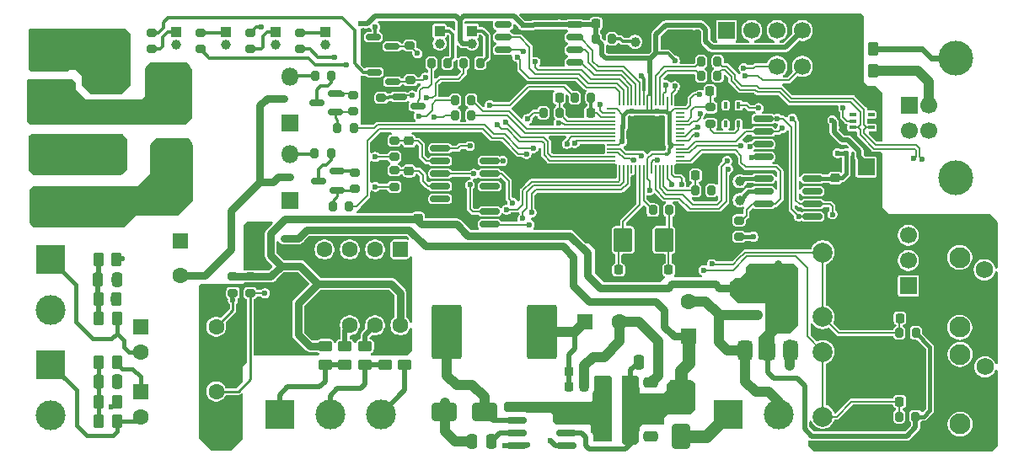
<source format=gbr>
%TF.GenerationSoftware,KiCad,Pcbnew,9.0.4-1.fc42*%
%TF.CreationDate,2025-09-30T21:03:08+03:00*%
%TF.ProjectId,ea01,65613031-2e6b-4696-9361-645f70636258,rev?*%
%TF.SameCoordinates,Original*%
%TF.FileFunction,Copper,L1,Top*%
%TF.FilePolarity,Positive*%
%FSLAX46Y46*%
G04 Gerber Fmt 4.6, Leading zero omitted, Abs format (unit mm)*
G04 Created by KiCad (PCBNEW 9.0.4-1.fc42) date 2025-09-30 21:03:08*
%MOMM*%
%LPD*%
G01*
G04 APERTURE LIST*
G04 Aperture macros list*
%AMRoundRect*
0 Rectangle with rounded corners*
0 $1 Rounding radius*
0 $2 $3 $4 $5 $6 $7 $8 $9 X,Y pos of 4 corners*
0 Add a 4 corners polygon primitive as box body*
4,1,4,$2,$3,$4,$5,$6,$7,$8,$9,$2,$3,0*
0 Add four circle primitives for the rounded corners*
1,1,$1+$1,$2,$3*
1,1,$1+$1,$4,$5*
1,1,$1+$1,$6,$7*
1,1,$1+$1,$8,$9*
0 Add four rect primitives between the rounded corners*
20,1,$1+$1,$2,$3,$4,$5,0*
20,1,$1+$1,$4,$5,$6,$7,0*
20,1,$1+$1,$6,$7,$8,$9,0*
20,1,$1+$1,$8,$9,$2,$3,0*%
G04 Aperture macros list end*
%TA.AperFunction,SMDPad,CuDef*%
%ADD10RoundRect,0.225000X-0.225000X-0.250000X0.225000X-0.250000X0.225000X0.250000X-0.225000X0.250000X0*%
%TD*%
%TA.AperFunction,SMDPad,CuDef*%
%ADD11RoundRect,0.250000X-0.250000X-0.475000X0.250000X-0.475000X0.250000X0.475000X-0.250000X0.475000X0*%
%TD*%
%TA.AperFunction,SMDPad,CuDef*%
%ADD12RoundRect,0.200000X0.275000X-0.200000X0.275000X0.200000X-0.275000X0.200000X-0.275000X-0.200000X0*%
%TD*%
%TA.AperFunction,SMDPad,CuDef*%
%ADD13RoundRect,0.200000X-0.275000X0.200000X-0.275000X-0.200000X0.275000X-0.200000X0.275000X0.200000X0*%
%TD*%
%TA.AperFunction,SMDPad,CuDef*%
%ADD14RoundRect,0.200000X0.200000X0.275000X-0.200000X0.275000X-0.200000X-0.275000X0.200000X-0.275000X0*%
%TD*%
%TA.AperFunction,SMDPad,CuDef*%
%ADD15RoundRect,0.250000X1.000000X0.650000X-1.000000X0.650000X-1.000000X-0.650000X1.000000X-0.650000X0*%
%TD*%
%TA.AperFunction,SMDPad,CuDef*%
%ADD16RoundRect,0.150000X-0.825000X-0.150000X0.825000X-0.150000X0.825000X0.150000X-0.825000X0.150000X0*%
%TD*%
%TA.AperFunction,ComponentPad*%
%ADD17RoundRect,0.250000X-0.550000X-0.550000X0.550000X-0.550000X0.550000X0.550000X-0.550000X0.550000X0*%
%TD*%
%TA.AperFunction,ComponentPad*%
%ADD18C,1.600000*%
%TD*%
%TA.AperFunction,SMDPad,CuDef*%
%ADD19RoundRect,0.250000X0.262500X0.450000X-0.262500X0.450000X-0.262500X-0.450000X0.262500X-0.450000X0*%
%TD*%
%TA.AperFunction,ComponentPad*%
%ADD20RoundRect,0.250000X-0.550000X0.550000X-0.550000X-0.550000X0.550000X-0.550000X0.550000X0.550000X0*%
%TD*%
%TA.AperFunction,SMDPad,CuDef*%
%ADD21RoundRect,0.250000X0.312500X0.625000X-0.312500X0.625000X-0.312500X-0.625000X0.312500X-0.625000X0*%
%TD*%
%TA.AperFunction,SMDPad,CuDef*%
%ADD22RoundRect,0.250000X-0.450000X0.262500X-0.450000X-0.262500X0.450000X-0.262500X0.450000X0.262500X0*%
%TD*%
%TA.AperFunction,SMDPad,CuDef*%
%ADD23RoundRect,0.250000X0.450000X-0.262500X0.450000X0.262500X-0.450000X0.262500X-0.450000X-0.262500X0*%
%TD*%
%TA.AperFunction,SMDPad,CuDef*%
%ADD24RoundRect,0.250000X-0.475000X0.250000X-0.475000X-0.250000X0.475000X-0.250000X0.475000X0.250000X0*%
%TD*%
%TA.AperFunction,ComponentPad*%
%ADD25C,2.000000*%
%TD*%
%TA.AperFunction,SMDPad,CuDef*%
%ADD26RoundRect,0.225000X0.225000X0.250000X-0.225000X0.250000X-0.225000X-0.250000X0.225000X-0.250000X0*%
%TD*%
%TA.AperFunction,ComponentPad*%
%ADD27R,1.700000X1.700000*%
%TD*%
%TA.AperFunction,ComponentPad*%
%ADD28C,1.700000*%
%TD*%
%TA.AperFunction,ComponentPad*%
%ADD29R,3.000000X3.000000*%
%TD*%
%TA.AperFunction,ComponentPad*%
%ADD30C,3.000000*%
%TD*%
%TA.AperFunction,SMDPad,CuDef*%
%ADD31RoundRect,0.250000X0.250000X0.475000X-0.250000X0.475000X-0.250000X-0.475000X0.250000X-0.475000X0*%
%TD*%
%TA.AperFunction,SMDPad,CuDef*%
%ADD32RoundRect,0.150000X0.587500X0.150000X-0.587500X0.150000X-0.587500X-0.150000X0.587500X-0.150000X0*%
%TD*%
%TA.AperFunction,SMDPad,CuDef*%
%ADD33RoundRect,0.250000X-0.262500X-0.450000X0.262500X-0.450000X0.262500X0.450000X-0.262500X0.450000X0*%
%TD*%
%TA.AperFunction,SMDPad,CuDef*%
%ADD34RoundRect,0.200000X-0.200000X-0.275000X0.200000X-0.275000X0.200000X0.275000X-0.200000X0.275000X0*%
%TD*%
%TA.AperFunction,SMDPad,CuDef*%
%ADD35RoundRect,0.250000X0.475000X-0.250000X0.475000X0.250000X-0.475000X0.250000X-0.475000X-0.250000X0*%
%TD*%
%TA.AperFunction,ComponentPad*%
%ADD36R,1.000000X1.000000*%
%TD*%
%TA.AperFunction,ComponentPad*%
%ADD37C,1.000000*%
%TD*%
%TA.AperFunction,ComponentPad*%
%ADD38O,1.800000X1.800000*%
%TD*%
%TA.AperFunction,ComponentPad*%
%ADD39R,1.800000X1.800000*%
%TD*%
%TA.AperFunction,SMDPad,CuDef*%
%ADD40RoundRect,0.100000X0.225000X0.100000X-0.225000X0.100000X-0.225000X-0.100000X0.225000X-0.100000X0*%
%TD*%
%TA.AperFunction,ComponentPad*%
%ADD41C,2.100000*%
%TD*%
%TA.AperFunction,ComponentPad*%
%ADD42C,1.750000*%
%TD*%
%TA.AperFunction,SMDPad,CuDef*%
%ADD43RoundRect,0.250000X0.700000X0.950000X-0.700000X0.950000X-0.700000X-0.950000X0.700000X-0.950000X0*%
%TD*%
%TA.AperFunction,SMDPad,CuDef*%
%ADD44RoundRect,0.150000X0.825000X0.150000X-0.825000X0.150000X-0.825000X-0.150000X0.825000X-0.150000X0*%
%TD*%
%TA.AperFunction,SMDPad,CuDef*%
%ADD45RoundRect,0.100000X0.100000X-0.225000X0.100000X0.225000X-0.100000X0.225000X-0.100000X-0.225000X0*%
%TD*%
%TA.AperFunction,SMDPad,CuDef*%
%ADD46RoundRect,0.249999X-1.250001X-2.500001X1.250001X-2.500001X1.250001X2.500001X-1.250001X2.500001X0*%
%TD*%
%TA.AperFunction,SMDPad,CuDef*%
%ADD47RoundRect,0.225000X-0.250000X0.225000X-0.250000X-0.225000X0.250000X-0.225000X0.250000X0.225000X0*%
%TD*%
%TA.AperFunction,ComponentPad*%
%ADD48RoundRect,0.250000X0.550000X-0.550000X0.550000X0.550000X-0.550000X0.550000X-0.550000X-0.550000X0*%
%TD*%
%TA.AperFunction,SMDPad,CuDef*%
%ADD49RoundRect,0.250000X-0.650000X1.000000X-0.650000X-1.000000X0.650000X-1.000000X0.650000X1.000000X0*%
%TD*%
%TA.AperFunction,SMDPad,CuDef*%
%ADD50RoundRect,0.050000X-0.387500X-0.050000X0.387500X-0.050000X0.387500X0.050000X-0.387500X0.050000X0*%
%TD*%
%TA.AperFunction,SMDPad,CuDef*%
%ADD51RoundRect,0.050000X-0.050000X-0.387500X0.050000X-0.387500X0.050000X0.387500X-0.050000X0.387500X0*%
%TD*%
%TA.AperFunction,HeatsinkPad*%
%ADD52R,3.200000X3.200000*%
%TD*%
%TA.AperFunction,ComponentPad*%
%ADD53C,3.500000*%
%TD*%
%TA.AperFunction,SMDPad,CuDef*%
%ADD54RoundRect,0.150000X-0.587500X-0.150000X0.587500X-0.150000X0.587500X0.150000X-0.587500X0.150000X0*%
%TD*%
%TA.AperFunction,SMDPad,CuDef*%
%ADD55RoundRect,0.225000X0.250000X-0.225000X0.250000X0.225000X-0.250000X0.225000X-0.250000X-0.225000X0*%
%TD*%
%TA.AperFunction,SMDPad,CuDef*%
%ADD56RoundRect,0.375000X0.375000X-0.625000X0.375000X0.625000X-0.375000X0.625000X-0.375000X-0.625000X0*%
%TD*%
%TA.AperFunction,SMDPad,CuDef*%
%ADD57RoundRect,0.500000X1.400000X-0.500000X1.400000X0.500000X-1.400000X0.500000X-1.400000X-0.500000X0*%
%TD*%
%TA.AperFunction,SMDPad,CuDef*%
%ADD58RoundRect,0.162500X-0.650000X-0.162500X0.650000X-0.162500X0.650000X0.162500X-0.650000X0.162500X0*%
%TD*%
%TA.AperFunction,ViaPad*%
%ADD59C,0.600000*%
%TD*%
%TA.AperFunction,Conductor*%
%ADD60C,1.016000*%
%TD*%
%TA.AperFunction,Conductor*%
%ADD61C,0.508000*%
%TD*%
%TA.AperFunction,Conductor*%
%ADD62C,0.304800*%
%TD*%
%TA.AperFunction,Conductor*%
%ADD63C,0.381000*%
%TD*%
%TA.AperFunction,Conductor*%
%ADD64C,0.200000*%
%TD*%
%TA.AperFunction,Conductor*%
%ADD65C,0.254000*%
%TD*%
%TA.AperFunction,Conductor*%
%ADD66C,0.635000*%
%TD*%
%TA.AperFunction,Conductor*%
%ADD67C,0.762000*%
%TD*%
%TA.AperFunction,Conductor*%
%ADD68C,1.270000*%
%TD*%
%TA.AperFunction,Conductor*%
%ADD69C,0.431800*%
%TD*%
%TA.AperFunction,Conductor*%
%ADD70C,0.300000*%
%TD*%
%TA.AperFunction,Conductor*%
%ADD71C,0.457200*%
%TD*%
%TA.AperFunction,Conductor*%
%ADD72C,0.400000*%
%TD*%
%TA.AperFunction,Conductor*%
%ADD73C,0.600000*%
%TD*%
G04 APERTURE END LIST*
D10*
%TO.P,C1,1*%
%TO.N,/mcu/RUN*%
X134475000Y-65750000D03*
%TO.P,C1,2*%
%TO.N,GND*%
X136025000Y-65750000D03*
%TD*%
D11*
%TO.P,C6,1*%
%TO.N,+12V*%
X128800000Y-84500000D03*
%TO.P,C6,2*%
%TO.N,GND*%
X130700000Y-84500000D03*
%TD*%
D12*
%TO.P,R27,1*%
%TO.N,Net-(Q4-B)*%
X105837500Y-56200000D03*
%TO.P,R27,2*%
%TO.N,GND*%
X105837500Y-54550000D03*
%TD*%
D13*
%TO.P,R37,1*%
%TO.N,Net-(J16-Pin_1)*%
X94750000Y-51425000D03*
%TO.P,R37,2*%
%TO.N,Net-(Q7-C)*%
X94750000Y-53075000D03*
%TD*%
D14*
%TO.P,R16,1*%
%TO.N,Net-(C41-Pad2)*%
X131825000Y-69250000D03*
%TO.P,R16,2*%
%TO.N,Net-(U1-XOUT)*%
X130175000Y-69250000D03*
%TD*%
D15*
%TO.P,D2,1,K*%
%TO.N,Net-(D2-K)*%
X113250000Y-89500000D03*
%TO.P,D2,2,A*%
%TO.N,GND*%
X109250000Y-89500000D03*
%TD*%
D16*
%TO.P,U4,1,SwC*%
%TO.N,Net-(U4-DC)*%
X116500000Y-89095000D03*
%TO.P,U4,2,SwE*%
%TO.N,Net-(D2-K)*%
X116500000Y-90365000D03*
%TO.P,U4,3,TC*%
%TO.N,Net-(U4-TC)*%
X116500000Y-91635000D03*
%TO.P,U4,4,GND*%
%TO.N,GND*%
X116500000Y-92905000D03*
%TO.P,U4,5,Vfb*%
%TO.N,Net-(U4-Vfb)*%
X121450000Y-92905000D03*
%TO.P,U4,6,Vin*%
%TO.N,+12V*%
X121450000Y-91635000D03*
%TO.P,U4,7,Ipk*%
%TO.N,Net-(U4-DC)*%
X121450000Y-90365000D03*
%TO.P,U4,8,DC*%
X121450000Y-89095000D03*
%TD*%
D17*
%TO.P,U13,1*%
%TO.N,Net-(R42-Pad1)*%
X78695000Y-80975000D03*
D18*
%TO.P,U13,2*%
%TO.N,Net-(D14-A2)*%
X78695000Y-83515000D03*
%TO.P,U13,3*%
%TO.N,GND*%
X86315000Y-83515000D03*
%TO.P,U13,4*%
%TO.N,Net-(R43-Pad2)*%
X86315000Y-80975000D03*
%TD*%
D13*
%TO.P,R56,1*%
%TO.N,RTC_INT*%
X138850000Y-70275000D03*
%TO.P,R56,2*%
%TO.N,+3.3V*%
X138850000Y-71925000D03*
%TD*%
D19*
%TO.P,R48,1*%
%TO.N,Net-(R48-Pad1)*%
X76325000Y-84500000D03*
%TO.P,R48,2*%
%TO.N,Net-(C46-Pad1)*%
X74500000Y-84500000D03*
%TD*%
D20*
%TO.P,C62,1*%
%TO.N,+12V_RELAY*%
X82750000Y-72347349D03*
D18*
%TO.P,C62,2*%
%TO.N,GND_RELAY*%
X82750000Y-75847349D03*
%TD*%
D21*
%TO.P,R2,1*%
%TO.N,+12V*%
X127962500Y-87000000D03*
%TO.P,R2,2*%
%TO.N,Net-(U4-DC)*%
X125037500Y-87000000D03*
%TD*%
D10*
%TO.P,C12,1*%
%TO.N,+5V_REG*%
X121725000Y-87000000D03*
%TO.P,C12,2*%
%TO.N,GND*%
X123275000Y-87000000D03*
%TD*%
D22*
%TO.P,R61,1*%
%TO.N,Net-(U12-B)*%
X101250000Y-82925000D03*
%TO.P,R61,2*%
%TO.N,/rs485/RS485_B*%
X101250000Y-84750000D03*
%TD*%
D23*
%TO.P,FB4,1*%
%TO.N,/rs485/RS485_GND*%
X105250000Y-84750000D03*
%TO.P,FB4,2*%
%TO.N,GND*%
X105250000Y-82925000D03*
%TD*%
D24*
%TO.P,C3,1*%
%TO.N,+12V*%
X130000000Y-90050000D03*
%TO.P,C3,2*%
%TO.N,GND*%
X130000000Y-91950000D03*
%TD*%
D25*
%TO.P,SW3,1,1*%
%TO.N,GND*%
X151750000Y-73500000D03*
X151750000Y-80000000D03*
%TO.P,SW3,2,2*%
%TO.N,Net-(C49-Pad1)*%
X147250000Y-73500000D03*
X147250000Y-80000000D03*
%TD*%
D26*
%TO.P,C48,1*%
%TO.N,DIGITAL_IN1*%
X123935201Y-59440795D03*
%TO.P,C48,2*%
%TO.N,GND*%
X122385201Y-59440795D03*
%TD*%
D27*
%TO.P,J7,1,Pin_1*%
%TO.N,+5V_REG*%
X155850000Y-76850000D03*
D28*
%TO.P,J7,2,Pin_2*%
%TO.N,+5V*%
X155850000Y-74310000D03*
%TO.P,J7,3,Pin_3*%
%TO.N,VBUS*%
X155850000Y-71770000D03*
%TD*%
D11*
%TO.P,C42,1*%
%TO.N,Net-(C42-Pad1)*%
X74450000Y-76200000D03*
%TO.P,C42,2*%
%TO.N,Net-(D14-A2)*%
X76350000Y-76200000D03*
%TD*%
D10*
%TO.P,C13,1*%
%TO.N,+5V_REG*%
X121725000Y-85500000D03*
%TO.P,C13,2*%
%TO.N,GND*%
X123275000Y-85500000D03*
%TD*%
D29*
%TO.P,J4,1,Pin_1*%
%TO.N,Net-(D14-A2)*%
X69700000Y-74250000D03*
D30*
%TO.P,J4,2,Pin_2*%
%TO.N,Net-(D14-A1)*%
X69700000Y-79330000D03*
%TD*%
D13*
%TO.P,R31,1*%
%TO.N,Net-(J15-Pin_1)*%
X84750000Y-51425000D03*
%TO.P,R31,2*%
%TO.N,Net-(Q5-C)*%
X84750000Y-53075000D03*
%TD*%
D14*
%TO.P,R23,1*%
%TO.N,U_LED1*%
X111950000Y-58200000D03*
%TO.P,R23,2*%
%TO.N,Net-(Q3-B)*%
X110300000Y-58200000D03*
%TD*%
D27*
%TO.P,J8,1,Pin_1*%
%TO.N,GND*%
X147740000Y-54810000D03*
D28*
%TO.P,J8,2,Pin_2*%
%TO.N,/mcu/UART0_RX*%
X145200000Y-54810000D03*
%TO.P,J8,3,Pin_3*%
%TO.N,/mcu/UART0_TX*%
X142660000Y-54810000D03*
%TD*%
D31*
%TO.P,C8,1*%
%TO.N,Net-(U4-TC)*%
X113950000Y-92500000D03*
%TO.P,C8,2*%
%TO.N,GND*%
X112050000Y-92500000D03*
%TD*%
D32*
%TO.P,Q6,1,B*%
%TO.N,Net-(Q6-B)*%
X103975000Y-52800000D03*
%TO.P,Q6,2,E*%
%TO.N,GND*%
X103975000Y-50900000D03*
%TO.P,Q6,3,C*%
%TO.N,Net-(Q6-C)*%
X102100000Y-51850000D03*
%TD*%
D27*
%TO.P,BT1,1,+*%
%TO.N,Net-(BT1-+)*%
X151600000Y-64900000D03*
D28*
%TO.P,BT1,2,-*%
%TO.N,GND*%
X151600000Y-67440000D03*
%TD*%
D33*
%TO.P,R47,1*%
%TO.N,Net-(C46-Pad1)*%
X74500000Y-90500000D03*
%TO.P,R47,2*%
%TO.N,Net-(D15-A2)*%
X76325000Y-90500000D03*
%TD*%
D32*
%TO.P,Q11,1,B*%
%TO.N,Net-(Q11-B)*%
X98462500Y-67250000D03*
%TO.P,Q11,2,E*%
%TO.N,GND_RELAY*%
X98462500Y-65350000D03*
%TO.P,Q11,3,C*%
%TO.N,Net-(Q11-C)*%
X96587500Y-66300000D03*
%TD*%
D34*
%TO.P,R80,1*%
%TO.N,Net-(D21-A)*%
X96200000Y-63550000D03*
%TO.P,R80,2*%
%TO.N,Net-(Q11-C)*%
X97850000Y-63550000D03*
%TD*%
D33*
%TO.P,R41,1*%
%TO.N,Net-(C42-Pad1)*%
X74500000Y-80100000D03*
%TO.P,R41,2*%
%TO.N,Net-(D14-A2)*%
X76325000Y-80100000D03*
%TD*%
D29*
%TO.P,J5,1,Pin_1*%
%TO.N,Net-(D15-A2)*%
X69700000Y-84760000D03*
D30*
%TO.P,J5,2,Pin_2*%
%TO.N,Net-(D15-A1)*%
X69700000Y-89840000D03*
%TD*%
D14*
%TO.P,R12,1*%
%TO.N,/mcu/UDB_D+*%
X136685000Y-54300000D03*
%TO.P,R12,2*%
%TO.N,/mcu/USP_DP*%
X135035000Y-54300000D03*
%TD*%
%TO.P,R25,1*%
%TO.N,Net-(J13-Pin_1)*%
X112825000Y-54500000D03*
%TO.P,R25,2*%
%TO.N,Net-(Q3-C)*%
X111175000Y-54500000D03*
%TD*%
%TO.P,R78,1*%
%TO.N,OUT1*%
X99650000Y-68900000D03*
%TO.P,R78,2*%
%TO.N,Net-(Q11-B)*%
X98000000Y-68900000D03*
%TD*%
%TO.P,R1,1*%
%TO.N,+3.3V*%
X136075000Y-67250000D03*
%TO.P,R1,2*%
%TO.N,/mcu/RUN*%
X134425000Y-67250000D03*
%TD*%
D22*
%TO.P,R63,1*%
%TO.N,GND*%
X103250000Y-82925000D03*
%TO.P,R63,2*%
%TO.N,/rs485/RS485_B*%
X103250000Y-84750000D03*
%TD*%
D13*
%TO.P,R43,1*%
%TO.N,+3.3V*%
X88000000Y-75925000D03*
%TO.P,R43,2*%
%TO.N,Net-(R43-Pad2)*%
X88000000Y-77575000D03*
%TD*%
D35*
%TO.P,C7,1*%
%TO.N,+12V*%
X130000000Y-88450000D03*
%TO.P,C7,2*%
%TO.N,GND*%
X130000000Y-86550000D03*
%TD*%
D12*
%TO.P,R33,1*%
%TO.N,Net-(Q6-B)*%
X105775000Y-52700000D03*
%TO.P,R33,2*%
%TO.N,GND*%
X105775000Y-51050000D03*
%TD*%
D36*
%TO.P,J16,1,Pin_1*%
%TO.N,Net-(J16-Pin_1)*%
X97250000Y-51365000D03*
D37*
%TO.P,J16,2,Pin_2*%
%TO.N,+3.3V*%
X97250000Y-52635000D03*
%TD*%
D12*
%TO.P,R34,1*%
%TO.N,Net-(J17-Pin_1)*%
X89750000Y-53075000D03*
%TO.P,R34,2*%
%TO.N,Net-(Q6-C)*%
X89750000Y-51425000D03*
%TD*%
D38*
%TO.P,K1,13*%
%TO.N,/outputs/R0_B*%
X82200000Y-55800000D03*
%TO.P,K1,14*%
%TO.N,/outputs/R0_A*%
X75200000Y-55800000D03*
D39*
%TO.P,K1,A1*%
%TO.N,+12V_RELAY*%
X93700000Y-60500000D03*
D38*
%TO.P,K1,A2*%
%TO.N,Net-(D20-A)*%
X93700000Y-55800000D03*
%TD*%
D40*
%TO.P,U7,1*%
%TO.N,/mcu/UDB_D+*%
X152150000Y-60950000D03*
%TO.P,U7,2*%
%TO.N,GND*%
X152150000Y-60300000D03*
%TO.P,U7,3*%
%TO.N,unconnected-(U7-Pad3)*%
X152150000Y-59650000D03*
%TO.P,U7,4*%
%TO.N,unconnected-(U7-Pad4)*%
X150250000Y-59650000D03*
%TO.P,U7,5*%
%TO.N,VBUS*%
X150250000Y-60300000D03*
%TO.P,U7,6*%
%TO.N,/mcu/USB_D-*%
X150250000Y-60950000D03*
%TD*%
D34*
%TO.P,R71,1*%
%TO.N,Net-(D20-A)*%
X96250000Y-55750000D03*
%TO.P,R71,2*%
%TO.N,Net-(Q9-C)*%
X97900000Y-55750000D03*
%TD*%
D33*
%TO.P,R46,1*%
%TO.N,Net-(C46-Pad1)*%
X74500000Y-88500000D03*
%TO.P,R46,2*%
%TO.N,Net-(D15-A1)*%
X76325000Y-88500000D03*
%TD*%
D21*
%TO.P,R3,1*%
%TO.N,+12V*%
X127962500Y-89250000D03*
%TO.P,R3,2*%
%TO.N,Net-(U4-DC)*%
X125037500Y-89250000D03*
%TD*%
D14*
%TO.P,R21,1*%
%TO.N,U_LED0*%
X111950000Y-59700000D03*
%TO.P,R21,2*%
%TO.N,Net-(Q2-B)*%
X110300000Y-59700000D03*
%TD*%
D22*
%TO.P,R64,1*%
%TO.N,+3.3V*%
X97250000Y-82925000D03*
%TO.P,R64,2*%
%TO.N,/rs485/RS485_A*%
X97250000Y-84750000D03*
%TD*%
D34*
%TO.P,R52,1*%
%TO.N,Net-(C49-Pad1)*%
X154950000Y-81600000D03*
%TO.P,R52,2*%
%TO.N,+3.3V*%
X156600000Y-81600000D03*
%TD*%
D36*
%TO.P,J15,1,Pin_1*%
%TO.N,Net-(J15-Pin_1)*%
X87250000Y-51365000D03*
D37*
%TO.P,J15,2,Pin_2*%
%TO.N,+3.3V*%
X87250000Y-52635000D03*
%TD*%
D41*
%TO.P,SW2,*%
%TO.N,*%
X161047500Y-83750000D03*
X161047500Y-90760000D03*
D42*
%TO.P,SW2,1,1*%
%TO.N,/mcu/USB_BOOT*%
X163537500Y-85000000D03*
%TO.P,SW2,2,2*%
%TO.N,GND*%
X163537500Y-89500000D03*
%TD*%
D43*
%TO.P,Y1,1,1*%
%TO.N,Net-(C41-Pad2)*%
X131300000Y-72250000D03*
%TO.P,Y1,2,2*%
%TO.N,Net-(U1-XIN)*%
X127200000Y-72250000D03*
%TD*%
D34*
%TO.P,R11,1*%
%TO.N,+3.3V*%
X124425000Y-52000000D03*
%TO.P,R11,2*%
%TO.N,Net-(J19-Pin_2)*%
X126075000Y-52000000D03*
%TD*%
D10*
%TO.P,C40,1*%
%TO.N,+3.3V*%
X124475000Y-50500000D03*
%TO.P,C40,2*%
%TO.N,GND*%
X126025000Y-50500000D03*
%TD*%
D29*
%TO.P,J1,1,Pin_1*%
%TO.N,Net-(D5-A)*%
X137750000Y-89800000D03*
D30*
%TO.P,J1,2,Pin_2*%
%TO.N,GND*%
X142830000Y-89800000D03*
%TD*%
D19*
%TO.P,FB1,1*%
%TO.N,Net-(J2-Shield)*%
X152312500Y-53000000D03*
%TO.P,FB1,2*%
%TO.N,GND*%
X150487500Y-53000000D03*
%TD*%
D14*
%TO.P,R13,1*%
%TO.N,/mcu/USB_D-*%
X136685000Y-55770000D03*
%TO.P,R13,2*%
%TO.N,/mcu/USB_DM*%
X135035000Y-55770000D03*
%TD*%
D12*
%TO.P,R28,1*%
%TO.N,Net-(J14-Pin_1)*%
X79800000Y-53075000D03*
%TO.P,R28,2*%
%TO.N,Net-(Q4-C)*%
X79800000Y-51425000D03*
%TD*%
D19*
%TO.P,R42,1*%
%TO.N,Net-(R42-Pad1)*%
X76312500Y-74200000D03*
%TO.P,R42,2*%
%TO.N,Net-(C42-Pad1)*%
X74487500Y-74200000D03*
%TD*%
D34*
%TO.P,R53,1*%
%TO.N,Net-(R53-Pad1)*%
X119175000Y-59450000D03*
%TO.P,R53,2*%
%TO.N,BUTTON0*%
X120825000Y-59450000D03*
%TD*%
D21*
%TO.P,R4,1*%
%TO.N,+12V*%
X127962500Y-91500000D03*
%TO.P,R4,2*%
%TO.N,Net-(U4-DC)*%
X125037500Y-91500000D03*
%TD*%
D44*
%TO.P,U3,1*%
%TO.N,Net-(C51-Pad1)*%
X113775000Y-70670000D03*
%TO.P,U3,2*%
%TO.N,Net-(R55-Pad1)*%
X113775000Y-69400000D03*
%TO.P,U3,3*%
%TO.N,GND*%
X113775000Y-68130000D03*
%TO.P,U3,4*%
%TO.N,unconnected-(U3-Pad4)*%
X113775000Y-66860000D03*
%TO.P,U3,5*%
%TO.N,Net-(C49-Pad1)*%
X113775000Y-65590000D03*
%TO.P,U3,6*%
%TO.N,Net-(R53-Pad1)*%
X113775000Y-64320000D03*
%TO.P,U3,7,GND*%
%TO.N,GND*%
X113775000Y-63050000D03*
%TO.P,U3,8*%
%TO.N,Net-(R51-Pad1)*%
X108825000Y-63050000D03*
%TO.P,U3,9*%
%TO.N,Net-(C47-Pad1)*%
X108825000Y-64320000D03*
%TO.P,U3,10*%
%TO.N,Net-(R45-Pad1)*%
X108825000Y-65590000D03*
%TO.P,U3,11*%
%TO.N,Net-(C43-Pad1)*%
X108825000Y-66860000D03*
%TO.P,U3,12*%
%TO.N,unconnected-(U3-Pad12)*%
X108825000Y-68130000D03*
%TO.P,U3,13*%
%TO.N,GND*%
X108825000Y-69400000D03*
%TO.P,U3,14,VCC*%
%TO.N,+3.3V*%
X108825000Y-70670000D03*
%TD*%
D12*
%TO.P,R70,1*%
%TO.N,Net-(Q9-B)*%
X100075000Y-59325000D03*
%TO.P,R70,2*%
%TO.N,GND_RELAY*%
X100075000Y-57675000D03*
%TD*%
D45*
%TO.P,U5,1,NC*%
%TO.N,unconnected-(U5-NC-Pad1)*%
X137500000Y-60600000D03*
%TO.P,U5,2,GND*%
%TO.N,GND*%
X138150000Y-60600000D03*
%TO.P,U5,3,V_{OUT}*%
%TO.N,Net-(U5-V_{OUT})*%
X138800000Y-60600000D03*
%TO.P,U5,4,V_{DD}*%
%TO.N,+3.3V*%
X138800000Y-58700000D03*
%TO.P,U5,5,NC*%
%TO.N,unconnected-(U5-NC-Pad5)*%
X137500000Y-58700000D03*
%TD*%
D13*
%TO.P,R22,1*%
%TO.N,Net-(Q2-B)*%
X102900000Y-57975000D03*
%TO.P,R22,2*%
%TO.N,GND*%
X102900000Y-59625000D03*
%TD*%
D29*
%TO.P,J6,1,Pin_1*%
%TO.N,/rs485/RS485_A*%
X92670000Y-89750000D03*
D30*
%TO.P,J6,2,Pin_2*%
%TO.N,/rs485/RS485_B*%
X97750000Y-89750000D03*
%TO.P,J6,3,Pin_3*%
%TO.N,/rs485/RS485_GND*%
X102830000Y-89750000D03*
%TD*%
D16*
%TO.P,U2,1,OSCI*%
%TO.N,Net-(U2-OSCI)*%
X141275000Y-66095000D03*
%TO.P,U2,2,OSCO*%
%TO.N,Net-(U2-OSCO)*%
X141275000Y-67365000D03*
%TO.P,U2,3,~{INT}*%
%TO.N,RTC_INT*%
X141275000Y-68635000D03*
%TO.P,U2,4,VSS*%
%TO.N,GND*%
X141275000Y-69905000D03*
%TO.P,U2,5,SDA*%
%TO.N,I2C0_SDA*%
X146225000Y-69905000D03*
%TO.P,U2,6,SCL*%
%TO.N,I2C0_SCL*%
X146225000Y-68635000D03*
%TO.P,U2,7,CLKO*%
%TO.N,unconnected-(U2-CLKO-Pad7)*%
X146225000Y-67365000D03*
%TO.P,U2,8,VDD*%
%TO.N,Net-(D16-K)*%
X146225000Y-66095000D03*
%TD*%
D10*
%TO.P,C15,1*%
%TO.N,BOARD_TEMP*%
X135925000Y-57300000D03*
%TO.P,C15,2*%
%TO.N,GND*%
X137475000Y-57300000D03*
%TD*%
D46*
%TO.P,L1,1,1*%
%TO.N,Net-(D2-K)*%
X109500000Y-81500000D03*
%TO.P,L1,2,2*%
%TO.N,+5V_REG*%
X119000000Y-81500000D03*
%TD*%
D36*
%TO.P,J14,1,Pin_1*%
%TO.N,Net-(J14-Pin_1)*%
X82250000Y-51365000D03*
D37*
%TO.P,J14,2,Pin_2*%
%TO.N,+3.3V*%
X82250000Y-52635000D03*
%TD*%
D26*
%TO.P,C50,1*%
%TO.N,BUTTON0*%
X120775000Y-57950000D03*
%TO.P,C50,2*%
%TO.N,GND*%
X119225000Y-57950000D03*
%TD*%
D47*
%TO.P,C43,1*%
%TO.N,Net-(C43-Pad1)*%
X105700000Y-65300000D03*
%TO.P,C43,2*%
%TO.N,GND*%
X105700000Y-66850000D03*
%TD*%
D36*
%TO.P,J19,1,Pin_1*%
%TO.N,GND*%
X128400000Y-51065000D03*
D37*
%TO.P,J19,2,Pin_2*%
%TO.N,Net-(J19-Pin_2)*%
X128400000Y-52335000D03*
%TD*%
D38*
%TO.P,K2,13*%
%TO.N,/outputs/R1_B*%
X82200000Y-63582500D03*
%TO.P,K2,14*%
%TO.N,/outputs/R1_A*%
X75200000Y-63582500D03*
D39*
%TO.P,K2,A1*%
%TO.N,+12V_RELAY*%
X93700000Y-68282500D03*
D38*
%TO.P,K2,A2*%
%TO.N,Net-(D21-A)*%
X93700000Y-63582500D03*
%TD*%
D14*
%TO.P,R17,1*%
%TO.N,Net-(J18-Pin_1)*%
X109575000Y-54500000D03*
%TO.P,R17,2*%
%TO.N,Net-(Q2-C)*%
X107925000Y-54500000D03*
%TD*%
D17*
%TO.P,U14,1*%
%TO.N,Net-(R48-Pad1)*%
X78695000Y-87475000D03*
D18*
%TO.P,U14,2*%
%TO.N,Net-(D15-A2)*%
X78695000Y-90015000D03*
%TO.P,U14,3*%
%TO.N,GND*%
X86315000Y-90015000D03*
%TO.P,U14,4*%
%TO.N,Net-(R49-Pad2)*%
X86315000Y-87475000D03*
%TD*%
D12*
%TO.P,R79,1*%
%TO.N,Net-(Q11-B)*%
X100275000Y-67125000D03*
%TO.P,R79,2*%
%TO.N,GND_RELAY*%
X100275000Y-65475000D03*
%TD*%
D44*
%TO.P,U8,1,A0*%
%TO.N,GND*%
X146225000Y-63905000D03*
%TO.P,U8,2,A1*%
X146225000Y-62635000D03*
%TO.P,U8,3,A2*%
X146225000Y-61365000D03*
%TO.P,U8,4,GND*%
X146225000Y-60095000D03*
%TO.P,U8,5,SDA*%
%TO.N,I2C0_SDA*%
X141275000Y-60095000D03*
%TO.P,U8,6,SCL*%
%TO.N,I2C0_SCL*%
X141275000Y-61365000D03*
%TO.P,U8,7,WP*%
%TO.N,Net-(U8-WP)*%
X141275000Y-62635000D03*
%TO.P,U8,8,VCC*%
%TO.N,+3.3V*%
X141275000Y-63905000D03*
%TD*%
D36*
%TO.P,J17,1,Pin_1*%
%TO.N,Net-(J17-Pin_1)*%
X92250000Y-51365000D03*
D37*
%TO.P,J17,2,Pin_2*%
%TO.N,+3.3V*%
X92250000Y-52635000D03*
%TD*%
D48*
%TO.P,C2,1*%
%TO.N,+12V*%
X133750000Y-81902651D03*
D18*
%TO.P,C2,2*%
%TO.N,GND*%
X133750000Y-78402651D03*
%TD*%
D49*
%TO.P,D5,1,K*%
%TO.N,+12V*%
X133000000Y-88000000D03*
%TO.P,D5,2,A*%
%TO.N,Net-(D5-A)*%
X133000000Y-92000000D03*
%TD*%
D25*
%TO.P,SW4,1,1*%
%TO.N,GND*%
X151750000Y-83500000D03*
X151750000Y-90000000D03*
%TO.P,SW4,2,2*%
%TO.N,Net-(C51-Pad1)*%
X147250000Y-83500000D03*
X147250000Y-90000000D03*
%TD*%
D23*
%TO.P,R62,1*%
%TO.N,/rs485/RS485_A*%
X99250000Y-84750000D03*
%TO.P,R62,2*%
%TO.N,Net-(U12-A)*%
X99250000Y-82925000D03*
%TD*%
D17*
%TO.P,C9,1*%
%TO.N,+5V_REG*%
X123347349Y-80500000D03*
D18*
%TO.P,C9,2*%
%TO.N,GND*%
X126847349Y-80500000D03*
%TD*%
D27*
%TO.P,J3,1,Pin_1*%
%TO.N,Net-(J3-Pin_1)*%
X137580000Y-51200000D03*
D28*
%TO.P,J3,2,Pin_2*%
%TO.N,Net-(J3-Pin_2)*%
X140120000Y-51200000D03*
%TO.P,J3,3,Pin_3*%
%TO.N,/mcu/RUN*%
X142660000Y-51200000D03*
%TO.P,J3,4,Pin_4*%
%TO.N,+3.3V*%
X145200000Y-51200000D03*
%TO.P,J3,5,Pin_5*%
%TO.N,GND*%
X147740000Y-51200000D03*
%TD*%
D13*
%TO.P,R49,1*%
%TO.N,+3.3V*%
X89750000Y-75925000D03*
%TO.P,R49,2*%
%TO.N,Net-(R49-Pad2)*%
X89750000Y-77575000D03*
%TD*%
D11*
%TO.P,C46,1*%
%TO.N,Net-(C46-Pad1)*%
X74462500Y-86500000D03*
%TO.P,C46,2*%
%TO.N,Net-(D15-A2)*%
X76362500Y-86500000D03*
%TD*%
D50*
%TO.P,U1,1,IOVDD*%
%TO.N,+3.3V*%
X126012500Y-59087500D03*
%TO.P,U1,2,GPIO0*%
%TO.N,DIGITAL_IN0*%
X126012500Y-59487500D03*
%TO.P,U1,3,GPIO1*%
%TO.N,DIGITAL_IN1*%
X126012500Y-59887500D03*
%TO.P,U1,4,GPIO2*%
%TO.N,BUTTON0*%
X126012500Y-60287500D03*
%TO.P,U1,5,GPIO3*%
%TO.N,BUTTON1*%
X126012500Y-60687500D03*
%TO.P,U1,6,GPIO4*%
%TO.N,U_LED1*%
X126012500Y-61087500D03*
%TO.P,U1,7,GPIO5*%
%TO.N,U_LED0*%
X126012500Y-61487500D03*
%TO.P,U1,8,GPIO6*%
%TO.N,/mcu/HW_VER0*%
X126012500Y-61887500D03*
%TO.P,U1,9,GPIO7*%
%TO.N,/mcu/HW_VER1*%
X126012500Y-62287500D03*
%TO.P,U1,10,IOVDD*%
%TO.N,+3.3V*%
X126012500Y-62687500D03*
%TO.P,U1,11,GPIO8*%
%TO.N,/mcu/UART0_TX*%
X126012500Y-63087500D03*
%TO.P,U1,12,GPIO9*%
%TO.N,/mcu/UART0_RX*%
X126012500Y-63487500D03*
%TO.P,U1,13,GPIO10*%
%TO.N,OUT1_LED*%
X126012500Y-63887500D03*
%TO.P,U1,14,GPIO11*%
%TO.N,OUT0_LED*%
X126012500Y-64287500D03*
D51*
%TO.P,U1,15,GPIO12*%
%TO.N,RS485_TX*%
X126850000Y-65125000D03*
%TO.P,U1,16,GPIO13*%
%TO.N,RS485_RX*%
X127250000Y-65125000D03*
%TO.P,U1,17,GPIO14*%
%TO.N,RS485_RW*%
X127650000Y-65125000D03*
%TO.P,U1,18,GPIO15*%
%TO.N,unconnected-(U1-GPIO15-Pad18)*%
X128050000Y-65125000D03*
%TO.P,U1,19,TESTEN*%
%TO.N,GND*%
X128450000Y-65125000D03*
%TO.P,U1,20,XIN*%
%TO.N,Net-(U1-XIN)*%
X128850000Y-65125000D03*
%TO.P,U1,21,XOUT*%
%TO.N,Net-(U1-XOUT)*%
X129250000Y-65125000D03*
%TO.P,U1,22,IOVDD*%
%TO.N,+3.3V*%
X129650000Y-65125000D03*
%TO.P,U1,23,DVDD*%
%TO.N,+1.1V*%
X130050000Y-65125000D03*
%TO.P,U1,24,SWCLK*%
%TO.N,Net-(J3-Pin_1)*%
X130450000Y-65125000D03*
%TO.P,U1,25,SWD*%
%TO.N,Net-(J3-Pin_2)*%
X130850000Y-65125000D03*
%TO.P,U1,26,RUN*%
%TO.N,/mcu/RUN*%
X131250000Y-65125000D03*
%TO.P,U1,27,GPIO16*%
%TO.N,IN0_LED*%
X131650000Y-65125000D03*
%TO.P,U1,28,GPIO17*%
%TO.N,IN1_LED*%
X132050000Y-65125000D03*
D50*
%TO.P,U1,29,GPIO18*%
%TO.N,RTC_INT*%
X132887500Y-64287500D03*
%TO.P,U1,30,GPIO19*%
%TO.N,unconnected-(U1-GPIO19-Pad30)*%
X132887500Y-63887500D03*
%TO.P,U1,31,GPIO20*%
%TO.N,I2C0_SDA*%
X132887500Y-63487500D03*
%TO.P,U1,32,GPIO21*%
%TO.N,I2C0_SCL*%
X132887500Y-63087500D03*
%TO.P,U1,33,IOVDD*%
%TO.N,+3.3V*%
X132887500Y-62687500D03*
%TO.P,U1,34,GPIO22*%
%TO.N,OUT1*%
X132887500Y-62287500D03*
%TO.P,U1,35,GPIO23*%
%TO.N,OUT0*%
X132887500Y-61887500D03*
%TO.P,U1,36,GPIO24*%
%TO.N,unconnected-(U1-GPIO24-Pad36)*%
X132887500Y-61487500D03*
%TO.P,U1,37,GPIO25*%
%TO.N,unconnected-(U1-GPIO25-Pad37)*%
X132887500Y-61087500D03*
%TO.P,U1,38,GPIO26_ADC0*%
%TO.N,/mcu/HW_ADDRESS*%
X132887500Y-60687500D03*
%TO.P,U1,39,GPIO27_ADC1*%
%TO.N,BOARD_TEMP*%
X132887500Y-60287500D03*
%TO.P,U1,40,GPIO28_ADC2*%
%TO.N,unconnected-(U1-GPIO28_ADC2-Pad40)*%
X132887500Y-59887500D03*
%TO.P,U1,41,GPIO29_ADC3*%
%TO.N,unconnected-(U1-GPIO29_ADC3-Pad41)*%
X132887500Y-59487500D03*
%TO.P,U1,42,IOVDD*%
%TO.N,+3.3V*%
X132887500Y-59087500D03*
D51*
%TO.P,U1,43,ADC_AVDD*%
%TO.N,Net-(U1-ADC_AVDD)*%
X132050000Y-58250000D03*
%TO.P,U1,44,VREG_IN*%
%TO.N,+3.3V*%
X131650000Y-58250000D03*
%TO.P,U1,45,VREG_VOUT*%
%TO.N,+1.1V*%
X131250000Y-58250000D03*
%TO.P,U1,46,USB_DM*%
%TO.N,/mcu/USB_DM*%
X130850000Y-58250000D03*
%TO.P,U1,47,USB_DP*%
%TO.N,/mcu/USP_DP*%
X130450000Y-58250000D03*
%TO.P,U1,48,USB_VDD*%
%TO.N,+3.3V*%
X130050000Y-58250000D03*
%TO.P,U1,49,IOVDD*%
X129650000Y-58250000D03*
%TO.P,U1,50,DVDD*%
%TO.N,+1.1V*%
X129250000Y-58250000D03*
%TO.P,U1,51,QSPI_SD3*%
%TO.N,/mcu/QSPI_SD3*%
X128850000Y-58250000D03*
%TO.P,U1,52,QSPI_SCLK*%
%TO.N,/mcu/QSPI_SCLK*%
X128450000Y-58250000D03*
%TO.P,U1,53,QSPI_SD0*%
%TO.N,/mcu/QSPI_SD0*%
X128050000Y-58250000D03*
%TO.P,U1,54,QSPI_SD2*%
%TO.N,/mcu/QSPI_SD2*%
X127650000Y-58250000D03*
%TO.P,U1,55,QSPI_SD1*%
%TO.N,/mcu/QSPI_SD1*%
X127250000Y-58250000D03*
%TO.P,U1,56,QSPI_SS*%
%TO.N,/mcu/QSPI_SS*%
X126850000Y-58250000D03*
D52*
%TO.P,U1,57,GND*%
%TO.N,GND*%
X129450000Y-61687500D03*
%TD*%
D10*
%TO.P,C51,1*%
%TO.N,Net-(C51-Pad1)*%
X154975000Y-88500000D03*
%TO.P,C51,2*%
%TO.N,GND*%
X156525000Y-88500000D03*
%TD*%
D27*
%TO.P,J2,1,VBUS*%
%TO.N,Net-(J2-VBUS)*%
X155922500Y-58750000D03*
D28*
%TO.P,J2,2,D-*%
%TO.N,/mcu/USB_D-*%
X155922500Y-61250000D03*
%TO.P,J2,3,D+*%
%TO.N,/mcu/UDB_D+*%
X157922500Y-61250000D03*
%TO.P,J2,4,GND*%
%TO.N,Net-(J2-GND)*%
X157922500Y-58750000D03*
D53*
%TO.P,J2,5,Shield*%
%TO.N,Net-(J2-Shield)*%
X160632500Y-53980000D03*
X160632500Y-66020000D03*
%TD*%
D32*
%TO.P,Q4,1,B*%
%TO.N,Net-(Q4-B)*%
X104025000Y-56325000D03*
%TO.P,Q4,2,E*%
%TO.N,GND*%
X104025000Y-54425000D03*
%TO.P,Q4,3,C*%
%TO.N,Net-(Q4-C)*%
X102150000Y-55375000D03*
%TD*%
D10*
%TO.P,C49,1*%
%TO.N,Net-(C49-Pad1)*%
X155000000Y-80100000D03*
%TO.P,C49,2*%
%TO.N,GND*%
X156550000Y-80100000D03*
%TD*%
D36*
%TO.P,J13,1,Pin_1*%
%TO.N,Net-(J13-Pin_1)*%
X112000000Y-51230000D03*
D37*
%TO.P,J13,2,Pin_2*%
%TO.N,+3.3V*%
X112000000Y-52500000D03*
%TD*%
D10*
%TO.P,C41,1*%
%TO.N,GND*%
X130225000Y-75250000D03*
%TO.P,C41,2*%
%TO.N,Net-(C41-Pad2)*%
X131775000Y-75250000D03*
%TD*%
D33*
%TO.P,R40,1*%
%TO.N,Net-(C42-Pad1)*%
X74487500Y-78200000D03*
%TO.P,R40,2*%
%TO.N,Net-(D14-A1)*%
X76312500Y-78200000D03*
%TD*%
D54*
%TO.P,Q2,1,B*%
%TO.N,Net-(Q2-B)*%
X104699001Y-57866071D03*
%TO.P,Q2,2,E*%
%TO.N,GND*%
X104699001Y-59766071D03*
%TO.P,Q2,3,C*%
%TO.N,Net-(Q2-C)*%
X106574001Y-58816071D03*
%TD*%
D55*
%TO.P,C55,1*%
%TO.N,Net-(D16-K)*%
X148500000Y-66025000D03*
%TO.P,C55,2*%
%TO.N,GND*%
X148500000Y-64475000D03*
%TD*%
D20*
%TO.P,U12,1,R*%
%TO.N,Net-(U12-R)*%
X104810000Y-73195000D03*
D18*
%TO.P,U12,2,~{RE}*%
%TO.N,Net-(U12-DE)*%
X102270000Y-73195000D03*
%TO.P,U12,3,DE*%
X99730000Y-73195000D03*
%TO.P,U12,4,D*%
%TO.N,Net-(U12-D)*%
X97190000Y-73195000D03*
%TO.P,U12,5,GND*%
%TO.N,GND*%
X97190000Y-80815000D03*
%TO.P,U12,6,A*%
%TO.N,Net-(U12-A)*%
X99730000Y-80815000D03*
%TO.P,U12,7,B*%
%TO.N,Net-(U12-B)*%
X102270000Y-80815000D03*
%TO.P,U12,8,VCC*%
%TO.N,+3.3V*%
X104810000Y-80815000D03*
%TD*%
D36*
%TO.P,J18,1,Pin_1*%
%TO.N,Net-(J18-Pin_1)*%
X108750000Y-51230000D03*
D37*
%TO.P,J18,2,Pin_2*%
%TO.N,+3.3V*%
X108750000Y-52500000D03*
%TD*%
D56*
%TO.P,U6,1,GND*%
%TO.N,GND*%
X139400000Y-83350000D03*
%TO.P,U6,2,VO*%
%TO.N,+3.3V*%
X141700000Y-83350000D03*
D57*
X141700000Y-77050000D03*
D56*
%TO.P,U6,3,VI*%
%TO.N,+5V*%
X144000000Y-83350000D03*
%TD*%
D58*
%TO.P,U11,1,~{CS}*%
%TO.N,/mcu/QSPI_SS*%
X115162500Y-50595000D03*
%TO.P,U11,2,DO/IO_{1}*%
%TO.N,/mcu/QSPI_SD1*%
X115162500Y-51865000D03*
%TO.P,U11,3,~{WP}/IO_{2}*%
%TO.N,/mcu/QSPI_SD2*%
X115162500Y-53135000D03*
%TO.P,U11,4,GND*%
%TO.N,GND*%
X115162500Y-54405000D03*
%TO.P,U11,5,DI/IO_{0}*%
%TO.N,/mcu/QSPI_SD0*%
X122337500Y-54405000D03*
%TO.P,U11,6,CLK*%
%TO.N,/mcu/QSPI_SCLK*%
X122337500Y-53135000D03*
%TO.P,U11,7,~{HOLD}/~{RESET}/IO_{3}*%
%TO.N,/mcu/QSPI_SD3*%
X122337500Y-51865000D03*
%TO.P,U11,8,VCC*%
%TO.N,+3.3V*%
X122337500Y-50595000D03*
%TD*%
D47*
%TO.P,C47,1*%
%TO.N,Net-(C47-Pad1)*%
X105700000Y-62300000D03*
%TO.P,C47,2*%
%TO.N,GND*%
X105700000Y-63850000D03*
%TD*%
D14*
%TO.P,R69,1*%
%TO.N,OUT0*%
X100150000Y-61000000D03*
%TO.P,R69,2*%
%TO.N,Net-(Q9-B)*%
X98500000Y-61000000D03*
%TD*%
D55*
%TO.P,C45,1*%
%TO.N,+3.3V*%
X106600000Y-70075000D03*
%TO.P,C45,2*%
%TO.N,GND*%
X106600000Y-68525000D03*
%TD*%
D41*
%TO.P,SW1,*%
%TO.N,*%
X161010000Y-74000000D03*
X161010000Y-81010000D03*
D42*
%TO.P,SW1,1,1*%
%TO.N,/mcu/RUN*%
X163500000Y-75250000D03*
%TO.P,SW1,2,2*%
%TO.N,GND*%
X163500000Y-79750000D03*
%TD*%
D19*
%TO.P,FB2,1*%
%TO.N,Net-(J2-GND)*%
X152312500Y-55250000D03*
%TO.P,FB2,2*%
%TO.N,GND*%
X150487500Y-55250000D03*
%TD*%
D12*
%TO.P,R50,1*%
%TO.N,Net-(R49-Pad2)*%
X104200000Y-63900000D03*
%TO.P,R50,2*%
%TO.N,Net-(C47-Pad1)*%
X104200000Y-62250000D03*
%TD*%
D29*
%TO.P,J11,1,Pin_1*%
%TO.N,/outputs/R1_A*%
X69700000Y-63670000D03*
D30*
%TO.P,J11,2,Pin_2*%
%TO.N,/outputs/R1_B*%
X69700000Y-68750000D03*
%TD*%
D32*
%TO.P,Q9,1,B*%
%TO.N,Net-(Q9-B)*%
X98325000Y-59400000D03*
%TO.P,Q9,2,E*%
%TO.N,GND_RELAY*%
X98325000Y-57500000D03*
%TO.P,Q9,3,C*%
%TO.N,Net-(Q9-C)*%
X96450000Y-58450000D03*
%TD*%
D34*
%TO.P,R51,1*%
%TO.N,Net-(R51-Pad1)*%
X122335201Y-57940795D03*
%TO.P,R51,2*%
%TO.N,DIGITAL_IN1*%
X123985201Y-57940795D03*
%TD*%
D12*
%TO.P,R44,1*%
%TO.N,Net-(R43-Pad2)*%
X104200000Y-66900000D03*
%TO.P,R44,2*%
%TO.N,Net-(C43-Pad1)*%
X104200000Y-65250000D03*
%TD*%
D26*
%TO.P,C39,1*%
%TO.N,GND*%
X128275000Y-75250000D03*
%TO.P,C39,2*%
%TO.N,Net-(U1-XIN)*%
X126725000Y-75250000D03*
%TD*%
D13*
%TO.P,R9,1*%
%TO.N,BOARD_TEMP*%
X136000000Y-58925000D03*
%TO.P,R9,2*%
%TO.N,Net-(U5-V_{OUT})*%
X136000000Y-60575000D03*
%TD*%
D34*
%TO.P,R54,1*%
%TO.N,Net-(C51-Pad1)*%
X154925000Y-90000000D03*
%TO.P,R54,2*%
%TO.N,+3.3V*%
X156575000Y-90000000D03*
%TD*%
D29*
%TO.P,J10,1,Pin_1*%
%TO.N,/outputs/R0_A*%
X69700000Y-53170000D03*
D30*
%TO.P,J10,2,Pin_2*%
%TO.N,/outputs/R0_B*%
X69700000Y-58250000D03*
%TD*%
D37*
%TO.P,Y3,1,1*%
%TO.N,Net-(U2-OSCI)*%
X138900000Y-66350000D03*
%TO.P,Y3,2,2*%
%TO.N,Net-(U2-OSCO)*%
X138900000Y-68250000D03*
%TD*%
D59*
%TO.N,GND*%
X104200000Y-55400000D03*
X118400000Y-65400000D03*
X112000000Y-92500000D03*
X97200000Y-78400000D03*
X86100000Y-78300000D03*
X93000000Y-80700000D03*
X146600000Y-92800000D03*
X142800000Y-69550000D03*
X152300000Y-58800000D03*
X130600000Y-62700000D03*
X123300000Y-85500000D03*
X101400000Y-56700000D03*
X157800000Y-80100000D03*
X91400000Y-80700000D03*
X130900000Y-61250000D03*
X150400000Y-50000000D03*
X128950000Y-69600000D03*
X158100000Y-75000000D03*
X103300000Y-82400000D03*
X116300000Y-56500000D03*
X122200000Y-56800000D03*
X88100000Y-90000000D03*
X142500000Y-58750000D03*
X128300000Y-75950000D03*
X151400000Y-92800000D03*
X136000000Y-73400000D03*
X118000000Y-58000000D03*
X156500000Y-87300000D03*
X98200000Y-75200000D03*
X163900000Y-92800000D03*
X128600000Y-62450000D03*
X128100000Y-67300000D03*
X140700000Y-79800000D03*
X136000000Y-50200000D03*
X102800000Y-62400000D03*
X89900000Y-74000000D03*
X117600000Y-92800000D03*
X89900000Y-74700000D03*
X163800000Y-71900000D03*
X148600000Y-67600000D03*
X107200000Y-50600000D03*
X137450000Y-57150000D03*
X113700000Y-50700000D03*
X123300000Y-87000000D03*
X115300000Y-92900000D03*
X124350000Y-70400000D03*
X119700000Y-54000000D03*
X113700000Y-57500000D03*
X143200000Y-64000000D03*
X110100000Y-56800000D03*
X145200000Y-53000000D03*
X137600000Y-73400000D03*
X130250000Y-76000000D03*
X125750000Y-65600000D03*
X101400000Y-69100000D03*
X104000000Y-51800000D03*
X120600000Y-62600000D03*
X91400000Y-79400000D03*
X133000000Y-69450000D03*
X124400000Y-72200000D03*
X130000000Y-92000000D03*
X122000000Y-65400000D03*
X101600000Y-59600000D03*
X87900000Y-83500000D03*
X135250000Y-53200000D03*
X131400000Y-52600000D03*
X160000000Y-92800000D03*
X162800000Y-70600000D03*
X112700000Y-68500000D03*
X153200000Y-70600000D03*
X129200000Y-71000000D03*
X116000000Y-54700000D03*
X130000000Y-86600000D03*
X138100000Y-54000000D03*
X146300000Y-56900000D03*
X157100000Y-83700000D03*
X109300000Y-88600000D03*
X110600000Y-68400000D03*
X116600000Y-59000000D03*
X150400000Y-70600000D03*
X136000000Y-64100000D03*
X105250000Y-82925000D03*
X107700000Y-61900000D03*
X106900000Y-68100000D03*
X89900000Y-73300000D03*
X104800000Y-58800000D03*
X136300000Y-72000000D03*
X136975000Y-59500000D03*
X109300000Y-90400000D03*
X147300000Y-65100000D03*
X103200000Y-75000000D03*
X135000000Y-73400000D03*
X143400000Y-62400000D03*
X100100000Y-78400000D03*
X93600000Y-73400000D03*
X128600000Y-60950000D03*
X131600000Y-51700000D03*
X125400000Y-73800000D03*
X155900000Y-92800000D03*
X123800000Y-63000000D03*
X136800000Y-73400000D03*
X129500000Y-50200000D03*
X147700000Y-62000000D03*
X101400000Y-53600000D03*
X159600000Y-70600000D03*
X129200000Y-73000000D03*
X116500000Y-66600000D03*
X110000000Y-50600000D03*
X93000000Y-79400000D03*
%TO.N,/mcu/RUN*%
X134475000Y-65750000D03*
%TO.N,+12V*%
X93900000Y-72100000D03*
X94700000Y-72100000D03*
X93100000Y-72100000D03*
%TO.N,+3.3V*%
X134300000Y-50650000D03*
X140275000Y-71925000D03*
X129850000Y-67260000D03*
X142750000Y-75250000D03*
X101350000Y-50500000D03*
X100809620Y-50490380D03*
X117150000Y-50700000D03*
X140800000Y-59000000D03*
X120800000Y-50595000D03*
X127100000Y-62350000D03*
X140130000Y-63940000D03*
X142750000Y-75950000D03*
X132010000Y-62730000D03*
X142750000Y-74650000D03*
X132400000Y-54225000D03*
X136000000Y-67300000D03*
X134900000Y-57650000D03*
X128100000Y-59300000D03*
X124500000Y-50450000D03*
X130610000Y-59310000D03*
X127150000Y-60900000D03*
X104810000Y-78600000D03*
%TO.N,+5V*%
X143950000Y-82750000D03*
X143950000Y-84850000D03*
X143950000Y-83450000D03*
X143950000Y-84100000D03*
%TO.N,+1.1V*%
X130618312Y-64200260D03*
X131450000Y-56650000D03*
X129016365Y-55733635D03*
%TO.N,VBUS*%
X149300000Y-59000000D03*
%TO.N,Net-(U4-Vfb)*%
X119900000Y-92400000D03*
%TO.N,Net-(D14-A2)*%
X76000000Y-76200000D03*
%TO.N,DIGITAL_IN0*%
X124920000Y-58620000D03*
%TO.N,Net-(D15-A2)*%
X76400000Y-86500000D03*
%TO.N,Net-(C49-Pad1)*%
X116100000Y-68500000D03*
X136100000Y-74650000D03*
%TO.N,Net-(C51-Pad1)*%
X135250000Y-75300000D03*
X117800000Y-70700000D03*
%TO.N,BUTTON1*%
X120720000Y-60487500D03*
%TO.N,Net-(D16-K)*%
X148750000Y-63525000D03*
X149610000Y-63550000D03*
%TO.N,GND_RELAY*%
X99000000Y-57600000D03*
X98300000Y-57600000D03*
X93100000Y-58000000D03*
X91800000Y-58000000D03*
X98100000Y-65300000D03*
X92400000Y-58000000D03*
X93700000Y-65900000D03*
X92500000Y-65900000D03*
X98900000Y-65300000D03*
X93100000Y-65900000D03*
%TO.N,Net-(D14-A1)*%
X75900000Y-78200000D03*
%TO.N,/mcu/HW_ADDRESS*%
X134930000Y-59520000D03*
%TO.N,Net-(D15-A1)*%
X75800000Y-89000000D03*
%TO.N,Net-(BT1-+)*%
X148200000Y-60200000D03*
X148400000Y-60900000D03*
%TO.N,Net-(Q2-B)*%
X106005226Y-57734962D03*
X108200000Y-59900000D03*
%TO.N,Net-(Q3-B)*%
X106650000Y-59800000D03*
%TO.N,Net-(Q3-C)*%
X107450000Y-57930000D03*
%TO.N,Net-(Q4-B)*%
X107325000Y-55940000D03*
%TO.N,Net-(Q5-C)*%
X99400000Y-54650000D03*
%TO.N,Net-(Q6-C)*%
X102300000Y-50850000D03*
X90800000Y-50850000D03*
%TO.N,Net-(Q6-B)*%
X106540000Y-53500000D03*
%TO.N,Net-(Q7-C)*%
X98250000Y-53900000D03*
%TO.N,/mcu/HW_VER1*%
X122342051Y-62487500D03*
%TO.N,/mcu/UDB_D+*%
X157199265Y-64099265D03*
%TO.N,/mcu/USB_D-*%
X156400000Y-64050000D03*
%TO.N,/mcu/QSPI_SS*%
X115162500Y-50595000D03*
X116550000Y-53850000D03*
%TO.N,IN0_LED*%
X132110000Y-66650000D03*
%TO.N,IN1_LED*%
X133050000Y-66650000D03*
%TO.N,OUT0_LED*%
X114530000Y-60660000D03*
%TO.N,OUT1_LED*%
X115410000Y-60420000D03*
%TO.N,I2C0_SDA*%
X142700000Y-60060000D03*
X144860000Y-69880000D03*
X139050000Y-62750000D03*
%TO.N,I2C0_SCL*%
X148230000Y-69680000D03*
X144200000Y-60060000D03*
X143160000Y-61000000D03*
%TO.N,Net-(R42-Pad1)*%
X76900000Y-74100000D03*
%TO.N,Net-(R43-Pad2)*%
X102300000Y-66900000D03*
X88000000Y-78300000D03*
%TO.N,Net-(R45-Pad1)*%
X112200000Y-65600000D03*
%TO.N,Net-(R49-Pad2)*%
X91200000Y-77600000D03*
X102300000Y-63900000D03*
%TO.N,Net-(R51-Pad1)*%
X111800000Y-62800000D03*
X113800000Y-58700000D03*
%TO.N,Net-(R53-Pad1)*%
X115100000Y-64300000D03*
X117590000Y-60090000D03*
%TO.N,Net-(U8-WP)*%
X139910000Y-62890000D03*
%TO.N,Net-(U1-ADC_AVDD)*%
X132400000Y-56800000D03*
%TO.N,/mcu/HW_VER0*%
X121550000Y-62600000D03*
%TO.N,RS485_RW*%
X118000000Y-69500000D03*
%TO.N,RS485_TX*%
X115500000Y-69200000D03*
%TO.N,RS485_RX*%
X117100000Y-70100000D03*
%TO.N,OUT0*%
X118200000Y-63000000D03*
X134738558Y-60921136D03*
%TO.N,OUT1*%
X134645735Y-61715735D03*
X117500000Y-63600000D03*
%TO.N,/mcu/UART0_RX*%
X139405731Y-55742985D03*
X128222612Y-64190000D03*
%TO.N,/mcu/UART0_TX*%
X139300000Y-54950000D03*
X129060000Y-63787502D03*
%TO.N,Net-(J3-Pin_2)*%
X137640000Y-64310000D03*
%TO.N,Net-(J3-Pin_1)*%
X137725735Y-65125735D03*
%TO.N,/mcu/QSPI_SD2*%
X118400000Y-54350000D03*
X117144637Y-53314827D03*
%TO.N,Net-(R55-Pad1)*%
X111800000Y-66700000D03*
%TD*%
D60*
%TO.N,GND*%
X135502651Y-78402651D02*
X133750000Y-78402651D01*
X128800000Y-80500000D02*
X130700000Y-82400000D01*
X123300000Y-84900000D02*
X123300000Y-85500000D01*
D61*
X115300000Y-92900000D02*
X115305000Y-92905000D01*
D62*
X126025000Y-50500000D02*
X127835000Y-50500000D01*
D61*
X138225000Y-57900000D02*
X137625000Y-57300000D01*
D60*
X123300000Y-85500000D02*
X123300000Y-87000000D01*
X141800000Y-87500000D02*
X140500000Y-87500000D01*
D62*
X127835000Y-50500000D02*
X128400000Y-51065000D01*
D60*
X140700000Y-79800000D02*
X136900000Y-79800000D01*
D63*
X142445000Y-69905000D02*
X142800000Y-69550000D01*
D60*
X109300000Y-91500000D02*
X109300000Y-90400000D01*
D63*
X146225000Y-63905000D02*
X146225000Y-62635000D01*
D60*
X124200000Y-84000000D02*
X123300000Y-84900000D01*
D64*
X128100000Y-66600000D02*
X128100000Y-67300000D01*
D61*
X116500000Y-92905000D02*
X117495000Y-92905000D01*
D63*
X146225000Y-62635000D02*
X146225000Y-61365000D01*
D61*
X140300000Y-58100000D02*
X140100000Y-57900000D01*
D60*
X139450000Y-86450000D02*
X139450000Y-83350000D01*
D64*
X128450000Y-66250000D02*
X128100000Y-66600000D01*
D60*
X130700000Y-82400000D02*
X130700000Y-84500000D01*
X136800000Y-79700000D02*
X135502651Y-78402651D01*
X125300000Y-84000000D02*
X124200000Y-84000000D01*
X136900000Y-79800000D02*
X136800000Y-79700000D01*
D63*
X147065000Y-62635000D02*
X147700000Y-62000000D01*
D60*
X142830000Y-89800000D02*
X142830000Y-88530000D01*
D65*
X136975000Y-59500000D02*
X136975000Y-59225000D01*
D63*
X131800000Y-51900000D02*
X131600000Y-51700000D01*
X147925000Y-64475000D02*
X147300000Y-65100000D01*
X146700000Y-65100000D02*
X147300000Y-65100000D01*
X132700000Y-51900000D02*
X131800000Y-51900000D01*
D60*
X112000000Y-92500000D02*
X110300000Y-92500000D01*
D61*
X113070000Y-68130000D02*
X113775000Y-68130000D01*
D60*
X109300000Y-90400000D02*
X109300000Y-88600000D01*
X140500000Y-87500000D02*
X139450000Y-86450000D01*
X110300000Y-92500000D02*
X109300000Y-91500000D01*
D63*
X146225000Y-61365000D02*
X147065000Y-61365000D01*
X141275000Y-69905000D02*
X142445000Y-69905000D01*
D65*
X136975000Y-59225000D02*
X136900000Y-59150000D01*
D63*
X147065000Y-61365000D02*
X147700000Y-62000000D01*
D60*
X130700000Y-85850000D02*
X130000000Y-86550000D01*
D65*
X136900000Y-58025000D02*
X137625000Y-57300000D01*
D60*
X126847349Y-80500000D02*
X128800000Y-80500000D01*
D61*
X142500000Y-58750000D02*
X141850000Y-58100000D01*
D64*
X128450000Y-65125000D02*
X128450000Y-66250000D01*
D63*
X148500000Y-64475000D02*
X147925000Y-64475000D01*
X146225000Y-63905000D02*
X146225000Y-64625000D01*
D60*
X126847349Y-82452651D02*
X125300000Y-84000000D01*
D65*
X138150000Y-59850000D02*
X138150000Y-60600000D01*
X137200000Y-59700000D02*
X138000000Y-59700000D01*
D63*
X133300000Y-52500000D02*
X132700000Y-51900000D01*
D60*
X139450000Y-83350000D02*
X137650000Y-83350000D01*
X142830000Y-88530000D02*
X141800000Y-87500000D01*
D66*
X89900000Y-74700000D02*
X89900000Y-73300000D01*
D65*
X138000000Y-59700000D02*
X138150000Y-59850000D01*
D60*
X126847349Y-80500000D02*
X126847349Y-82452651D01*
X130700000Y-84500000D02*
X130700000Y-85850000D01*
D61*
X115305000Y-92905000D02*
X116500000Y-92905000D01*
D65*
X137000000Y-59500000D02*
X137200000Y-59700000D01*
X136900000Y-59150000D02*
X136900000Y-58025000D01*
D63*
X146225000Y-62635000D02*
X147065000Y-62635000D01*
X134000000Y-53200000D02*
X133300000Y-52500000D01*
D60*
X137650000Y-83350000D02*
X136800000Y-82500000D01*
D63*
X146225000Y-64625000D02*
X146700000Y-65100000D01*
X146225000Y-61365000D02*
X146225000Y-60095000D01*
D61*
X123300000Y-85525000D02*
X123275000Y-85500000D01*
X112700000Y-68500000D02*
X113070000Y-68130000D01*
X141850000Y-58100000D02*
X140300000Y-58100000D01*
X140100000Y-57900000D02*
X138225000Y-57900000D01*
D65*
X136975000Y-59500000D02*
X137000000Y-59500000D01*
D63*
X135250000Y-53200000D02*
X134000000Y-53200000D01*
D60*
X136800000Y-82500000D02*
X136800000Y-79700000D01*
D61*
X117495000Y-92905000D02*
X117600000Y-92800000D01*
D64*
%TO.N,/mcu/RUN*%
X134475000Y-67200000D02*
X134425000Y-67250000D01*
X134475000Y-65750000D02*
X134475000Y-67200000D01*
X131670000Y-67250000D02*
X134425000Y-67250000D01*
X131250000Y-66830000D02*
X131670000Y-67250000D01*
X131250000Y-65125000D02*
X131250000Y-66830000D01*
D61*
%TO.N,+12V*%
X123795000Y-93245000D02*
X127455000Y-93245000D01*
X128000000Y-92700000D02*
X127962500Y-92662500D01*
D67*
X93100000Y-72100000D02*
X94550000Y-72100000D01*
D61*
X123450000Y-92900000D02*
X123795000Y-93245000D01*
D67*
X121115336Y-72868000D02*
X122200000Y-73952664D01*
D61*
X127962500Y-92662500D02*
X127962500Y-91500000D01*
X121450000Y-91635000D02*
X122985000Y-91635000D01*
D67*
X123800000Y-78400000D02*
X130450000Y-78400000D01*
D61*
X127962500Y-87000000D02*
X127962500Y-85337500D01*
D67*
X122200000Y-76800000D02*
X123800000Y-78400000D01*
D61*
X127455000Y-93245000D02*
X128000000Y-92700000D01*
D68*
X133750000Y-84650000D02*
X133750000Y-81902651D01*
D67*
X122200000Y-73952664D02*
X122200000Y-76800000D01*
X107318000Y-72868000D02*
X121115336Y-72868000D01*
D68*
X133000000Y-88000000D02*
X133000000Y-85400000D01*
D61*
X127962500Y-85337500D02*
X128800000Y-84500000D01*
D68*
X133000000Y-85400000D02*
X133750000Y-84650000D01*
D67*
X95400000Y-71250000D02*
X105700000Y-71250000D01*
X130450000Y-78400000D02*
X131350000Y-79300000D01*
X105700000Y-71250000D02*
X107318000Y-72868000D01*
D61*
X122985000Y-91635000D02*
X123450000Y-92100000D01*
D67*
X94550000Y-72100000D02*
X95400000Y-71250000D01*
X131350000Y-80950000D02*
X132302651Y-81902651D01*
X131350000Y-79300000D02*
X131350000Y-80950000D01*
D61*
X123450000Y-92100000D02*
X123450000Y-92900000D01*
D67*
X132302651Y-81902651D02*
X133750000Y-81902651D01*
D61*
%TO.N,Net-(U4-TC)*%
X116500000Y-91635000D02*
X114815000Y-91635000D01*
X114815000Y-91635000D02*
X113950000Y-92500000D01*
%TO.N,+3.3V*%
X155700000Y-91950000D02*
X156575000Y-91075000D01*
X141750000Y-83400000D02*
X141750000Y-85550000D01*
D67*
X106920000Y-70670000D02*
X106400000Y-70150000D01*
X142750000Y-76600000D02*
X142750000Y-75950000D01*
X121850000Y-71800000D02*
X111600000Y-71800000D01*
X94550000Y-78650000D02*
X96550000Y-76650000D01*
X142750000Y-75950000D02*
X142750000Y-75250000D01*
D69*
X129900000Y-57500000D02*
X129900000Y-55400000D01*
D67*
X142750000Y-75950000D02*
X142750000Y-76000000D01*
D64*
X132312500Y-59087500D02*
X131800000Y-59600000D01*
D70*
X122432500Y-50500000D02*
X122337500Y-50595000D01*
D61*
X144700000Y-86150000D02*
X145450000Y-86900000D01*
D64*
X138800000Y-58700000D02*
X139600000Y-58700000D01*
X129900000Y-57550000D02*
X130050000Y-57700000D01*
D61*
X145200000Y-51200000D02*
X143500000Y-52900000D01*
D67*
X104810000Y-77560000D02*
X104810000Y-80815000D01*
D61*
X141750000Y-83300000D02*
X141700000Y-83350000D01*
D67*
X93250000Y-70150000D02*
X91800000Y-71600000D01*
D61*
X129900000Y-54100000D02*
X129900000Y-55400000D01*
X130500000Y-53500000D02*
X130000000Y-54000000D01*
D64*
X136025000Y-67300000D02*
X136075000Y-67250000D01*
D71*
X131800000Y-59600000D02*
X131800000Y-62520000D01*
D61*
X111195000Y-49755000D02*
X110800000Y-50150000D01*
D70*
X124475000Y-50500000D02*
X124475000Y-50475000D01*
D64*
X129650000Y-58250000D02*
X129650000Y-59050000D01*
D61*
X118255000Y-50595000D02*
X118150000Y-50700000D01*
D64*
X126586500Y-59086500D02*
X127200000Y-59700000D01*
D67*
X136850000Y-77050000D02*
X136500000Y-76700000D01*
X136500000Y-76700000D02*
X132100000Y-76700000D01*
X142300000Y-77050000D02*
X142750000Y-76600000D01*
D61*
X141750000Y-77100000D02*
X141750000Y-83300000D01*
X125050000Y-53600000D02*
X125050000Y-52625000D01*
D71*
X130210000Y-59310000D02*
X130200000Y-59300000D01*
D61*
X124425000Y-52000000D02*
X124425000Y-50550000D01*
D64*
X134360000Y-57650000D02*
X133950000Y-58060000D01*
D61*
X130500000Y-52500000D02*
X130500000Y-51600000D01*
X145450000Y-86900000D02*
X145450000Y-91250000D01*
X135050000Y-50650000D02*
X134300000Y-50650000D01*
D67*
X141700000Y-77050000D02*
X142300000Y-77050000D01*
X142750000Y-75250000D02*
X142750000Y-74650000D01*
X141700000Y-77050000D02*
X136850000Y-77050000D01*
D61*
X145450000Y-91250000D02*
X146150000Y-91950000D01*
D69*
X129850000Y-57550000D02*
X129900000Y-57500000D01*
D67*
X92850000Y-74875000D02*
X94775000Y-74875000D01*
D61*
X122337500Y-50595000D02*
X120800000Y-50595000D01*
X102295000Y-49755000D02*
X101550000Y-50500000D01*
D67*
X91800000Y-71600000D02*
X91800000Y-73825000D01*
D61*
X135500000Y-52300000D02*
X135500000Y-51100000D01*
X135500000Y-51100000D02*
X135050000Y-50650000D01*
D64*
X139900000Y-59000000D02*
X140800000Y-59000000D01*
D63*
X156600000Y-81600000D02*
X158000000Y-83000000D01*
D61*
X146150000Y-91950000D02*
X155700000Y-91950000D01*
D71*
X127200000Y-59700000D02*
X127200000Y-60850000D01*
D64*
X129850000Y-67260000D02*
X129860000Y-67250000D01*
X127000000Y-62400000D02*
X126712500Y-62687500D01*
D67*
X131700000Y-77100000D02*
X124850000Y-77100000D01*
X97250000Y-82925000D02*
X95725000Y-82925000D01*
X96550000Y-76650000D02*
X103900000Y-76650000D01*
D64*
X129860000Y-67250000D02*
X129860000Y-66310000D01*
D67*
X92850000Y-74875000D02*
X91800000Y-75925000D01*
X94775000Y-74875000D02*
X96550000Y-76650000D01*
D64*
X130100000Y-63600000D02*
X129650000Y-64050000D01*
D67*
X94550000Y-81750000D02*
X94550000Y-78650000D01*
D64*
X134900000Y-57650000D02*
X134360000Y-57650000D01*
D61*
X156575000Y-91075000D02*
X156575000Y-90000000D01*
D64*
X136000000Y-67300000D02*
X136025000Y-67300000D01*
D67*
X89750000Y-75925000D02*
X88000000Y-75925000D01*
X110470000Y-70670000D02*
X108825000Y-70670000D01*
X142750000Y-76000000D02*
X141700000Y-77050000D01*
D64*
X129650000Y-66100000D02*
X129650000Y-65125000D01*
X132887500Y-59087500D02*
X132312500Y-59087500D01*
X126012500Y-59086500D02*
X126586500Y-59086500D01*
D70*
X131650000Y-63600000D02*
X131800000Y-63450000D01*
D62*
X130500000Y-53500000D02*
X131700000Y-53500000D01*
D70*
X117255000Y-50595000D02*
X117150000Y-50700000D01*
D67*
X108825000Y-70670000D02*
X106920000Y-70670000D01*
D61*
X141750000Y-85550000D02*
X142350000Y-86150000D01*
X110800000Y-50150000D02*
X110805000Y-50155000D01*
D67*
X103900000Y-76650000D02*
X104810000Y-77560000D01*
X106400000Y-70150000D02*
X93250000Y-70150000D01*
D61*
X118150000Y-50700000D02*
X117150000Y-50700000D01*
D64*
X126712500Y-62687500D02*
X126012500Y-62687500D01*
D71*
X127600000Y-59300000D02*
X127200000Y-59700000D01*
D61*
X136100000Y-52900000D02*
X135500000Y-52300000D01*
D67*
X111600000Y-71800000D02*
X110470000Y-70670000D01*
D61*
X130500000Y-51600000D02*
X131450000Y-50650000D01*
D64*
X130050000Y-57700000D02*
X130050000Y-58250000D01*
X131650000Y-59170000D02*
X131650000Y-58250000D01*
D71*
X131510000Y-59310000D02*
X131800000Y-59600000D01*
D64*
X132200000Y-62700000D02*
X132212500Y-62687500D01*
D61*
X124355000Y-50595000D02*
X122337500Y-50595000D01*
D64*
X133562500Y-59087500D02*
X132887500Y-59087500D01*
D67*
X95725000Y-82925000D02*
X94550000Y-81750000D01*
D64*
X130050000Y-59150000D02*
X130200000Y-59300000D01*
D61*
X124500000Y-50450000D02*
X124355000Y-50595000D01*
D70*
X131800000Y-63100000D02*
X132200000Y-62700000D01*
D64*
X132212500Y-62687500D02*
X132887500Y-62687500D01*
X139600000Y-58700000D02*
X139900000Y-59000000D01*
D71*
X127100000Y-60950000D02*
X127100000Y-62350000D01*
D62*
X132400000Y-54200000D02*
X132400000Y-54225000D01*
D61*
X142350000Y-86150000D02*
X144700000Y-86150000D01*
D71*
X127150000Y-60900000D02*
X127100000Y-60950000D01*
D61*
X141700000Y-77050000D02*
X141750000Y-77100000D01*
D63*
X158000000Y-89400000D02*
X157400000Y-90000000D01*
D62*
X131700000Y-53500000D02*
X132400000Y-54200000D01*
D61*
X110805000Y-50155000D02*
X110805000Y-52205000D01*
D67*
X123600000Y-73550000D02*
X121850000Y-71800000D01*
D64*
X129650000Y-58250000D02*
X129650000Y-57750000D01*
D70*
X131800000Y-63450000D02*
X131800000Y-63100000D01*
D61*
X116205000Y-49755000D02*
X111195000Y-49755000D01*
X125050000Y-52625000D02*
X124425000Y-52000000D01*
D64*
X130050000Y-58250000D02*
X130050000Y-59150000D01*
D61*
X110805000Y-52205000D02*
X111100000Y-52500000D01*
D71*
X131800000Y-62520000D02*
X132010000Y-62730000D01*
D61*
X101350000Y-50500000D02*
X100800000Y-50500000D01*
X124425000Y-50550000D02*
X124475000Y-50500000D01*
D64*
X133950000Y-58700000D02*
X133562500Y-59087500D01*
D63*
X157400000Y-90000000D02*
X156575000Y-90000000D01*
D61*
X130500000Y-52500000D02*
X130500000Y-53500000D01*
X111100000Y-52500000D02*
X112000000Y-52500000D01*
D64*
X133950000Y-58060000D02*
X133950000Y-58700000D01*
X129650000Y-57750000D02*
X129850000Y-57550000D01*
D61*
X131450000Y-50650000D02*
X134300000Y-50650000D01*
X110805000Y-50155000D02*
X110405000Y-49755000D01*
D67*
X132100000Y-76700000D02*
X131700000Y-77100000D01*
D64*
X131510000Y-59310000D02*
X131650000Y-59170000D01*
D71*
X130610000Y-59310000D02*
X131510000Y-59310000D01*
X130610000Y-59310000D02*
X130210000Y-59310000D01*
D67*
X123600000Y-75850000D02*
X123600000Y-73550000D01*
D64*
X129860000Y-66310000D02*
X129650000Y-66100000D01*
D61*
X143500000Y-52900000D02*
X136100000Y-52900000D01*
D63*
X140275000Y-71925000D02*
X140300000Y-71950000D01*
D64*
X129850000Y-57550000D02*
X129900000Y-57550000D01*
D61*
X110405000Y-49755000D02*
X102295000Y-49755000D01*
D71*
X130200000Y-59300000D02*
X127600000Y-59300000D01*
D64*
X129650000Y-64050000D02*
X129650000Y-65125000D01*
D61*
X101550000Y-50500000D02*
X101350000Y-50500000D01*
X125450000Y-54000000D02*
X125050000Y-53600000D01*
X130000000Y-54000000D02*
X129900000Y-54100000D01*
D67*
X91800000Y-75925000D02*
X89750000Y-75925000D01*
X91800000Y-73825000D02*
X92850000Y-74875000D01*
D70*
X131450000Y-63600000D02*
X131650000Y-63600000D01*
D63*
X158000000Y-83000000D02*
X158000000Y-89400000D01*
X138850000Y-71925000D02*
X140275000Y-71925000D01*
D61*
X141700000Y-83350000D02*
X141750000Y-83400000D01*
X120800000Y-50595000D02*
X118255000Y-50595000D01*
D71*
X127200000Y-60850000D02*
X127150000Y-60900000D01*
D61*
X117150000Y-50700000D02*
X116205000Y-49755000D01*
D67*
X124850000Y-77100000D02*
X123600000Y-75850000D01*
D64*
X131450000Y-63600000D02*
X130100000Y-63600000D01*
D61*
X100800000Y-50500000D02*
X100809620Y-50490380D01*
X130000000Y-54000000D02*
X125450000Y-54000000D01*
D60*
%TO.N,+5V*%
X143950000Y-82750000D02*
X143950000Y-84850000D01*
%TO.N,Net-(D2-K)*%
X109500000Y-85900000D02*
X109500000Y-81500000D01*
X112050000Y-86850000D02*
X110450000Y-86850000D01*
D61*
X116500000Y-90365000D02*
X114115000Y-90365000D01*
X114115000Y-90365000D02*
X113250000Y-89500000D01*
D60*
X113250000Y-89500000D02*
X113250000Y-88050000D01*
X113250000Y-88050000D02*
X112050000Y-86850000D01*
X110450000Y-86850000D02*
X109500000Y-85900000D01*
D64*
%TO.N,+1.1V*%
X129250000Y-58250000D02*
X129250000Y-58000000D01*
X130050000Y-65125000D02*
X130050000Y-64450000D01*
X129250000Y-57450000D02*
X129303000Y-57397000D01*
X130050000Y-64450000D02*
X130250000Y-64250000D01*
X131250000Y-57550000D02*
X131250000Y-58250000D01*
X131450000Y-56650000D02*
X131450000Y-57350000D01*
D70*
X129300000Y-56227990D02*
X129300000Y-56050000D01*
D64*
X130568572Y-64250000D02*
X130618312Y-64200260D01*
D70*
X129303000Y-57203000D02*
X129303000Y-56230990D01*
D64*
X129250000Y-57550000D02*
X129250000Y-57650000D01*
X131450000Y-57350000D02*
X131250000Y-57550000D01*
D70*
X129300000Y-56050000D02*
X129000000Y-55750000D01*
D64*
X130250000Y-64250000D02*
X130568572Y-64250000D01*
X129250000Y-57450000D02*
X129250000Y-57550000D01*
D70*
X129000000Y-55750000D02*
X129016365Y-55733635D01*
D64*
X129303000Y-57397000D02*
X129303000Y-57203000D01*
X129250000Y-58000000D02*
X129250000Y-57550000D01*
D70*
X129303000Y-56230990D02*
X129300000Y-56227990D01*
D64*
%TO.N,VBUS*%
X150250000Y-60300000D02*
X149700000Y-60300000D01*
X149700000Y-60300000D02*
X149300000Y-59900000D01*
X149300000Y-59900000D02*
X149300000Y-59000000D01*
D61*
%TO.N,Net-(U4-Vfb)*%
X121450000Y-92905000D02*
X120405000Y-92905000D01*
X120405000Y-92905000D02*
X119900000Y-92400000D01*
D64*
%TO.N,Net-(U1-XIN)*%
X126725000Y-72725000D02*
X127200000Y-72250000D01*
X128850000Y-68720000D02*
X127200000Y-70370000D01*
X126725000Y-75250000D02*
X126725000Y-72725000D01*
X128850000Y-65125000D02*
X128850000Y-68720000D01*
X127200000Y-70370000D02*
X127200000Y-72250000D01*
%TO.N,Net-(C41-Pad2)*%
X131825000Y-69250000D02*
X131825000Y-71725000D01*
X131775000Y-72725000D02*
X131300000Y-72250000D01*
X131825000Y-71725000D02*
X131300000Y-72250000D01*
X131775000Y-75250000D02*
X131775000Y-72725000D01*
D63*
%TO.N,Net-(D14-A2)*%
X73900000Y-82200000D02*
X75800000Y-82200000D01*
X77000000Y-82300000D02*
X77000000Y-83000000D01*
D62*
X76362500Y-80212500D02*
X76325000Y-80250000D01*
D63*
X77515000Y-83515000D02*
X78695000Y-83515000D01*
X72200000Y-80500000D02*
X73900000Y-82200000D01*
X72200000Y-76750000D02*
X72200000Y-80500000D01*
X76325000Y-81675000D02*
X76325000Y-80250000D01*
X69700000Y-74250000D02*
X72200000Y-76750000D01*
X77000000Y-83000000D02*
X77515000Y-83515000D01*
X76375000Y-81675000D02*
X77000000Y-82300000D01*
X76325000Y-81675000D02*
X76375000Y-81675000D01*
X75800000Y-82200000D02*
X76325000Y-81675000D01*
D61*
%TO.N,Net-(C42-Pad1)*%
X74487500Y-76162500D02*
X74450000Y-76200000D01*
X74487500Y-74200000D02*
X74487500Y-76162500D01*
X74450000Y-78162500D02*
X74487500Y-78200000D01*
X74462500Y-78250000D02*
X74500000Y-78287500D01*
X74500000Y-78212500D02*
X74462500Y-78250000D01*
X74450000Y-76200000D02*
X74450000Y-78162500D01*
X74487500Y-78200000D02*
X74487500Y-80087500D01*
X74487500Y-80087500D02*
X74500000Y-80100000D01*
D64*
%TO.N,Net-(C43-Pad1)*%
X107600000Y-66800000D02*
X107660000Y-66860000D01*
X104200000Y-65250000D02*
X105650000Y-65250000D01*
X105650000Y-65250000D02*
X105700000Y-65300000D01*
X107100000Y-65700000D02*
X107100000Y-66300000D01*
X106700000Y-65300000D02*
X107100000Y-65700000D01*
X105700000Y-65300000D02*
X106700000Y-65300000D01*
X105725000Y-65275000D02*
X105700000Y-65300000D01*
X107660000Y-66860000D02*
X108825000Y-66860000D01*
X107100000Y-66300000D02*
X107600000Y-66800000D01*
%TO.N,DIGITAL_IN0*%
X125157500Y-59487500D02*
X124920000Y-59250000D01*
X126012500Y-59487500D02*
X125157500Y-59487500D01*
X124920000Y-59250000D02*
X124920000Y-58620000D01*
D63*
%TO.N,Net-(D15-A2)*%
X72300000Y-87360000D02*
X69700000Y-84760000D01*
X73300000Y-91900000D02*
X72300000Y-90900000D01*
X76325000Y-90500000D02*
X78210000Y-90500000D01*
X76325000Y-90500000D02*
X76325000Y-91475000D01*
X72300000Y-90900000D02*
X72300000Y-87360000D01*
X75900000Y-91900000D02*
X73300000Y-91900000D01*
X76362500Y-86500000D02*
X76400000Y-86500000D01*
X76325000Y-91475000D02*
X75900000Y-91900000D01*
X78210000Y-90500000D02*
X78695000Y-90015000D01*
%TO.N,Net-(C46-Pad1)*%
X74500000Y-86537500D02*
X74462500Y-86500000D01*
X74500000Y-88500000D02*
X74500000Y-86537500D01*
X74462500Y-86500000D02*
X74500000Y-86462500D01*
X74500000Y-90500000D02*
X74500000Y-88500000D01*
X74500000Y-86462500D02*
X74500000Y-84500000D01*
D64*
%TO.N,Net-(C47-Pad1)*%
X107000000Y-63900000D02*
X107420000Y-64320000D01*
X106600000Y-62300000D02*
X107000000Y-62700000D01*
X107420000Y-64320000D02*
X108825000Y-64320000D01*
X105700000Y-62300000D02*
X106600000Y-62300000D01*
X104250000Y-62300000D02*
X105700000Y-62300000D01*
X107000000Y-62700000D02*
X107000000Y-63900000D01*
X104200000Y-62250000D02*
X104250000Y-62300000D01*
%TO.N,DIGITAL_IN1*%
X124530795Y-59440795D02*
X123935201Y-59440795D01*
X124977500Y-59887500D02*
X124530795Y-59440795D01*
D70*
X123985201Y-57940795D02*
X123985201Y-59390795D01*
X123985201Y-59390795D02*
X123935201Y-59440795D01*
D64*
X126012500Y-59887500D02*
X124977500Y-59887500D01*
%TO.N,Net-(C49-Pad1)*%
X138800000Y-74150000D02*
X138250000Y-74700000D01*
X154950000Y-81600000D02*
X148850000Y-81600000D01*
X148850000Y-81600000D02*
X147250000Y-80000000D01*
X154950000Y-81600000D02*
X154950000Y-80150000D01*
X138250000Y-74700000D02*
X136150000Y-74700000D01*
X115700000Y-68100000D02*
X115700000Y-66300000D01*
X142350000Y-73500000D02*
X139450000Y-73500000D01*
X147250000Y-73500000D02*
X142350000Y-73500000D01*
X136150000Y-74700000D02*
X136100000Y-74650000D01*
X147250000Y-80000000D02*
X147250000Y-73500000D01*
X154950000Y-80150000D02*
X155000000Y-80100000D01*
X139450000Y-73500000D02*
X138800000Y-74150000D01*
X115700000Y-66300000D02*
X114990000Y-65590000D01*
X114990000Y-65590000D02*
X113775000Y-65590000D01*
X116100000Y-68500000D02*
X115700000Y-68100000D01*
%TO.N,BUTTON0*%
X120825000Y-59515000D02*
X120825000Y-59450000D01*
X121597500Y-60287500D02*
X120825000Y-59515000D01*
X120775000Y-59400000D02*
X120825000Y-59450000D01*
X120775000Y-57950000D02*
X120775000Y-59400000D01*
X126012500Y-60287500D02*
X121597500Y-60287500D01*
%TO.N,Net-(C51-Pad1)*%
X154925000Y-90000000D02*
X154925000Y-88550000D01*
X150150000Y-88500000D02*
X148650000Y-90000000D01*
X154925000Y-88550000D02*
X154975000Y-88500000D01*
X138217100Y-75300000D02*
X139616100Y-73901000D01*
X135250000Y-75300000D02*
X138217100Y-75300000D01*
X154975000Y-88500000D02*
X150150000Y-88500000D01*
X145700000Y-81950000D02*
X147250000Y-83500000D01*
X145700000Y-75050000D02*
X145700000Y-81950000D01*
X113805000Y-70700000D02*
X113775000Y-70670000D01*
X148650000Y-90000000D02*
X147250000Y-90000000D01*
X117800000Y-70700000D02*
X113805000Y-70700000D01*
X144551000Y-73901000D02*
X145700000Y-75050000D01*
X139616100Y-73901000D02*
X144551000Y-73901000D01*
X147250000Y-83500000D02*
X147250000Y-90000000D01*
%TO.N,BUTTON1*%
X121087500Y-60487500D02*
X120720000Y-60487500D01*
X121287500Y-60687500D02*
X121087500Y-60487500D01*
X126012500Y-60687500D02*
X121287500Y-60687500D01*
D63*
%TO.N,Net-(U2-OSCI)*%
X139155000Y-66095000D02*
X138900000Y-66350000D01*
X141275000Y-66095000D02*
X139155000Y-66095000D01*
%TO.N,Net-(U2-OSCO)*%
X139785000Y-67365000D02*
X138900000Y-68250000D01*
X141275000Y-67365000D02*
X139785000Y-67365000D01*
D72*
%TO.N,Net-(D16-K)*%
X148750000Y-63525000D02*
X149585000Y-63525000D01*
X149610000Y-65600000D02*
X149610000Y-63550000D01*
X149185000Y-66025000D02*
X149610000Y-65600000D01*
X146225000Y-66095000D02*
X148430000Y-66095000D01*
X148430000Y-66095000D02*
X148500000Y-66025000D01*
X149585000Y-63525000D02*
X149610000Y-63550000D01*
X148500000Y-66025000D02*
X149185000Y-66025000D01*
D62*
%TO.N,GND_RELAY*%
X100150000Y-65350000D02*
X100275000Y-65475000D01*
D67*
X85152651Y-75847349D02*
X86000000Y-75000000D01*
D64*
X98325000Y-57500000D02*
X99900000Y-57500000D01*
D67*
X90700000Y-58700000D02*
X91400000Y-58000000D01*
D62*
X98462500Y-65350000D02*
X100150000Y-65350000D01*
D67*
X91400000Y-58000000D02*
X93100000Y-58000000D01*
X90700000Y-64300000D02*
X90700000Y-58700000D01*
X82750000Y-75847349D02*
X85152651Y-75847349D01*
X87800000Y-73200000D02*
X87800000Y-69300000D01*
X90700000Y-66400000D02*
X92000000Y-66400000D01*
X92500000Y-65900000D02*
X93700000Y-65900000D01*
X87800000Y-69300000D02*
X90700000Y-66400000D01*
X86000000Y-75000000D02*
X87800000Y-73200000D01*
D64*
X99900000Y-57500000D02*
X100075000Y-57675000D01*
D67*
X92000000Y-66400000D02*
X92500000Y-65900000D01*
X90700000Y-66400000D02*
X90700000Y-64300000D01*
D61*
%TO.N,Net-(D14-A1)*%
X76312500Y-78200000D02*
X75900000Y-78200000D01*
D64*
%TO.N,/mcu/HW_ADDRESS*%
X133832500Y-60687500D02*
X134199864Y-60320136D01*
X134897500Y-59487500D02*
X134930000Y-59520000D01*
X134629864Y-60320136D02*
X134930000Y-60020000D01*
X132887500Y-60687500D02*
X133832500Y-60687500D01*
X134930000Y-60020000D02*
X134930000Y-59520000D01*
X134199864Y-60320136D02*
X134629864Y-60320136D01*
D63*
%TO.N,Net-(D15-A1)*%
X76300000Y-88500000D02*
X75800000Y-89000000D01*
X76325000Y-88500000D02*
X76300000Y-88500000D01*
D61*
%TO.N,Net-(BT1-+)*%
X149800000Y-62200000D02*
X149200000Y-62200000D01*
X148400000Y-61400000D02*
X148400000Y-60900000D01*
X148400000Y-60400000D02*
X148200000Y-60200000D01*
X151600000Y-64600000D02*
X150900000Y-63900000D01*
X151600000Y-64900000D02*
X151600000Y-64600000D01*
X150900000Y-63300000D02*
X149800000Y-62200000D01*
X150900000Y-63900000D02*
X150900000Y-63300000D01*
X149200000Y-62200000D02*
X148400000Y-61400000D01*
X148400000Y-60900000D02*
X148400000Y-60400000D01*
D62*
%TO.N,Net-(D20-A)*%
X93700000Y-55800000D02*
X93750000Y-55750000D01*
D64*
X96200000Y-55800000D02*
X96250000Y-55750000D01*
D62*
X93750000Y-55750000D02*
X96250000Y-55750000D01*
%TO.N,Net-(D21-A)*%
X96200000Y-63550000D02*
X96167500Y-63582500D01*
X96167500Y-63582500D02*
X93700000Y-63582500D01*
D70*
%TO.N,Net-(J13-Pin_1)*%
X112900000Y-54500000D02*
X113500000Y-53900000D01*
X113500000Y-53900000D02*
X113500000Y-51700000D01*
X113500000Y-51700000D02*
X113030000Y-51230000D01*
X113030000Y-51230000D02*
X112000000Y-51230000D01*
X112825000Y-54500000D02*
X112900000Y-54500000D01*
%TO.N,Net-(J14-Pin_1)*%
X80950000Y-51850000D02*
X81435000Y-51365000D01*
X79800000Y-53075000D02*
X80675000Y-53075000D01*
X81435000Y-51365000D02*
X82250000Y-51365000D01*
X80675000Y-53075000D02*
X80950000Y-52800000D01*
X80950000Y-52800000D02*
X80950000Y-51850000D01*
%TO.N,Net-(J15-Pin_1)*%
X84750000Y-51425000D02*
X87190000Y-51425000D01*
X87190000Y-51425000D02*
X87250000Y-51365000D01*
%TO.N,Net-(J16-Pin_1)*%
X94750000Y-51425000D02*
X97190000Y-51425000D01*
X97190000Y-51425000D02*
X97250000Y-51365000D01*
%TO.N,Net-(J17-Pin_1)*%
X89750000Y-53075000D02*
X90825000Y-53075000D01*
X90825000Y-53075000D02*
X91050000Y-52850000D01*
X91050000Y-51750000D02*
X91435000Y-51365000D01*
X91435000Y-51365000D02*
X92250000Y-51365000D01*
X91050000Y-52850000D02*
X91050000Y-51750000D01*
%TO.N,Net-(J18-Pin_1)*%
X110100000Y-53900000D02*
X110100000Y-51610000D01*
X109720000Y-51230000D02*
X108750000Y-51230000D01*
X109575000Y-54500000D02*
X109575000Y-54425000D01*
X110100000Y-51610000D02*
X109720000Y-51230000D01*
X109575000Y-54425000D02*
X110100000Y-53900000D01*
%TO.N,Net-(J19-Pin_2)*%
X128365000Y-52300000D02*
X128400000Y-52335000D01*
X127200000Y-52300000D02*
X128365000Y-52300000D01*
X126900000Y-52000000D02*
X127200000Y-52300000D01*
X126075000Y-52000000D02*
X126900000Y-52000000D01*
D61*
%TO.N,+5V_REG*%
X121725000Y-85500000D02*
X121725000Y-87000000D01*
D60*
X119000000Y-81500000D02*
X122347349Y-81500000D01*
D61*
X122347349Y-83152651D02*
X121725000Y-83775000D01*
D60*
X122347349Y-81500000D02*
X123347349Y-80500000D01*
D61*
X122347349Y-81500000D02*
X122347349Y-83152651D01*
X121725000Y-83775000D02*
X121725000Y-85500000D01*
D64*
%TO.N,Net-(Q2-B)*%
X106005226Y-57734962D02*
X104830110Y-57734962D01*
D70*
X103708929Y-57866071D02*
X104699001Y-57866071D01*
X102900000Y-57975000D02*
X103600000Y-57975000D01*
D64*
X109100000Y-59900000D02*
X109300000Y-59700000D01*
X108200000Y-59900000D02*
X109100000Y-59900000D01*
X104830110Y-57734962D02*
X104699001Y-57866071D01*
D70*
X103600000Y-57975000D02*
X103708929Y-57866071D01*
D64*
X109300000Y-59700000D02*
X110300000Y-59700000D01*
%TO.N,Net-(Q2-C)*%
X107100000Y-56900000D02*
X107600000Y-56900000D01*
X106800000Y-57200000D02*
X107100000Y-56900000D01*
X106574001Y-58816071D02*
X106574001Y-58300000D01*
X107600000Y-56900000D02*
X107925000Y-56575000D01*
X106800000Y-58074001D02*
X106800000Y-57200000D01*
X106574001Y-58300000D02*
X106800000Y-58074001D01*
X107925000Y-56575000D02*
X107925000Y-54500000D01*
%TO.N,Net-(Q3-B)*%
X108400000Y-58200000D02*
X110300000Y-58200000D01*
X108000000Y-58600000D02*
X108400000Y-58200000D01*
X107450000Y-59800000D02*
X108000000Y-59250000D01*
X106650000Y-59800000D02*
X106650000Y-60000000D01*
X108000000Y-59250000D02*
X108000000Y-58600000D01*
X106650000Y-59800000D02*
X107450000Y-59800000D01*
%TO.N,Net-(Q3-C)*%
X108790000Y-56060000D02*
X110650000Y-56060000D01*
X108326000Y-57674000D02*
X108326000Y-56524000D01*
X110650000Y-56060000D02*
X111175000Y-55535000D01*
X108070000Y-57930000D02*
X108326000Y-57674000D01*
X108326000Y-56524000D02*
X108790000Y-56060000D01*
X107450000Y-57930000D02*
X108070000Y-57930000D01*
X111175000Y-55535000D02*
X111175000Y-54500000D01*
D70*
%TO.N,Net-(Q4-C)*%
X81000000Y-50950000D02*
X81000000Y-50400000D01*
X81000000Y-50400000D02*
X81450000Y-49950000D01*
X98950000Y-49950000D02*
X100200000Y-51200000D01*
X100200000Y-51200000D02*
X100200000Y-54500000D01*
X101075000Y-55375000D02*
X102150000Y-55375000D01*
X79800000Y-51425000D02*
X80525000Y-51425000D01*
X80525000Y-51425000D02*
X81000000Y-50950000D01*
X100200000Y-54500000D02*
X101075000Y-55375000D01*
X81450000Y-49950000D02*
X98950000Y-49950000D01*
D64*
%TO.N,Net-(Q4-B)*%
X105837500Y-56200000D02*
X107065000Y-56200000D01*
X107065000Y-56200000D02*
X107325000Y-55940000D01*
X105712500Y-56325000D02*
X105837500Y-56200000D01*
X104025000Y-56325000D02*
X105712500Y-56325000D01*
D70*
%TO.N,Net-(Q5-C)*%
X99400000Y-54650000D02*
X96250000Y-54650000D01*
X96250000Y-54650000D02*
X95550000Y-53950000D01*
X85625000Y-53950000D02*
X84750000Y-53075000D01*
X95550000Y-53950000D02*
X85625000Y-53950000D01*
D62*
%TO.N,Net-(Q6-C)*%
X102300000Y-50850000D02*
X102300000Y-51650000D01*
X102300000Y-51650000D02*
X102100000Y-51850000D01*
D70*
X90325000Y-50850000D02*
X90800000Y-50850000D01*
X89750000Y-51425000D02*
X90325000Y-50850000D01*
D64*
%TO.N,Net-(Q6-B)*%
X103975000Y-52800000D02*
X105675000Y-52800000D01*
X106540000Y-53500000D02*
X106540000Y-53465000D01*
X106540000Y-53465000D02*
X105775000Y-52700000D01*
D70*
X105650000Y-52825000D02*
X105775000Y-52700000D01*
D64*
X105675000Y-52800000D02*
X105775000Y-52700000D01*
X105775000Y-52710000D02*
X105775000Y-52700000D01*
D70*
%TO.N,Net-(Q7-C)*%
X98250000Y-53900000D02*
X96550000Y-53900000D01*
X96550000Y-53900000D02*
X95725000Y-53075000D01*
X95725000Y-53075000D02*
X94750000Y-53075000D01*
D62*
%TO.N,Net-(Q9-C)*%
X96450000Y-58450000D02*
X96450000Y-57150000D01*
X97500000Y-56800000D02*
X97900000Y-56400000D01*
X96800000Y-56800000D02*
X97500000Y-56800000D01*
X96450000Y-57150000D02*
X96800000Y-56800000D01*
X97900000Y-56400000D02*
X97900000Y-55750000D01*
D65*
%TO.N,Net-(Q9-B)*%
X98500000Y-61000000D02*
X98500000Y-60162500D01*
D64*
X98325000Y-59400000D02*
X100000000Y-59400000D01*
D65*
X98325000Y-59987500D02*
X98325000Y-59400000D01*
X98500000Y-60162500D02*
X98325000Y-59987500D01*
D64*
X100000000Y-59400000D02*
X100075000Y-59325000D01*
D68*
%TO.N,Net-(D5-A)*%
X135550000Y-92000000D02*
X137750000Y-89800000D01*
X133000000Y-92000000D02*
X135550000Y-92000000D01*
D64*
%TO.N,/mcu/HW_VER1*%
X126012500Y-62287500D02*
X122542051Y-62287500D01*
X122542051Y-62287500D02*
X122342051Y-62487500D01*
D65*
%TO.N,Net-(Q11-B)*%
X98000000Y-68900000D02*
X98000000Y-68300000D01*
X100150000Y-67250000D02*
X98462500Y-67250000D01*
X98000000Y-68300000D02*
X98462500Y-67837500D01*
X100275000Y-67125000D02*
X100150000Y-67250000D01*
X98462500Y-67837500D02*
X98462500Y-67250000D01*
D62*
%TO.N,Net-(Q11-C)*%
X97850000Y-64250000D02*
X97850000Y-63550000D01*
X97000000Y-64700000D02*
X97400000Y-64700000D01*
X96587500Y-65112500D02*
X97000000Y-64700000D01*
X97400000Y-64700000D02*
X97850000Y-64250000D01*
X96587500Y-66300000D02*
X96587500Y-65112500D01*
D64*
%TO.N,/mcu/UDB_D+*%
X151400000Y-59100000D02*
X150300000Y-58000000D01*
X151650000Y-60950000D02*
X152150000Y-60950000D01*
X139100000Y-56750000D02*
X138450000Y-56100000D01*
X137616100Y-54799000D02*
X137184000Y-54799000D01*
X157199265Y-64099265D02*
X157001000Y-63901000D01*
X157001000Y-63801057D02*
X157000000Y-63800057D01*
X150300000Y-58000000D02*
X144100000Y-58000000D01*
X157000000Y-63800057D02*
X157000000Y-63050000D01*
X138450000Y-56100000D02*
X138450000Y-55632900D01*
X140900000Y-57000000D02*
X140650000Y-56750000D01*
X156650000Y-62700000D02*
X152600000Y-62700000D01*
X152600000Y-62700000D02*
X151400000Y-61500000D01*
X151650000Y-60950000D02*
X151400000Y-60700000D01*
X138450000Y-55632900D02*
X137616100Y-54799000D01*
X157000000Y-63050000D02*
X156650000Y-62700000D01*
X151400000Y-61200000D02*
X151650000Y-60950000D01*
X140650000Y-56750000D02*
X139100000Y-56750000D01*
X151400000Y-61500000D02*
X151400000Y-61200000D01*
X151400000Y-60700000D02*
X151400000Y-59100000D01*
X143100000Y-57000000D02*
X140900000Y-57000000D01*
X137184000Y-54799000D02*
X136685000Y-54300000D01*
X157001000Y-63901000D02*
X157001000Y-63801057D01*
X144100000Y-58000000D02*
X143100000Y-57000000D01*
%TO.N,/mcu/USP_DP*%
X135000000Y-54300000D02*
X135035000Y-54300000D01*
X130450000Y-58250000D02*
X130450000Y-55750000D01*
X131350000Y-54850000D02*
X134450000Y-54850000D01*
X134450000Y-54850000D02*
X135000000Y-54300000D01*
X130450000Y-55750000D02*
X131350000Y-54850000D01*
%TO.N,/mcu/USB_DM*%
X130850000Y-58250000D02*
X130850000Y-55950000D01*
X134515000Y-55250000D02*
X135035000Y-55770000D01*
X131550000Y-55250000D02*
X134515000Y-55250000D01*
X130850000Y-55950000D02*
X131550000Y-55250000D01*
%TO.N,/mcu/USB_D-*%
X151000000Y-59400000D02*
X151000000Y-60700000D01*
X150999000Y-61699000D02*
X150999000Y-61199000D01*
X156300000Y-63900000D02*
X156400000Y-64000000D01*
X156599000Y-63216100D02*
X156483900Y-63101000D01*
X156598265Y-63850322D02*
X156599000Y-63849587D01*
X156598265Y-63851735D02*
X156598265Y-63850322D01*
X156599000Y-63849587D02*
X156599000Y-63216100D01*
X151000000Y-60700000D02*
X150750000Y-60950000D01*
X140450000Y-57150000D02*
X140700000Y-57400000D01*
X136685000Y-55770000D02*
X136685000Y-55565000D01*
X156400000Y-64000000D02*
X156400000Y-64050000D01*
X138049000Y-56266100D02*
X138932900Y-57150000D01*
X152401000Y-63101000D02*
X150999000Y-61699000D01*
X137050000Y-55200000D02*
X137450000Y-55200000D01*
X138049000Y-55799000D02*
X138049000Y-56266100D01*
X156400000Y-64050000D02*
X156598265Y-63851735D01*
X138932900Y-57150000D02*
X140450000Y-57150000D01*
X143932900Y-58400000D02*
X150000000Y-58400000D01*
X136685000Y-55565000D02*
X137050000Y-55200000D01*
X140700000Y-57400000D02*
X142932900Y-57400000D01*
X137450000Y-55200000D02*
X138049000Y-55799000D01*
X142932900Y-57400000D02*
X143932900Y-58400000D01*
X150999000Y-61199000D02*
X150750000Y-60950000D01*
X156483900Y-63101000D02*
X152401000Y-63101000D01*
X150750000Y-60950000D02*
X150250000Y-60950000D01*
X150000000Y-58400000D02*
X151000000Y-59400000D01*
%TO.N,/mcu/QSPI_SS*%
X122580000Y-55980000D02*
X123500000Y-56900000D01*
X116550000Y-53850000D02*
X116850000Y-54150000D01*
X123500000Y-56900000D02*
X126400000Y-56900000D01*
X116850000Y-55050000D02*
X117780000Y-55980000D01*
X117780000Y-55980000D02*
X122580000Y-55980000D01*
X116850000Y-54150000D02*
X116850000Y-55050000D01*
X126850000Y-57350000D02*
X126850000Y-58250000D01*
X126400000Y-56900000D02*
X126850000Y-57350000D01*
%TO.N,Net-(U1-XOUT)*%
X130175000Y-69225000D02*
X130175000Y-69250000D01*
X129250000Y-65125000D02*
X129250000Y-68300000D01*
X129250000Y-68300000D02*
X130175000Y-69225000D01*
%TO.N,U_LED0*%
X115550000Y-59700000D02*
X111950000Y-59700000D01*
X117337500Y-61487500D02*
X115550000Y-59700000D01*
X126012500Y-61487500D02*
X117337500Y-61487500D01*
%TO.N,U_LED1*%
X113100000Y-59300000D02*
X112000000Y-58200000D01*
X115750000Y-59300000D02*
X113100000Y-59300000D01*
X117537500Y-61087500D02*
X115750000Y-59300000D01*
X112000000Y-58200000D02*
X111950000Y-58200000D01*
X126012500Y-61087500D02*
X117537500Y-61087500D01*
%TO.N,IN0_LED*%
X131650000Y-66060000D02*
X131650000Y-65125000D01*
X132110000Y-66650000D02*
X132110000Y-66520000D01*
X132110000Y-66520000D02*
X131650000Y-66060000D01*
%TO.N,IN1_LED*%
X133050000Y-66650000D02*
X133080000Y-66620000D01*
X133110000Y-66100000D02*
X132940000Y-65930000D01*
X133110000Y-66590000D02*
X133110000Y-66100000D01*
X132050000Y-65670000D02*
X132050000Y-65125000D01*
X133050000Y-66650000D02*
X133110000Y-66590000D01*
X133080000Y-66620000D02*
X133110000Y-66620000D01*
X132940000Y-65930000D02*
X132310000Y-65930000D01*
X132310000Y-65930000D02*
X132050000Y-65670000D01*
%TO.N,OUT0_LED*%
X119021000Y-62321000D02*
X119249000Y-62549000D01*
X116743900Y-62321000D02*
X119021000Y-62321000D01*
X114530000Y-60660000D02*
X114983550Y-61113550D01*
X119249000Y-63716100D02*
X119822900Y-64290000D01*
X114983550Y-61113550D02*
X115536450Y-61113550D01*
X121680000Y-64290000D02*
X121682500Y-64287500D01*
X115536450Y-61113550D02*
X116743900Y-62321000D01*
X119249000Y-62549000D02*
X119249000Y-63716100D01*
X119822900Y-64290000D02*
X121680000Y-64290000D01*
X121682500Y-64287500D02*
X126012500Y-64287500D01*
%TO.N,OUT1_LED*%
X119987500Y-63887500D02*
X126012500Y-63887500D01*
X119650000Y-62350000D02*
X119650000Y-63550000D01*
X116910000Y-61920000D02*
X119220000Y-61920000D01*
X119220000Y-61920000D02*
X119650000Y-62350000D01*
X115410000Y-60420000D02*
X116910000Y-61920000D01*
X119650000Y-63550000D02*
X119987500Y-63887500D01*
%TO.N,I2C0_SDA*%
X143260000Y-60060000D02*
X144130000Y-60930000D01*
X142665000Y-60095000D02*
X142700000Y-60060000D01*
X144875000Y-69905000D02*
X146225000Y-69905000D01*
X144130000Y-60930000D02*
X144130000Y-69160000D01*
X139050000Y-62750000D02*
X134580000Y-62750000D01*
X134580000Y-62750000D02*
X133842500Y-63487500D01*
X144130000Y-69160000D02*
X144875000Y-69905000D01*
X133842500Y-63487500D02*
X132887500Y-63487500D01*
X141275000Y-60095000D02*
X142665000Y-60095000D01*
X142700000Y-60060000D02*
X143260000Y-60060000D01*
%TO.N,I2C0_SCL*%
X144531000Y-68240000D02*
X144531000Y-60391000D01*
X133652500Y-63087500D02*
X134410000Y-62330000D01*
X146225000Y-68635000D02*
X144926000Y-68635000D01*
X134410000Y-62330000D02*
X138520000Y-62330000D01*
X142795000Y-61365000D02*
X141275000Y-61365000D01*
X139485000Y-61365000D02*
X141275000Y-61365000D01*
X146225000Y-68635000D02*
X147995000Y-68635000D01*
X138520000Y-62330000D02*
X139485000Y-61365000D01*
X147995000Y-68635000D02*
X148230000Y-68870000D01*
X144926000Y-68635000D02*
X144531000Y-68240000D01*
X144531000Y-60391000D02*
X144200000Y-60060000D01*
X148230000Y-68870000D02*
X148230000Y-69680000D01*
X143160000Y-61000000D02*
X142795000Y-61365000D01*
X132887500Y-63087500D02*
X133652500Y-63087500D01*
D65*
%TO.N,Net-(R43-Pad2)*%
X86315000Y-80975000D02*
X88000000Y-79290000D01*
D64*
X104200000Y-66900000D02*
X102300000Y-66900000D01*
D65*
X88000000Y-79290000D02*
X88000000Y-77575000D01*
D64*
%TO.N,Net-(R45-Pad1)*%
X112200000Y-65600000D02*
X108835000Y-65600000D01*
X108835000Y-65600000D02*
X108825000Y-65590000D01*
D63*
%TO.N,Net-(R48-Pad1)*%
X76900000Y-85200000D02*
X76325000Y-84625000D01*
X78695000Y-85995000D02*
X77900000Y-85200000D01*
X76325000Y-84625000D02*
X76325000Y-84500000D01*
X77900000Y-85200000D02*
X76900000Y-85200000D01*
X78695000Y-87475000D02*
X78695000Y-85995000D01*
D65*
%TO.N,Net-(R49-Pad2)*%
X89750000Y-86250000D02*
X89750000Y-77575000D01*
X86315000Y-87475000D02*
X88525000Y-87475000D01*
D64*
X91200000Y-77600000D02*
X89775000Y-77600000D01*
X89775000Y-77600000D02*
X89750000Y-77575000D01*
X104200000Y-63900000D02*
X102300000Y-63900000D01*
D65*
X88525000Y-87475000D02*
X89750000Y-86250000D01*
D64*
%TO.N,Net-(R51-Pad1)*%
X110850000Y-62800000D02*
X110600000Y-63050000D01*
X115840000Y-58700000D02*
X113800000Y-58700000D01*
X111800000Y-62800000D02*
X110850000Y-62800000D01*
X121274406Y-56880000D02*
X117660000Y-56880000D01*
X117660000Y-56880000D02*
X115840000Y-58700000D01*
X110600000Y-63050000D02*
X108825000Y-63050000D01*
X122335201Y-57940795D02*
X121274406Y-56880000D01*
%TO.N,Net-(R53-Pad1)*%
X118230000Y-59450000D02*
X117590000Y-60090000D01*
X115080000Y-64320000D02*
X113775000Y-64320000D01*
X115100000Y-64300000D02*
X115080000Y-64320000D01*
X119175000Y-59450000D02*
X118230000Y-59450000D01*
%TO.N,RTC_INT*%
X141275000Y-68635000D02*
X140165000Y-68635000D01*
X142990000Y-65350000D02*
X142990000Y-68130000D01*
X138490000Y-63240000D02*
X139050000Y-63800000D01*
X139510000Y-64910000D02*
X142550000Y-64910000D01*
X139600000Y-69800000D02*
X139125000Y-70275000D01*
X140165000Y-68635000D02*
X139600000Y-69200000D01*
X142990000Y-68130000D02*
X142485000Y-68635000D01*
X142550000Y-64910000D02*
X142990000Y-65350000D01*
X139050000Y-63800000D02*
X139050000Y-64450000D01*
X139600000Y-69200000D02*
X139600000Y-69800000D01*
X133962500Y-64287500D02*
X135010000Y-63240000D01*
X135010000Y-63240000D02*
X138490000Y-63240000D01*
X139125000Y-70275000D02*
X138850000Y-70275000D01*
X139050000Y-64450000D02*
X139510000Y-64910000D01*
X142485000Y-68635000D02*
X141275000Y-68635000D01*
X132887500Y-64287500D02*
X133962500Y-64287500D01*
%TO.N,Net-(U8-WP)*%
X139910000Y-62890000D02*
X140190000Y-62610000D01*
X140190000Y-62610000D02*
X141250000Y-62610000D01*
X141250000Y-62610000D02*
X141275000Y-62635000D01*
%TO.N,BOARD_TEMP*%
X136000000Y-57375000D02*
X136075000Y-57300000D01*
X134050000Y-59900000D02*
X134050000Y-59250000D01*
X132887500Y-60287500D02*
X133662500Y-60287500D01*
X134380000Y-58920000D02*
X135995000Y-58920000D01*
X135995000Y-58920000D02*
X136000000Y-58925000D01*
X133662500Y-60287500D02*
X134050000Y-59900000D01*
X134050000Y-59250000D02*
X134380000Y-58920000D01*
X136000000Y-58925000D02*
X136000000Y-57375000D01*
%TO.N,Net-(U1-ADC_AVDD)*%
X132400000Y-56800000D02*
X132400000Y-57200000D01*
X132050000Y-57550000D02*
X132050000Y-58250000D01*
X132400000Y-57200000D02*
X132050000Y-57550000D01*
%TO.N,/mcu/HW_VER0*%
X121982500Y-61887500D02*
X121550000Y-62320000D01*
X121550000Y-62320000D02*
X121550000Y-62600000D01*
X126012500Y-61887500D02*
X121982500Y-61887500D01*
D61*
%TO.N,Net-(U12-B)*%
X101250000Y-82925000D02*
X101250000Y-81835000D01*
X101250000Y-81835000D02*
X102270000Y-80815000D01*
%TO.N,Net-(U12-A)*%
X99250000Y-82925000D02*
X99250000Y-81295000D01*
X99250000Y-81295000D02*
X99730000Y-80815000D01*
D64*
%TO.N,RS485_RW*%
X127650000Y-66567100D02*
X127650000Y-65125000D01*
X118450843Y-67182000D02*
X127035100Y-67182000D01*
X118000000Y-69500000D02*
X118000000Y-67632843D01*
X127035100Y-67182000D02*
X127650000Y-66567100D01*
X118000000Y-67632843D02*
X118450843Y-67182000D01*
%TO.N,RS485_TX*%
X116800000Y-69000000D02*
X116600000Y-69200000D01*
X115800000Y-69200000D02*
X115500000Y-69200000D01*
X117100000Y-68700000D02*
X117100000Y-67300000D01*
X116800000Y-69000000D02*
X117100000Y-68700000D01*
X117100000Y-67300000D02*
X118020000Y-66380000D01*
X118020000Y-66380000D02*
X126700000Y-66380000D01*
X126700000Y-66380000D02*
X126850000Y-66230000D01*
X126850000Y-66230000D02*
X126850000Y-65125000D01*
X116600000Y-69200000D02*
X115800000Y-69200000D01*
%TO.N,RS485_RX*%
X117532843Y-67432843D02*
X118184686Y-66781000D01*
X117532843Y-69067157D02*
X117532843Y-67432843D01*
X126870000Y-66780000D02*
X127250000Y-66400000D01*
X118184686Y-66781000D02*
X126369000Y-66781000D01*
X117100000Y-69500000D02*
X117532843Y-69067157D01*
X127250000Y-66400000D02*
X127250000Y-65125000D01*
X126370000Y-66780000D02*
X126870000Y-66780000D01*
X117100000Y-70100000D02*
X117100000Y-69500000D01*
X126369000Y-66781000D02*
X126370000Y-66780000D01*
%TO.N,OUT0*%
X102200000Y-61000000D02*
X100150000Y-61000000D01*
X116700000Y-63000000D02*
X115300000Y-61600000D01*
X133440000Y-61870000D02*
X134210000Y-61100000D01*
X113300000Y-60700000D02*
X102500000Y-60700000D01*
X102500000Y-60700000D02*
X102200000Y-61000000D01*
X134400000Y-61100000D02*
X134578864Y-60921136D01*
X114200000Y-61600000D02*
X113300000Y-60700000D01*
X132887500Y-61887500D02*
X133372500Y-61887500D01*
X118200000Y-63000000D02*
X116700000Y-63000000D01*
X115300000Y-61600000D02*
X114200000Y-61600000D01*
X134210000Y-61100000D02*
X134400000Y-61100000D01*
X133390000Y-61870000D02*
X133440000Y-61870000D01*
X133372500Y-61887500D02*
X133390000Y-61870000D01*
X134578864Y-60921136D02*
X134738558Y-60921136D01*
%TO.N,OUT1*%
X101500000Y-62300000D02*
X101500000Y-67800000D01*
X116700000Y-63600000D02*
X115100000Y-62000000D01*
X100400000Y-68900000D02*
X99650000Y-68900000D01*
X133732500Y-62287500D02*
X132887500Y-62287500D01*
X117500000Y-63600000D02*
X116700000Y-63600000D01*
X114000000Y-62000000D02*
X113100000Y-61100000D01*
X102700000Y-61100000D02*
X101500000Y-62300000D01*
X101500000Y-67800000D02*
X100400000Y-68900000D01*
X134304265Y-61715735D02*
X133732500Y-62287500D01*
X113100000Y-61100000D02*
X102700000Y-61100000D01*
X134645735Y-61715735D02*
X134304265Y-61715735D01*
X115100000Y-62000000D02*
X114000000Y-62000000D01*
%TO.N,/mcu/UART0_RX*%
X139405731Y-55742985D02*
X140742985Y-55742985D01*
X143810000Y-56200000D02*
X145200000Y-54810000D01*
X141200000Y-56200000D02*
X143810000Y-56200000D01*
X140742985Y-55742985D02*
X141200000Y-56200000D01*
X128222612Y-64190000D02*
X128050000Y-64190000D01*
X128050000Y-64190000D02*
X127950000Y-64090000D01*
X126697500Y-63487500D02*
X126012500Y-63487500D01*
X127300000Y-64090000D02*
X126697500Y-63487500D01*
X127950000Y-64090000D02*
X127300000Y-64090000D01*
%TO.N,/mcu/UART0_TX*%
X140300000Y-54950000D02*
X140440000Y-54810000D01*
X128862498Y-63590000D02*
X127400000Y-63590000D01*
X140440000Y-54810000D02*
X142660000Y-54810000D01*
X139300000Y-54950000D02*
X140300000Y-54950000D01*
X127400000Y-63590000D02*
X126897500Y-63087500D01*
X129060000Y-63787502D02*
X128862498Y-63590000D01*
X126897500Y-63087500D02*
X126012500Y-63087500D01*
%TO.N,Net-(J3-Pin_2)*%
X137640000Y-64310000D02*
X137050000Y-64900000D01*
X137050000Y-68270000D02*
X136620000Y-68700000D01*
X136620000Y-68700000D02*
X134230000Y-68700000D01*
X131522900Y-67670000D02*
X130850000Y-66997100D01*
X137050000Y-64900000D02*
X137050000Y-68270000D01*
X133200000Y-67670000D02*
X131522900Y-67670000D01*
X134230000Y-68700000D02*
X133200000Y-67670000D01*
X130850000Y-66997100D02*
X130850000Y-65125000D01*
%TO.N,Net-(J3-Pin_1)*%
X136786100Y-69101000D02*
X133903900Y-69101000D01*
X137725735Y-65125735D02*
X137560000Y-65291470D01*
X131351000Y-68071000D02*
X130450000Y-67170000D01*
X130450000Y-67170000D02*
X130450000Y-65125000D01*
X133903900Y-69101000D02*
X132873900Y-68071000D01*
X137560000Y-68327100D02*
X136786100Y-69101000D01*
X132873900Y-68071000D02*
X131351000Y-68071000D01*
X137560000Y-65291470D02*
X137560000Y-68327100D01*
%TO.N,/mcu/QSPI_SD2*%
X117000000Y-53300000D02*
X117129810Y-53300000D01*
X115162500Y-53135000D02*
X116835000Y-53135000D01*
X117129810Y-53300000D02*
X117144637Y-53314827D01*
X116835000Y-53135000D02*
X117000000Y-53300000D01*
X127650000Y-58250000D02*
X127650000Y-56950000D01*
X123040000Y-55150000D02*
X118630000Y-55150000D01*
X127650000Y-56950000D02*
X126798000Y-56098000D01*
X118630000Y-55150000D02*
X118400000Y-54920000D01*
X123988000Y-56098000D02*
X123040000Y-55150000D01*
X118400000Y-54920000D02*
X118400000Y-54350000D01*
X126798000Y-56098000D02*
X123988000Y-56098000D01*
%TO.N,/mcu/QSPI_SD3*%
X124150000Y-53200000D02*
X122815000Y-51865000D01*
X124717100Y-54850000D02*
X124150000Y-54282900D01*
X128850000Y-58250000D02*
X128850000Y-57400000D01*
X128852000Y-56417800D02*
X127284200Y-54850000D01*
X127284200Y-54850000D02*
X124717100Y-54850000D01*
X124150000Y-54282900D02*
X124150000Y-53200000D01*
X128850000Y-57400000D02*
X128852000Y-57398000D01*
X122815000Y-51865000D02*
X122337500Y-51865000D01*
X128852000Y-57398000D02*
X128852000Y-56417800D01*
%TO.N,/mcu/QSPI_SCLK*%
X123700000Y-54400000D02*
X123700000Y-53500000D01*
X128450000Y-56582900D02*
X127117100Y-55250000D01*
X123335000Y-53135000D02*
X122337500Y-53135000D01*
X124550000Y-55250000D02*
X123700000Y-54400000D01*
X128450000Y-58250000D02*
X128450000Y-56582900D01*
X127117100Y-55250000D02*
X124550000Y-55250000D01*
X123700000Y-53500000D02*
X123335000Y-53135000D01*
%TO.N,/mcu/QSPI_SD0*%
X128050000Y-56750000D02*
X126997000Y-55697000D01*
X126997000Y-55697000D02*
X124247000Y-55697000D01*
X124247000Y-55697000D02*
X122955000Y-54405000D01*
X128050000Y-58250000D02*
X128050000Y-56750000D01*
X122955000Y-54405000D02*
X122337500Y-54405000D01*
%TO.N,/mcu/QSPI_SD1*%
X117800000Y-54980000D02*
X117800000Y-52850000D01*
X127250000Y-58250000D02*
X127250000Y-57150000D01*
X126599000Y-56499000D02*
X123719000Y-56499000D01*
X116815000Y-51865000D02*
X115162500Y-51865000D01*
X122770000Y-55550000D02*
X118370000Y-55550000D01*
X123719000Y-56499000D02*
X122770000Y-55550000D01*
X117800000Y-52850000D02*
X116815000Y-51865000D01*
X127250000Y-57150000D02*
X126599000Y-56499000D01*
X118370000Y-55550000D02*
X117800000Y-54980000D01*
D73*
%TO.N,Net-(J2-Shield)*%
X158180000Y-53980000D02*
X157200000Y-53000000D01*
X157200000Y-53000000D02*
X152312500Y-53000000D01*
X160632500Y-53980000D02*
X158180000Y-53980000D01*
D60*
%TO.N,Net-(J2-GND)*%
X157922500Y-58750000D02*
X157922500Y-56372500D01*
X157922500Y-56372500D02*
X156800000Y-55250000D01*
X156800000Y-55250000D02*
X152312500Y-55250000D01*
D64*
%TO.N,Net-(R55-Pad1)*%
X112100000Y-69400000D02*
X113775000Y-69400000D01*
X111800000Y-66700000D02*
X111800000Y-69100000D01*
X111800000Y-69100000D02*
X112100000Y-69400000D01*
%TO.N,Net-(U5-V_{OUT})*%
X138800000Y-61144314D02*
X138394314Y-61550000D01*
X136350000Y-61550000D02*
X136000000Y-61200000D01*
X138800000Y-60600000D02*
X138800000Y-61144314D01*
X136000000Y-61200000D02*
X136000000Y-60575000D01*
X138394314Y-61550000D02*
X136350000Y-61550000D01*
D61*
%TO.N,/rs485/RS485_A*%
X93500000Y-87000000D02*
X92670000Y-87830000D01*
X96700000Y-87000000D02*
X93500000Y-87000000D01*
X97250000Y-84750000D02*
X97250000Y-86450000D01*
X97250000Y-86450000D02*
X96700000Y-87000000D01*
X92670000Y-87830000D02*
X92670000Y-89750000D01*
X97250000Y-84750000D02*
X99250000Y-84750000D01*
%TO.N,/rs485/RS485_B*%
X101250000Y-86750000D02*
X100800000Y-87200000D01*
X103250000Y-84750000D02*
X101250000Y-84750000D01*
X101250000Y-84750000D02*
X101250000Y-86750000D01*
X97750000Y-87950000D02*
X97750000Y-89750000D01*
X98500000Y-87200000D02*
X97750000Y-87950000D01*
X100800000Y-87200000D02*
X98500000Y-87200000D01*
%TO.N,/rs485/RS485_GND*%
X105250000Y-87330000D02*
X102830000Y-89750000D01*
X105250000Y-84750000D02*
X105250000Y-87330000D01*
%TD*%
%TA.AperFunction,Conductor*%
%TO.N,+3.3V*%
G36*
X144315677Y-74619685D02*
G01*
X144336319Y-74636319D01*
X144763681Y-75063681D01*
X144797166Y-75125004D01*
X144800000Y-75151362D01*
X144800000Y-80748638D01*
X144780315Y-80815677D01*
X144763681Y-80836319D01*
X143936319Y-81663681D01*
X143874996Y-81697166D01*
X143848638Y-81700000D01*
X142699999Y-81700000D01*
X142400000Y-81999999D01*
X142400000Y-84048638D01*
X142391355Y-84078078D01*
X142384832Y-84108065D01*
X142381077Y-84113080D01*
X142380315Y-84115677D01*
X142363681Y-84136319D01*
X142236319Y-84263681D01*
X142174996Y-84297166D01*
X142148638Y-84300000D01*
X141051362Y-84300000D01*
X140984323Y-84280315D01*
X140963681Y-84263681D01*
X140836319Y-84136319D01*
X140802834Y-84074996D01*
X140800000Y-84048638D01*
X140800000Y-82051362D01*
X140819685Y-81984323D01*
X140836319Y-81963681D01*
X141136319Y-81663681D01*
X141700000Y-81100000D01*
X141700000Y-79954272D01*
X141702382Y-79930084D01*
X141708500Y-79899329D01*
X141708500Y-79700671D01*
X141702383Y-79669918D01*
X141700000Y-79645726D01*
X141700000Y-78800000D01*
X141500000Y-78600000D01*
X138751362Y-78600000D01*
X138684323Y-78580315D01*
X138663681Y-78563681D01*
X137936319Y-77836319D01*
X137902834Y-77774996D01*
X137900000Y-77748638D01*
X137900000Y-76570661D01*
X137919685Y-76503622D01*
X137972489Y-76457867D01*
X137980652Y-76454484D01*
X138017257Y-76440832D01*
X138078580Y-76407347D01*
X138193761Y-76321123D01*
X138342061Y-76172823D01*
X138354570Y-76159861D01*
X138360602Y-76153383D01*
X138371607Y-76141133D01*
X138431052Y-76104417D01*
X138463851Y-76100000D01*
X138900000Y-76100000D01*
X139500000Y-75500000D01*
X139500000Y-75051362D01*
X139519685Y-74984323D01*
X139536319Y-74963681D01*
X139863681Y-74636319D01*
X139925004Y-74602834D01*
X139951362Y-74600000D01*
X144248638Y-74600000D01*
X144315677Y-74619685D01*
G37*
%TD.AperFunction*%
%TD*%
%TA.AperFunction,Conductor*%
%TO.N,Net-(U4-DC)*%
G36*
X125865677Y-85869685D02*
G01*
X125886319Y-85886319D01*
X126013681Y-86013681D01*
X126047166Y-86075004D01*
X126050000Y-86101362D01*
X126050000Y-92366500D01*
X126030315Y-92433539D01*
X125977511Y-92479294D01*
X125926000Y-92490500D01*
X124328500Y-92490500D01*
X124261461Y-92470815D01*
X124215706Y-92418011D01*
X124204500Y-92366500D01*
X124204500Y-92025687D01*
X124204499Y-92025683D01*
X124203176Y-92019034D01*
X124175505Y-91879920D01*
X124118629Y-91742610D01*
X124083881Y-91690606D01*
X124036060Y-91619035D01*
X124036054Y-91619028D01*
X123986319Y-91569293D01*
X123952834Y-91507970D01*
X123950000Y-91481612D01*
X123950000Y-90900000D01*
X123850000Y-90800000D01*
X120451362Y-90800000D01*
X120384323Y-90780315D01*
X120363681Y-90763681D01*
X120186319Y-90586319D01*
X120152834Y-90524996D01*
X120150000Y-90498638D01*
X120150000Y-89800000D01*
X119900000Y-89600000D01*
X117557418Y-89600000D01*
X117522823Y-89595076D01*
X117486166Y-89584426D01*
X117427570Y-89567402D01*
X117427567Y-89567401D01*
X117390701Y-89564500D01*
X117390694Y-89564500D01*
X115609306Y-89564500D01*
X115609290Y-89564500D01*
X115578400Y-89566931D01*
X115510023Y-89552565D01*
X115480994Y-89530994D01*
X115286319Y-89336319D01*
X115252834Y-89274996D01*
X115250000Y-89248638D01*
X115250000Y-88720207D01*
X115253088Y-88709687D01*
X115251863Y-88698791D01*
X115262760Y-88676750D01*
X115269685Y-88653168D01*
X115278781Y-88644347D01*
X115282830Y-88636159D01*
X115310203Y-88613878D01*
X115470548Y-88517671D01*
X115534345Y-88500000D01*
X124000000Y-88500000D01*
X124150000Y-88350000D01*
X124150000Y-87611927D01*
X124150651Y-87608058D01*
X124150144Y-87605962D01*
X124152847Y-87595017D01*
X124156841Y-87571309D01*
X124160200Y-87561619D01*
X124162003Y-87558697D01*
X124179063Y-87507210D01*
X124179306Y-87506511D01*
X124180076Y-87505429D01*
X124190970Y-87483141D01*
X124190849Y-87483077D01*
X124192631Y-87479742D01*
X124193373Y-87478223D01*
X124193721Y-87477704D01*
X124269744Y-87294169D01*
X124308500Y-87099329D01*
X124308500Y-85974000D01*
X124328185Y-85906961D01*
X124380989Y-85861206D01*
X124432500Y-85850000D01*
X125798638Y-85850000D01*
X125865677Y-85869685D01*
G37*
%TD.AperFunction*%
%TD*%
%TA.AperFunction,Conductor*%
%TO.N,+12V*%
G36*
X128565677Y-85869685D02*
G01*
X128586319Y-85886319D01*
X128749101Y-86049101D01*
X128782586Y-86110424D01*
X128784778Y-86149384D01*
X128774500Y-86249981D01*
X128774500Y-86850001D01*
X128774501Y-86850019D01*
X128785000Y-86952796D01*
X128785001Y-86952799D01*
X128842458Y-87126189D01*
X128840875Y-87126713D01*
X128850000Y-87167869D01*
X128850000Y-87550000D01*
X128950000Y-87650000D01*
X131250000Y-87650000D01*
X131600000Y-87300000D01*
X131600000Y-86701362D01*
X131619685Y-86634323D01*
X131636319Y-86613681D01*
X131863681Y-86386319D01*
X131925004Y-86352834D01*
X131951362Y-86350000D01*
X134048638Y-86350000D01*
X134115677Y-86369685D01*
X134136319Y-86386319D01*
X134413681Y-86663681D01*
X134447166Y-86725004D01*
X134450000Y-86751362D01*
X134450000Y-89248638D01*
X134430315Y-89315677D01*
X134413681Y-89336319D01*
X134036319Y-89713681D01*
X133974996Y-89747166D01*
X133948638Y-89750000D01*
X131749999Y-89750000D01*
X131350000Y-90149999D01*
X131350000Y-90598638D01*
X131341355Y-90628078D01*
X131334832Y-90658065D01*
X131331077Y-90663080D01*
X131330315Y-90665677D01*
X131313681Y-90686319D01*
X131236319Y-90763681D01*
X131174996Y-90797166D01*
X131148638Y-90800000D01*
X129149999Y-90800000D01*
X128850000Y-91099999D01*
X128850000Y-91332128D01*
X128840876Y-91373286D01*
X128842457Y-91373810D01*
X128785001Y-91547200D01*
X128785000Y-91547204D01*
X128774500Y-91649983D01*
X128774500Y-92250001D01*
X128774501Y-92250019D01*
X128785000Y-92352796D01*
X128785002Y-92352802D01*
X128801313Y-92402026D01*
X128803715Y-92471854D01*
X128771289Y-92528710D01*
X128628804Y-92671195D01*
X128486317Y-92813682D01*
X128424997Y-92847166D01*
X128398638Y-92850000D01*
X127401362Y-92850000D01*
X127334323Y-92830315D01*
X127313681Y-92813681D01*
X127086319Y-92586319D01*
X127052834Y-92524996D01*
X127050000Y-92498638D01*
X127050000Y-86001362D01*
X127058644Y-85971921D01*
X127065168Y-85941935D01*
X127068922Y-85936919D01*
X127069685Y-85934323D01*
X127086319Y-85913681D01*
X127113681Y-85886319D01*
X127175004Y-85852834D01*
X127201362Y-85850000D01*
X128498638Y-85850000D01*
X128565677Y-85869685D01*
G37*
%TD.AperFunction*%
%TD*%
%TA.AperFunction,Conductor*%
%TO.N,/outputs/R1_A*%
G36*
X76915677Y-61619685D02*
G01*
X76936319Y-61636319D01*
X77363681Y-62063681D01*
X77397166Y-62125004D01*
X77400000Y-62151362D01*
X77400000Y-65048638D01*
X77380315Y-65115677D01*
X77363681Y-65136319D01*
X76836319Y-65663681D01*
X76774996Y-65697166D01*
X76748638Y-65700000D01*
X67951362Y-65700000D01*
X67884323Y-65680315D01*
X67863681Y-65663681D01*
X67536319Y-65336319D01*
X67502834Y-65274996D01*
X67500000Y-65248638D01*
X67500000Y-61851362D01*
X67508644Y-61821921D01*
X67515168Y-61791935D01*
X67518922Y-61786919D01*
X67519685Y-61784323D01*
X67536319Y-61763681D01*
X67663681Y-61636319D01*
X67725004Y-61602834D01*
X67751362Y-61600000D01*
X76848638Y-61600000D01*
X76915677Y-61619685D01*
G37*
%TD.AperFunction*%
%TD*%
%TA.AperFunction,Conductor*%
%TO.N,/outputs/R0_A*%
G36*
X77165677Y-51019685D02*
G01*
X77186319Y-51036319D01*
X77713681Y-51563681D01*
X77747166Y-51625004D01*
X77750000Y-51651362D01*
X77750000Y-56598638D01*
X77730315Y-56665677D01*
X77713681Y-56686319D01*
X76836319Y-57563681D01*
X76774996Y-57597166D01*
X76748638Y-57600000D01*
X73701362Y-57600000D01*
X73634323Y-57580315D01*
X73613681Y-57563681D01*
X72836319Y-56786319D01*
X72802834Y-56724996D01*
X72800000Y-56698638D01*
X72800000Y-55800000D01*
X72200000Y-55200000D01*
X71510000Y-55200000D01*
X71509999Y-55200000D01*
X71386319Y-55323681D01*
X71324996Y-55357166D01*
X71298638Y-55360000D01*
X67801362Y-55360000D01*
X67734323Y-55340315D01*
X67713681Y-55323681D01*
X67486319Y-55096319D01*
X67452834Y-55034996D01*
X67450000Y-55008638D01*
X67450000Y-51124000D01*
X67469685Y-51056961D01*
X67522489Y-51011206D01*
X67574000Y-51000000D01*
X77098638Y-51000000D01*
X77165677Y-51019685D01*
G37*
%TD.AperFunction*%
%TD*%
%TA.AperFunction,Conductor*%
%TO.N,GND*%
G36*
X151116177Y-49520185D02*
G01*
X151136819Y-49536819D01*
X151363681Y-49763681D01*
X151397166Y-49825004D01*
X151400000Y-49851362D01*
X151400000Y-56400000D01*
X151800000Y-56800000D01*
X152548638Y-56800000D01*
X152615677Y-56819685D01*
X152636319Y-56836319D01*
X153163681Y-57363681D01*
X153197166Y-57425004D01*
X153200000Y-57451362D01*
X153200000Y-62272300D01*
X153180315Y-62339339D01*
X153127511Y-62385094D01*
X153076000Y-62396300D01*
X152777158Y-62396300D01*
X152710119Y-62376615D01*
X152689477Y-62359981D01*
X151894877Y-61565380D01*
X151861392Y-61504057D01*
X151866376Y-61434365D01*
X151908248Y-61378432D01*
X151973712Y-61354015D01*
X151982535Y-61353699D01*
X152420344Y-61353699D01*
X152445737Y-61350754D01*
X152549605Y-61304892D01*
X152629892Y-61224605D01*
X152675754Y-61120737D01*
X152678700Y-61095345D01*
X152678699Y-60804656D01*
X152675754Y-60779263D01*
X152629892Y-60675395D01*
X152549605Y-60595108D01*
X152535054Y-60588683D01*
X152445738Y-60549246D01*
X152420345Y-60546300D01*
X151879662Y-60546300D01*
X151879639Y-60546302D01*
X151844997Y-60550320D01*
X151844647Y-60547306D01*
X151790380Y-60546216D01*
X151732373Y-60507267D01*
X151704632Y-60443141D01*
X151703700Y-60427965D01*
X151703700Y-60172034D01*
X151723385Y-60104995D01*
X151776189Y-60059240D01*
X151845347Y-60049296D01*
X151849987Y-60050257D01*
X151854260Y-60050752D01*
X151854263Y-60050754D01*
X151879655Y-60053700D01*
X152420344Y-60053699D01*
X152445737Y-60050754D01*
X152549605Y-60004892D01*
X152629892Y-59924605D01*
X152675754Y-59820737D01*
X152678700Y-59795345D01*
X152678699Y-59504656D01*
X152675754Y-59479263D01*
X152629892Y-59375395D01*
X152549605Y-59295108D01*
X152522192Y-59283004D01*
X152445738Y-59249246D01*
X152420345Y-59246300D01*
X151879662Y-59246300D01*
X151879639Y-59246302D01*
X151844997Y-59250320D01*
X151844647Y-59247306D01*
X151790380Y-59246216D01*
X151732373Y-59207267D01*
X151704632Y-59143141D01*
X151703700Y-59127965D01*
X151703700Y-59060020D01*
X151703699Y-59060013D01*
X151683005Y-58982778D01*
X151683004Y-58982776D01*
X151643021Y-58913524D01*
X151586476Y-58856979D01*
X150486476Y-57756979D01*
X150417224Y-57716996D01*
X150417221Y-57716994D01*
X150339986Y-57696300D01*
X150339983Y-57696300D01*
X144277159Y-57696300D01*
X144210120Y-57676615D01*
X144189478Y-57659981D01*
X143286478Y-56756981D01*
X143286476Y-56756979D01*
X143284698Y-56755952D01*
X143248558Y-56735086D01*
X143200343Y-56684519D01*
X143187121Y-56615912D01*
X143213089Y-56551047D01*
X143270004Y-56510519D01*
X143310559Y-56503700D01*
X143849980Y-56503700D01*
X143849983Y-56503700D01*
X143898430Y-56490719D01*
X143927221Y-56483005D01*
X143927221Y-56483004D01*
X143927224Y-56483004D01*
X143996476Y-56443021D01*
X144638647Y-55800848D01*
X144699968Y-55767365D01*
X144769659Y-55772349D01*
X144773779Y-55773970D01*
X144801135Y-55785301D01*
X144892647Y-55823207D01*
X145065518Y-55857593D01*
X145096215Y-55863699D01*
X145096219Y-55863700D01*
X145096220Y-55863700D01*
X145303781Y-55863700D01*
X145303782Y-55863699D01*
X145507353Y-55823207D01*
X145699114Y-55743776D01*
X145871694Y-55628462D01*
X146018462Y-55481694D01*
X146133776Y-55309114D01*
X146213207Y-55117353D01*
X146253700Y-54913780D01*
X146253700Y-54706220D01*
X146213207Y-54502647D01*
X146133776Y-54310886D01*
X146133774Y-54310883D01*
X146133772Y-54310879D01*
X146018462Y-54138306D01*
X146018459Y-54138302D01*
X145871697Y-53991540D01*
X145871693Y-53991537D01*
X145699120Y-53876227D01*
X145699110Y-53876222D01*
X145507353Y-53796793D01*
X145507345Y-53796791D01*
X145303784Y-53756300D01*
X145303780Y-53756300D01*
X145096220Y-53756300D01*
X145096215Y-53756300D01*
X144892654Y-53796791D01*
X144892646Y-53796793D01*
X144700889Y-53876222D01*
X144700879Y-53876227D01*
X144528306Y-53991537D01*
X144528302Y-53991540D01*
X144381540Y-54138302D01*
X144381537Y-54138306D01*
X144266227Y-54310879D01*
X144266222Y-54310889D01*
X144186793Y-54502646D01*
X144186791Y-54502654D01*
X144146300Y-54706215D01*
X144146300Y-54913784D01*
X144186791Y-55117345D01*
X144186793Y-55117353D01*
X144236029Y-55236218D01*
X144243498Y-55305687D01*
X144212223Y-55368167D01*
X144209149Y-55371352D01*
X143720522Y-55859981D01*
X143659199Y-55893466D01*
X143632841Y-55896300D01*
X143339620Y-55896300D01*
X143272581Y-55876615D01*
X143226826Y-55823811D01*
X143216882Y-55754653D01*
X143245907Y-55691097D01*
X143270729Y-55669198D01*
X143307211Y-55644821D01*
X143331694Y-55628462D01*
X143478462Y-55481694D01*
X143593776Y-55309114D01*
X143673207Y-55117353D01*
X143713700Y-54913780D01*
X143713700Y-54706220D01*
X143673207Y-54502647D01*
X143593776Y-54310886D01*
X143593774Y-54310883D01*
X143593772Y-54310879D01*
X143478462Y-54138306D01*
X143478459Y-54138302D01*
X143331697Y-53991540D01*
X143331693Y-53991537D01*
X143159120Y-53876227D01*
X143159110Y-53876222D01*
X142967353Y-53796793D01*
X142967345Y-53796791D01*
X142763784Y-53756300D01*
X142763780Y-53756300D01*
X142556220Y-53756300D01*
X142556215Y-53756300D01*
X142352654Y-53796791D01*
X142352646Y-53796793D01*
X142160889Y-53876222D01*
X142160879Y-53876227D01*
X141988306Y-53991537D01*
X141988302Y-53991540D01*
X141841540Y-54138302D01*
X141841537Y-54138306D01*
X141726227Y-54310879D01*
X141726222Y-54310889D01*
X141676987Y-54429753D01*
X141633146Y-54484156D01*
X141566851Y-54506221D01*
X141562426Y-54506300D01*
X140400013Y-54506300D01*
X140322778Y-54526994D01*
X140253524Y-54566979D01*
X140253521Y-54566981D01*
X140210522Y-54609981D01*
X140149199Y-54643466D01*
X140122841Y-54646300D01*
X139760001Y-54646300D01*
X139692962Y-54626615D01*
X139672320Y-54609981D01*
X139609280Y-54546941D01*
X139609275Y-54546937D01*
X139494423Y-54480628D01*
X139494422Y-54480627D01*
X139438467Y-54465634D01*
X139366313Y-54446300D01*
X139233687Y-54446300D01*
X139165761Y-54464501D01*
X139105577Y-54480627D01*
X139105576Y-54480628D01*
X138990724Y-54546937D01*
X138990719Y-54546941D01*
X138896941Y-54640719D01*
X138896937Y-54640724D01*
X138830628Y-54755576D01*
X138830627Y-54755577D01*
X138819711Y-54796317D01*
X138796300Y-54883687D01*
X138796300Y-54883689D01*
X138796300Y-55016310D01*
X138796299Y-55016310D01*
X138830627Y-55144422D01*
X138830628Y-55144423D01*
X138896937Y-55259275D01*
X138896941Y-55259280D01*
X138960535Y-55322874D01*
X138973879Y-55347312D01*
X138990034Y-55369998D01*
X138990394Y-55377556D01*
X138994020Y-55384197D01*
X138992033Y-55411971D01*
X138993359Y-55439789D01*
X138989323Y-55449868D01*
X138989036Y-55453889D01*
X138980241Y-55472555D01*
X138951562Y-55522229D01*
X138900996Y-55570444D01*
X138832389Y-55583668D01*
X138767524Y-55557700D01*
X138736788Y-55522230D01*
X138733004Y-55515676D01*
X138693021Y-55446424D01*
X138636476Y-55389879D01*
X137802576Y-54555979D01*
X137752373Y-54526994D01*
X137733321Y-54515994D01*
X137656086Y-54495300D01*
X137656083Y-54495300D01*
X137412700Y-54495300D01*
X137345661Y-54475615D01*
X137299906Y-54422811D01*
X137288700Y-54371300D01*
X137288700Y-53993229D01*
X137273728Y-53898698D01*
X137273727Y-53898696D01*
X137273727Y-53898695D01*
X137215671Y-53784753D01*
X137215668Y-53784750D01*
X137215666Y-53784747D01*
X137125252Y-53694333D01*
X137125248Y-53694330D01*
X137125247Y-53694329D01*
X137011305Y-53636273D01*
X137011304Y-53636272D01*
X137011301Y-53636271D01*
X137011302Y-53636271D01*
X136916770Y-53621300D01*
X136453230Y-53621300D01*
X136358698Y-53636271D01*
X136244754Y-53694328D01*
X136244747Y-53694333D01*
X136154333Y-53784747D01*
X136154328Y-53784754D01*
X136096271Y-53898698D01*
X136081300Y-53993229D01*
X136081300Y-54606770D01*
X136081299Y-54606770D01*
X136096271Y-54701301D01*
X136154328Y-54815245D01*
X136154333Y-54815252D01*
X136244747Y-54905666D01*
X136244751Y-54905669D01*
X136244753Y-54905671D01*
X136281739Y-54924516D01*
X136332534Y-54972489D01*
X136349329Y-55040310D01*
X136326792Y-55106445D01*
X136281739Y-55145483D01*
X136245933Y-55163728D01*
X136244751Y-55164330D01*
X136244747Y-55164333D01*
X136154333Y-55254747D01*
X136154328Y-55254754D01*
X136096271Y-55368698D01*
X136081300Y-55463229D01*
X136081300Y-56076770D01*
X136081299Y-56076770D01*
X136096271Y-56171301D01*
X136154328Y-56285245D01*
X136154333Y-56285252D01*
X136244747Y-56375666D01*
X136244753Y-56375671D01*
X136358695Y-56433727D01*
X136453230Y-56448700D01*
X136457229Y-56448700D01*
X136916770Y-56448700D01*
X137011301Y-56433728D01*
X137011302Y-56433727D01*
X137011305Y-56433727D01*
X137125247Y-56375671D01*
X137215671Y-56285247D01*
X137273727Y-56171305D01*
X137276516Y-56153700D01*
X137288700Y-56076770D01*
X137288700Y-55767559D01*
X137308385Y-55700520D01*
X137361189Y-55654765D01*
X137430347Y-55644821D01*
X137493903Y-55673846D01*
X137500381Y-55679878D01*
X137708981Y-55888478D01*
X137742466Y-55949801D01*
X137745300Y-55976159D01*
X137745300Y-56306086D01*
X137765994Y-56383321D01*
X137773857Y-56396940D01*
X137805979Y-56452576D01*
X138689877Y-57336473D01*
X138689879Y-57336476D01*
X138746424Y-57393021D01*
X138812169Y-57430979D01*
X138815676Y-57433004D01*
X138892916Y-57453700D01*
X138892917Y-57453700D01*
X140272841Y-57453700D01*
X140339880Y-57473385D01*
X140360522Y-57490019D01*
X140456977Y-57586474D01*
X140456979Y-57586476D01*
X140513524Y-57643021D01*
X140549663Y-57663886D01*
X140577576Y-57680002D01*
X140577577Y-57680002D01*
X140577580Y-57680004D01*
X140582776Y-57683004D01*
X140660016Y-57703700D01*
X140660017Y-57703700D01*
X142755741Y-57703700D01*
X142822780Y-57723385D01*
X142843422Y-57740019D01*
X143746424Y-58643021D01*
X143815676Y-58683004D01*
X143892917Y-58703701D01*
X143892920Y-58703701D01*
X143980480Y-58703701D01*
X143980496Y-58703700D01*
X148696326Y-58703700D01*
X148763365Y-58723385D01*
X148809120Y-58776189D01*
X148819064Y-58845347D01*
X148816105Y-58859773D01*
X148796300Y-58933687D01*
X148796300Y-58933689D01*
X148796300Y-58933690D01*
X148796300Y-59066310D01*
X148796299Y-59066310D01*
X148830627Y-59194422D01*
X148830628Y-59194423D01*
X148896937Y-59309275D01*
X148896941Y-59309280D01*
X148959981Y-59372320D01*
X148993466Y-59433643D01*
X148996300Y-59460001D01*
X148996300Y-59939986D01*
X149016994Y-60017221D01*
X149026537Y-60033749D01*
X149056979Y-60086476D01*
X149456977Y-60486473D01*
X149456979Y-60486476D01*
X149513524Y-60543021D01*
X149574639Y-60578306D01*
X149582776Y-60583004D01*
X149646968Y-60600203D01*
X149706626Y-60636566D01*
X149737156Y-60699412D01*
X149728862Y-60768788D01*
X149728308Y-60770061D01*
X149724247Y-60779257D01*
X149724246Y-60779262D01*
X149721300Y-60804653D01*
X149721300Y-61095337D01*
X149721302Y-61095360D01*
X149724245Y-61120734D01*
X149724246Y-61120737D01*
X149770107Y-61224604D01*
X149770108Y-61224605D01*
X149850395Y-61304892D01*
X149954263Y-61350754D01*
X149979655Y-61353700D01*
X150520344Y-61353699D01*
X150526724Y-61352958D01*
X150555003Y-61349680D01*
X150555387Y-61352992D01*
X150608570Y-61354040D01*
X150666593Y-61392964D01*
X150694361Y-61457078D01*
X150695300Y-61472306D01*
X150695300Y-61738986D01*
X150715994Y-61816221D01*
X150715996Y-61816224D01*
X150755979Y-61885476D01*
X152157977Y-63287473D01*
X152157979Y-63287476D01*
X152214524Y-63344021D01*
X152282089Y-63383030D01*
X152283776Y-63384004D01*
X152361016Y-63404700D01*
X152361017Y-63404700D01*
X153076000Y-63404700D01*
X153143039Y-63424385D01*
X153188794Y-63477189D01*
X153200000Y-63528700D01*
X153200000Y-69000000D01*
X153800000Y-69600000D01*
X163948638Y-69600000D01*
X164015677Y-69619685D01*
X164036319Y-69636319D01*
X164763681Y-70363681D01*
X164797166Y-70425004D01*
X164800000Y-70451362D01*
X164800000Y-74986768D01*
X164780315Y-75053807D01*
X164727511Y-75099562D01*
X164658353Y-75109506D01*
X164594797Y-75080481D01*
X164557023Y-75021703D01*
X164553527Y-75006167D01*
X164553136Y-75003700D01*
X164552139Y-74997404D01*
X164519497Y-74896941D01*
X164499672Y-74835925D01*
X164496973Y-74830628D01*
X164422587Y-74684638D01*
X164389521Y-74639126D01*
X164322792Y-74547279D01*
X164202720Y-74427207D01*
X164065365Y-74327415D01*
X164065364Y-74327414D01*
X164065362Y-74327413D01*
X163979390Y-74283608D01*
X163914074Y-74250327D01*
X163752597Y-74197861D01*
X163584901Y-74171300D01*
X163584896Y-74171300D01*
X163415104Y-74171300D01*
X163415099Y-74171300D01*
X163247402Y-74197861D01*
X163085925Y-74250327D01*
X162934634Y-74327415D01*
X162797279Y-74427207D01*
X162677207Y-74547279D01*
X162577415Y-74684634D01*
X162500327Y-74835925D01*
X162447861Y-74997402D01*
X162421300Y-75165098D01*
X162421300Y-75334901D01*
X162447861Y-75502597D01*
X162500327Y-75664074D01*
X162500329Y-75664077D01*
X162573722Y-75808119D01*
X162577415Y-75815365D01*
X162677207Y-75952720D01*
X162797279Y-76072792D01*
X162925811Y-76166174D01*
X162934638Y-76172587D01*
X163085923Y-76249671D01*
X163085925Y-76249672D01*
X163114853Y-76259071D01*
X163247404Y-76302139D01*
X163325072Y-76314440D01*
X163415099Y-76328700D01*
X163415104Y-76328700D01*
X163584901Y-76328700D01*
X163669974Y-76315225D01*
X163752596Y-76302139D01*
X163914077Y-76249671D01*
X164065362Y-76172587D01*
X164158186Y-76105147D01*
X164202720Y-76072792D01*
X164202722Y-76072789D01*
X164202726Y-76072787D01*
X164322787Y-75952726D01*
X164322789Y-75952722D01*
X164322792Y-75952720D01*
X164391352Y-75858353D01*
X164422587Y-75815362D01*
X164499671Y-75664077D01*
X164552139Y-75502596D01*
X164553181Y-75496019D01*
X164553527Y-75493834D01*
X164583456Y-75430699D01*
X164642767Y-75393767D01*
X164712630Y-75394765D01*
X164770863Y-75433374D01*
X164798977Y-75497338D01*
X164800000Y-75513231D01*
X164800000Y-84611921D01*
X164780315Y-84678960D01*
X164727511Y-84724715D01*
X164658353Y-84734659D01*
X164594797Y-84705634D01*
X164558069Y-84650239D01*
X164537172Y-84585925D01*
X164513163Y-84538805D01*
X164460087Y-84434638D01*
X164426010Y-84387734D01*
X164360292Y-84297279D01*
X164240220Y-84177207D01*
X164102865Y-84077415D01*
X164102864Y-84077414D01*
X164102862Y-84077413D01*
X163976312Y-84012932D01*
X163951574Y-84000327D01*
X163790097Y-83947861D01*
X163622401Y-83921300D01*
X163622396Y-83921300D01*
X163452604Y-83921300D01*
X163452599Y-83921300D01*
X163284902Y-83947861D01*
X163123425Y-84000327D01*
X162972134Y-84077415D01*
X162834779Y-84177207D01*
X162714707Y-84297279D01*
X162614915Y-84434634D01*
X162537827Y-84585925D01*
X162485361Y-84747402D01*
X162458800Y-84915098D01*
X162458800Y-85084901D01*
X162485361Y-85252597D01*
X162537827Y-85414074D01*
X162564387Y-85466200D01*
X162613047Y-85561700D01*
X162614915Y-85565365D01*
X162714707Y-85702720D01*
X162834779Y-85822792D01*
X162963311Y-85916174D01*
X162972138Y-85922587D01*
X163123423Y-85999671D01*
X163123425Y-85999672D01*
X163204163Y-86025905D01*
X163284904Y-86052139D01*
X163362572Y-86064440D01*
X163452599Y-86078700D01*
X163452604Y-86078700D01*
X163622401Y-86078700D01*
X163703698Y-86065823D01*
X163790096Y-86052139D01*
X163951577Y-85999671D01*
X164102862Y-85922587D01*
X164228874Y-85831035D01*
X164240220Y-85822792D01*
X164240222Y-85822789D01*
X164240226Y-85822787D01*
X164360287Y-85702726D01*
X164360289Y-85702722D01*
X164360292Y-85702720D01*
X164431140Y-85605204D01*
X164460087Y-85565362D01*
X164537171Y-85414077D01*
X164548031Y-85380654D01*
X164558069Y-85349761D01*
X164597506Y-85292085D01*
X164661864Y-85264886D01*
X164730711Y-85276800D01*
X164782187Y-85324044D01*
X164800000Y-85388078D01*
X164800000Y-92948638D01*
X164780315Y-93015677D01*
X164763681Y-93036319D01*
X164336819Y-93463181D01*
X164275496Y-93496666D01*
X164249138Y-93499500D01*
X146350862Y-93499500D01*
X146283823Y-93479815D01*
X146263181Y-93463181D01*
X145836319Y-93036319D01*
X145802834Y-92974996D01*
X145800000Y-92948638D01*
X145800000Y-92490289D01*
X145819685Y-92423250D01*
X145872489Y-92377495D01*
X145941647Y-92367551D01*
X145971454Y-92375728D01*
X145973326Y-92376503D01*
X145973335Y-92376508D01*
X146089743Y-92407700D01*
X146089745Y-92407700D01*
X155760256Y-92407700D01*
X155760258Y-92407700D01*
X155876666Y-92376508D01*
X155981035Y-92316251D01*
X156941251Y-91356035D01*
X157001508Y-91251666D01*
X157032700Y-91135257D01*
X157032700Y-91014742D01*
X157032700Y-90661326D01*
X159793800Y-90661326D01*
X159793800Y-90858673D01*
X159824670Y-91053577D01*
X159885648Y-91241251D01*
X159920809Y-91310258D01*
X159975239Y-91417082D01*
X160091231Y-91576731D01*
X160230769Y-91716269D01*
X160390418Y-91832261D01*
X160566246Y-91921850D01*
X160566248Y-91921851D01*
X160660085Y-91952340D01*
X160753924Y-91982830D01*
X160843012Y-91996940D01*
X160948827Y-92013700D01*
X160948832Y-92013700D01*
X161146173Y-92013700D01*
X161240659Y-91998734D01*
X161341076Y-91982830D01*
X161528754Y-91921850D01*
X161704582Y-91832261D01*
X161864231Y-91716269D01*
X162003769Y-91576731D01*
X162119761Y-91417082D01*
X162209350Y-91241254D01*
X162270330Y-91053576D01*
X162291212Y-90921733D01*
X162301200Y-90858673D01*
X162301200Y-90661326D01*
X162278063Y-90515251D01*
X162270330Y-90466424D01*
X162209350Y-90278746D01*
X162119761Y-90102918D01*
X162003769Y-89943269D01*
X161864231Y-89803731D01*
X161704582Y-89687739D01*
X161614899Y-89642043D01*
X161528751Y-89598148D01*
X161341077Y-89537170D01*
X161146173Y-89506300D01*
X161146168Y-89506300D01*
X160948832Y-89506300D01*
X160948827Y-89506300D01*
X160753922Y-89537170D01*
X160566248Y-89598148D01*
X160390417Y-89687739D01*
X160311126Y-89745348D01*
X160230769Y-89803731D01*
X160230767Y-89803733D01*
X160230766Y-89803733D01*
X160091233Y-89943266D01*
X160091233Y-89943267D01*
X160091231Y-89943269D01*
X160078857Y-89960301D01*
X159975239Y-90102917D01*
X159885648Y-90278748D01*
X159824670Y-90466422D01*
X159793800Y-90661326D01*
X157032700Y-90661326D01*
X157032700Y-90639580D01*
X157052385Y-90572541D01*
X157069020Y-90551898D01*
X157105667Y-90515251D01*
X157105671Y-90515247D01*
X157132849Y-90461905D01*
X157143298Y-90450842D01*
X157149621Y-90436997D01*
X157166802Y-90425955D01*
X157180823Y-90411110D01*
X157196502Y-90406868D01*
X157208399Y-90399223D01*
X157243334Y-90394200D01*
X157340491Y-90394200D01*
X157340507Y-90394201D01*
X157348103Y-90394201D01*
X157451895Y-90394201D01*
X157451897Y-90394201D01*
X157530968Y-90373013D01*
X157530970Y-90373013D01*
X157530970Y-90373012D01*
X157552156Y-90367336D01*
X157642045Y-90315439D01*
X157715439Y-90242045D01*
X157715439Y-90242043D01*
X157725643Y-90231840D01*
X157725647Y-90231835D01*
X158231835Y-89725647D01*
X158231840Y-89725643D01*
X158242043Y-89715439D01*
X158242045Y-89715439D01*
X158315439Y-89642045D01*
X158367336Y-89552156D01*
X158379623Y-89506300D01*
X158394201Y-89451897D01*
X158394201Y-89348103D01*
X158394200Y-89348099D01*
X158394200Y-83061899D01*
X158394201Y-83061886D01*
X158394201Y-82948104D01*
X158390225Y-82933267D01*
X158367336Y-82847845D01*
X158367336Y-82847844D01*
X158367336Y-82847843D01*
X158315441Y-82757958D01*
X158315440Y-82757957D01*
X158315439Y-82757955D01*
X158242045Y-82684561D01*
X158242044Y-82684560D01*
X158237714Y-82680230D01*
X158237703Y-82680220D01*
X157240019Y-81682536D01*
X157206534Y-81621213D01*
X157203700Y-81594855D01*
X157203700Y-81293229D01*
X157188728Y-81198698D01*
X157188727Y-81198696D01*
X157188727Y-81198695D01*
X157130671Y-81084753D01*
X157130668Y-81084750D01*
X157130666Y-81084747D01*
X157040252Y-80994333D01*
X157040248Y-80994330D01*
X157040247Y-80994329D01*
X156926305Y-80936273D01*
X156926304Y-80936272D01*
X156926301Y-80936271D01*
X156926302Y-80936271D01*
X156831770Y-80921300D01*
X156368230Y-80921300D01*
X156273698Y-80936271D01*
X156159754Y-80994328D01*
X156159747Y-80994333D01*
X156069333Y-81084747D01*
X156069328Y-81084754D01*
X156011271Y-81198698D01*
X155996300Y-81293229D01*
X155996300Y-81906770D01*
X155996299Y-81906770D01*
X156011271Y-82001301D01*
X156011272Y-82001304D01*
X156011273Y-82001305D01*
X156044058Y-82065650D01*
X156069328Y-82115245D01*
X156069333Y-82115252D01*
X156159747Y-82205666D01*
X156159750Y-82205668D01*
X156159753Y-82205671D01*
X156273695Y-82263727D01*
X156273696Y-82263727D01*
X156273698Y-82263728D01*
X156273697Y-82263728D01*
X156368229Y-82278700D01*
X156368230Y-82278700D01*
X156669855Y-82278700D01*
X156736894Y-82298385D01*
X156757536Y-82315019D01*
X157569481Y-83126964D01*
X157602966Y-83188287D01*
X157605800Y-83214645D01*
X157605800Y-89185355D01*
X157586115Y-89252394D01*
X157569481Y-89273036D01*
X157311445Y-89531071D01*
X157250122Y-89564556D01*
X157180430Y-89559572D01*
X157124497Y-89517700D01*
X157113280Y-89499686D01*
X157111539Y-89496271D01*
X157105671Y-89484753D01*
X157105667Y-89484749D01*
X157105666Y-89484747D01*
X157015252Y-89394333D01*
X157015248Y-89394330D01*
X157015247Y-89394329D01*
X156901305Y-89336273D01*
X156901304Y-89336272D01*
X156901301Y-89336271D01*
X156901302Y-89336271D01*
X156806770Y-89321300D01*
X156343230Y-89321300D01*
X156248698Y-89336271D01*
X156134754Y-89394328D01*
X156134747Y-89394333D01*
X156044333Y-89484747D01*
X156044328Y-89484754D01*
X155986271Y-89598698D01*
X155971300Y-89693229D01*
X155971300Y-90306770D01*
X155971299Y-90306770D01*
X155986271Y-90401301D01*
X155986272Y-90401304D01*
X155986273Y-90401305D01*
X155991072Y-90410723D01*
X156044328Y-90515245D01*
X156044332Y-90515251D01*
X156080980Y-90551898D01*
X156095684Y-90578826D01*
X156112277Y-90604645D01*
X156113168Y-90610844D01*
X156114466Y-90613221D01*
X156117300Y-90639580D01*
X156117300Y-90834052D01*
X156097615Y-90901091D01*
X156080981Y-90921733D01*
X155546733Y-91455981D01*
X155485410Y-91489466D01*
X155459052Y-91492300D01*
X146390948Y-91492300D01*
X146323909Y-91472615D01*
X146303267Y-91455981D01*
X145944019Y-91096733D01*
X145910534Y-91035410D01*
X145907700Y-91009052D01*
X145907700Y-90533461D01*
X145927385Y-90466422D01*
X145980189Y-90420667D01*
X146049347Y-90410723D01*
X146112903Y-90439748D01*
X146142184Y-90477165D01*
X146190781Y-90572541D01*
X146220506Y-90630880D01*
X146331863Y-90784152D01*
X146465847Y-90918136D01*
X146619119Y-91029493D01*
X146619121Y-91029494D01*
X146619124Y-91029496D01*
X146666384Y-91053576D01*
X146787935Y-91115510D01*
X146787937Y-91115510D01*
X146787940Y-91115512D01*
X146968133Y-91174061D01*
X147061700Y-91188880D01*
X147155262Y-91203700D01*
X147155267Y-91203700D01*
X147344738Y-91203700D01*
X147432861Y-91189742D01*
X147531867Y-91174061D01*
X147712060Y-91115512D01*
X147880876Y-91029496D01*
X147996697Y-90945348D01*
X148034152Y-90918136D01*
X148034154Y-90918133D01*
X148034158Y-90918131D01*
X148168131Y-90784158D01*
X148168133Y-90784154D01*
X148168136Y-90784152D01*
X148279493Y-90630880D01*
X148279492Y-90630880D01*
X148279496Y-90630876D01*
X148365512Y-90462060D01*
X148389127Y-90389380D01*
X148428565Y-90331706D01*
X148492924Y-90304508D01*
X148507058Y-90303700D01*
X148689980Y-90303700D01*
X148689983Y-90303700D01*
X148728603Y-90293352D01*
X148767221Y-90283005D01*
X148767221Y-90283004D01*
X148767224Y-90283004D01*
X148836476Y-90243021D01*
X150239477Y-88840018D01*
X150300800Y-88806534D01*
X150327158Y-88803700D01*
X154226621Y-88803700D01*
X154293660Y-88823385D01*
X154339415Y-88876189D01*
X154343657Y-88886733D01*
X154366698Y-88952579D01*
X154366699Y-88952581D01*
X154443439Y-89056560D01*
X154482382Y-89085301D01*
X154547419Y-89133301D01*
X154547421Y-89133301D01*
X154555240Y-89137434D01*
X154565490Y-89147409D01*
X154578503Y-89153352D01*
X154590031Y-89171291D01*
X154605313Y-89186162D01*
X154609265Y-89201220D01*
X154616277Y-89212130D01*
X154621300Y-89247065D01*
X154621300Y-89248767D01*
X154601615Y-89315806D01*
X154553596Y-89359251D01*
X154484754Y-89394328D01*
X154484747Y-89394333D01*
X154394333Y-89484747D01*
X154394328Y-89484754D01*
X154336271Y-89598698D01*
X154321300Y-89693229D01*
X154321300Y-90306770D01*
X154321299Y-90306770D01*
X154336271Y-90401301D01*
X154336272Y-90401304D01*
X154336273Y-90401305D01*
X154341072Y-90410723D01*
X154394328Y-90515245D01*
X154394333Y-90515252D01*
X154484747Y-90605666D01*
X154484750Y-90605668D01*
X154484753Y-90605671D01*
X154598695Y-90663727D01*
X154598696Y-90663727D01*
X154598698Y-90663728D01*
X154598697Y-90663728D01*
X154693229Y-90678700D01*
X154693230Y-90678700D01*
X155156770Y-90678700D01*
X155251301Y-90663728D01*
X155251302Y-90663727D01*
X155251305Y-90663727D01*
X155365247Y-90605671D01*
X155455671Y-90515247D01*
X155513727Y-90401305D01*
X155514853Y-90394201D01*
X155528700Y-90306770D01*
X155528700Y-89693229D01*
X155513728Y-89598698D01*
X155513727Y-89598696D01*
X155513727Y-89598695D01*
X155455671Y-89484753D01*
X155455668Y-89484750D01*
X155455666Y-89484747D01*
X155365252Y-89394333D01*
X155365249Y-89394331D01*
X155365247Y-89394329D01*
X155335219Y-89379029D01*
X155284424Y-89331055D01*
X155267629Y-89263234D01*
X155290167Y-89197099D01*
X155344882Y-89153648D01*
X155350526Y-89151515D01*
X155402581Y-89133301D01*
X155506560Y-89056560D01*
X155583301Y-88952581D01*
X155621757Y-88842681D01*
X155625982Y-88830607D01*
X155625982Y-88830604D01*
X155625984Y-88830600D01*
X155627492Y-88814508D01*
X155628700Y-88801640D01*
X155628700Y-88198359D01*
X155627191Y-88182272D01*
X155625984Y-88169400D01*
X155625982Y-88169396D01*
X155625982Y-88169392D01*
X155583301Y-88047420D01*
X155583301Y-88047419D01*
X155533472Y-87979904D01*
X155506560Y-87943439D01*
X155423649Y-87882248D01*
X155402581Y-87866699D01*
X155402579Y-87866698D01*
X155280607Y-87824017D01*
X155280595Y-87824015D01*
X155251640Y-87821300D01*
X155251636Y-87821300D01*
X154698364Y-87821300D01*
X154698360Y-87821300D01*
X154669404Y-87824015D01*
X154669392Y-87824017D01*
X154547420Y-87866698D01*
X154443439Y-87943439D01*
X154366699Y-88047418D01*
X154362955Y-88058119D01*
X154343661Y-88113255D01*
X154302941Y-88170031D01*
X154237988Y-88195778D01*
X154226621Y-88196300D01*
X150110016Y-88196300D01*
X150032774Y-88216996D01*
X149963524Y-88256979D01*
X149963521Y-88256981D01*
X149906977Y-88313526D01*
X148586347Y-89634155D01*
X148525024Y-89667640D01*
X148455332Y-89662656D01*
X148399399Y-89620784D01*
X148380735Y-89584792D01*
X148374160Y-89564556D01*
X148365512Y-89537940D01*
X148279496Y-89369124D01*
X148279494Y-89369121D01*
X148279493Y-89369119D01*
X148168136Y-89215847D01*
X148034152Y-89081863D01*
X147880880Y-88970506D01*
X147712064Y-88884489D01*
X147665451Y-88869343D01*
X147639380Y-88860872D01*
X147581706Y-88821435D01*
X147554508Y-88757076D01*
X147553700Y-88742942D01*
X147553700Y-84757057D01*
X147573385Y-84690018D01*
X147626189Y-84644263D01*
X147639383Y-84639126D01*
X147712054Y-84615514D01*
X147712060Y-84615512D01*
X147719108Y-84611921D01*
X147880876Y-84529496D01*
X147948322Y-84480494D01*
X148034152Y-84418136D01*
X148034154Y-84418133D01*
X148034158Y-84418131D01*
X148168131Y-84284158D01*
X148168133Y-84284154D01*
X148168136Y-84284152D01*
X148279493Y-84130880D01*
X148279492Y-84130880D01*
X148279496Y-84130876D01*
X148365512Y-83962060D01*
X148424061Y-83781867D01*
X148442226Y-83667177D01*
X148453700Y-83594738D01*
X148453700Y-83405261D01*
X148432720Y-83272803D01*
X148424061Y-83218133D01*
X148365512Y-83037940D01*
X148365510Y-83037937D01*
X148365510Y-83037935D01*
X148312178Y-82933266D01*
X148279496Y-82869124D01*
X148279494Y-82869121D01*
X148279493Y-82869119D01*
X148168136Y-82715847D01*
X148034152Y-82581863D01*
X147880880Y-82470506D01*
X147712064Y-82384489D01*
X147668832Y-82370442D01*
X147531867Y-82325939D01*
X147531861Y-82325938D01*
X147344738Y-82296300D01*
X147344733Y-82296300D01*
X147155267Y-82296300D01*
X147155262Y-82296300D01*
X146968138Y-82325938D01*
X146968136Y-82325938D01*
X146968133Y-82325939D01*
X146849601Y-82364452D01*
X146787939Y-82384488D01*
X146787932Y-82384491D01*
X146719849Y-82419181D01*
X146651179Y-82432077D01*
X146586439Y-82405800D01*
X146575874Y-82396377D01*
X146040019Y-81860522D01*
X146006534Y-81799199D01*
X146003700Y-81772841D01*
X146003700Y-80714104D01*
X146023385Y-80647065D01*
X146076189Y-80601310D01*
X146145347Y-80591366D01*
X146208903Y-80620391D01*
X146228016Y-80641216D01*
X146282658Y-80716424D01*
X146331869Y-80784158D01*
X146465847Y-80918136D01*
X146619119Y-81029493D01*
X146619121Y-81029494D01*
X146619124Y-81029496D01*
X146686204Y-81063675D01*
X146787935Y-81115510D01*
X146787937Y-81115510D01*
X146787940Y-81115512D01*
X146968133Y-81174061D01*
X147061700Y-81188880D01*
X147155262Y-81203700D01*
X147155267Y-81203700D01*
X147344738Y-81203700D01*
X147434540Y-81189476D01*
X147531867Y-81174061D01*
X147712060Y-81115512D01*
X147780148Y-81080818D01*
X147848817Y-81067922D01*
X147913558Y-81094197D01*
X147924125Y-81103622D01*
X148663524Y-81843021D01*
X148720058Y-81875661D01*
X148732778Y-81883005D01*
X148810013Y-81903699D01*
X148810017Y-81903700D01*
X148889984Y-81903700D01*
X154239908Y-81903700D01*
X154306947Y-81923385D01*
X154352702Y-81976189D01*
X154357541Y-81992250D01*
X154358255Y-81992019D01*
X154361271Y-82001301D01*
X154361272Y-82001304D01*
X154361273Y-82001305D01*
X154394058Y-82065650D01*
X154419328Y-82115245D01*
X154419333Y-82115252D01*
X154509747Y-82205666D01*
X154509750Y-82205668D01*
X154509753Y-82205671D01*
X154623695Y-82263727D01*
X154623696Y-82263727D01*
X154623698Y-82263728D01*
X154623697Y-82263728D01*
X154718229Y-82278700D01*
X154718230Y-82278700D01*
X155181770Y-82278700D01*
X155276301Y-82263728D01*
X155276302Y-82263727D01*
X155276305Y-82263727D01*
X155390247Y-82205671D01*
X155480671Y-82115247D01*
X155538727Y-82001305D01*
X155540162Y-81992250D01*
X155553700Y-81906770D01*
X155553700Y-81293229D01*
X155538728Y-81198698D01*
X155538727Y-81198696D01*
X155538727Y-81198695D01*
X155480671Y-81084753D01*
X155480668Y-81084750D01*
X155480666Y-81084747D01*
X155390252Y-80994333D01*
X155390249Y-80994331D01*
X155390247Y-80994329D01*
X155360219Y-80979029D01*
X155309424Y-80931055D01*
X155304538Y-80911326D01*
X159756300Y-80911326D01*
X159756300Y-81108673D01*
X159787170Y-81303577D01*
X159848148Y-81491251D01*
X159927108Y-81646217D01*
X159937739Y-81667082D01*
X160053731Y-81826731D01*
X160193269Y-81966269D01*
X160352918Y-82082261D01*
X160528746Y-82171850D01*
X160528748Y-82171851D01*
X160615257Y-82199959D01*
X160716424Y-82232830D01*
X160853605Y-82254557D01*
X160891102Y-82260496D01*
X160954236Y-82290425D01*
X160991168Y-82349736D01*
X160990170Y-82419599D01*
X160951560Y-82477832D01*
X160891103Y-82505442D01*
X160753922Y-82527170D01*
X160566248Y-82588148D01*
X160390417Y-82677739D01*
X160337967Y-82715847D01*
X160230769Y-82793731D01*
X160230767Y-82793733D01*
X160230766Y-82793733D01*
X160091233Y-82933266D01*
X160091233Y-82933267D01*
X160091231Y-82933269D01*
X160080453Y-82948104D01*
X159975239Y-83092917D01*
X159885648Y-83268748D01*
X159824670Y-83456422D01*
X159793800Y-83651326D01*
X159793800Y-83848673D01*
X159824670Y-84043577D01*
X159885648Y-84231251D01*
X159919289Y-84297274D01*
X159975239Y-84407082D01*
X160091231Y-84566731D01*
X160230769Y-84706269D01*
X160390418Y-84822261D01*
X160521259Y-84888928D01*
X160566248Y-84911851D01*
X160660085Y-84942340D01*
X160753924Y-84972830D01*
X160844194Y-84987127D01*
X160948827Y-85003700D01*
X160948832Y-85003700D01*
X161146173Y-85003700D01*
X161240659Y-84988734D01*
X161341076Y-84972830D01*
X161528754Y-84911850D01*
X161704582Y-84822261D01*
X161864231Y-84706269D01*
X162003769Y-84566731D01*
X162119761Y-84407082D01*
X162209350Y-84231254D01*
X162270330Y-84043576D01*
X162286782Y-83939699D01*
X162301200Y-83848673D01*
X162301200Y-83651326D01*
X162279601Y-83514959D01*
X162270330Y-83456424D01*
X162214311Y-83284014D01*
X162209351Y-83268748D01*
X162119760Y-83092917D01*
X162097224Y-83061899D01*
X162003769Y-82933269D01*
X161864231Y-82793731D01*
X161704582Y-82677739D01*
X161681671Y-82666065D01*
X161528751Y-82588148D01*
X161341077Y-82527170D01*
X161166397Y-82499503D01*
X161103262Y-82469574D01*
X161066331Y-82410262D01*
X161067329Y-82340400D01*
X161105939Y-82282167D01*
X161166397Y-82254557D01*
X161198631Y-82249451D01*
X161303576Y-82232830D01*
X161491254Y-82171850D01*
X161667082Y-82082261D01*
X161826731Y-81966269D01*
X161966269Y-81826731D01*
X162082261Y-81667082D01*
X162171850Y-81491254D01*
X162232830Y-81303576D01*
X162249575Y-81197850D01*
X162263700Y-81108673D01*
X162263700Y-80911326D01*
X162245741Y-80797941D01*
X162232830Y-80716424D01*
X162201627Y-80620391D01*
X162171851Y-80528748D01*
X162155778Y-80497203D01*
X162082261Y-80352918D01*
X161966269Y-80193269D01*
X161826731Y-80053731D01*
X161667082Y-79937739D01*
X161643132Y-79925536D01*
X161491251Y-79848148D01*
X161303577Y-79787170D01*
X161108673Y-79756300D01*
X161108668Y-79756300D01*
X160911332Y-79756300D01*
X160911327Y-79756300D01*
X160716422Y-79787170D01*
X160528748Y-79848148D01*
X160352917Y-79937739D01*
X160306725Y-79971300D01*
X160193269Y-80053731D01*
X160193267Y-80053733D01*
X160193266Y-80053733D01*
X160053733Y-80193266D01*
X160053733Y-80193267D01*
X160053731Y-80193269D01*
X160052199Y-80195378D01*
X159937739Y-80352917D01*
X159848148Y-80528748D01*
X159787170Y-80716422D01*
X159756300Y-80911326D01*
X155304538Y-80911326D01*
X155292629Y-80863234D01*
X155315167Y-80797099D01*
X155369882Y-80753648D01*
X155375526Y-80751515D01*
X155427581Y-80733301D01*
X155531560Y-80656560D01*
X155608301Y-80552581D01*
X155650984Y-80430600D01*
X155653700Y-80401636D01*
X155653700Y-79798364D01*
X155650984Y-79769400D01*
X155650982Y-79769396D01*
X155650982Y-79769392D01*
X155608301Y-79647420D01*
X155608301Y-79647419D01*
X155547347Y-79564830D01*
X155531560Y-79543439D01*
X155461116Y-79491449D01*
X155427581Y-79466699D01*
X155427579Y-79466698D01*
X155305607Y-79424017D01*
X155305595Y-79424015D01*
X155276640Y-79421300D01*
X155276636Y-79421300D01*
X154723364Y-79421300D01*
X154723360Y-79421300D01*
X154694404Y-79424015D01*
X154694392Y-79424017D01*
X154572420Y-79466698D01*
X154468439Y-79543439D01*
X154391698Y-79647420D01*
X154349017Y-79769392D01*
X154349015Y-79769404D01*
X154346300Y-79798359D01*
X154346300Y-80401640D01*
X154349015Y-80430595D01*
X154349017Y-80430607D01*
X154386422Y-80537501D01*
X154391699Y-80552581D01*
X154416449Y-80586116D01*
X154468439Y-80656560D01*
X154537880Y-80707810D01*
X154572419Y-80733301D01*
X154572421Y-80733301D01*
X154580240Y-80737434D01*
X154590490Y-80747409D01*
X154603503Y-80753352D01*
X154615031Y-80771291D01*
X154630313Y-80786162D01*
X154634265Y-80801220D01*
X154641277Y-80812130D01*
X154646300Y-80847065D01*
X154646300Y-80848767D01*
X154626615Y-80915806D01*
X154578596Y-80959251D01*
X154509754Y-80994328D01*
X154509747Y-80994333D01*
X154419333Y-81084747D01*
X154419328Y-81084754D01*
X154361271Y-81198698D01*
X154358255Y-81207981D01*
X154355139Y-81206968D01*
X154332466Y-81254817D01*
X154273160Y-81291758D01*
X154239908Y-81296300D01*
X149027159Y-81296300D01*
X148960120Y-81276615D01*
X148939478Y-81259981D01*
X148353622Y-80674125D01*
X148320137Y-80612802D01*
X148325121Y-80543110D01*
X148330819Y-80530148D01*
X148331533Y-80528748D01*
X148365512Y-80462060D01*
X148424061Y-80281867D01*
X148440959Y-80175175D01*
X148453700Y-80094738D01*
X148453700Y-79905261D01*
X148436768Y-79798364D01*
X148424061Y-79718133D01*
X148365512Y-79537940D01*
X148365510Y-79537937D01*
X148365510Y-79537935D01*
X148279493Y-79369119D01*
X148168136Y-79215847D01*
X148034152Y-79081863D01*
X147880880Y-78970506D01*
X147712064Y-78884489D01*
X147660937Y-78867877D01*
X147639380Y-78860872D01*
X147581706Y-78821435D01*
X147554508Y-78757076D01*
X147553700Y-78742942D01*
X147553700Y-77720066D01*
X154796299Y-77720066D01*
X154808117Y-77779476D01*
X154808118Y-77779479D01*
X154808119Y-77779480D01*
X154853140Y-77846860D01*
X154920520Y-77891881D01*
X154920523Y-77891882D01*
X154979933Y-77903700D01*
X154979936Y-77903700D01*
X156720066Y-77903700D01*
X156779476Y-77891882D01*
X156779477Y-77891881D01*
X156779480Y-77891881D01*
X156846860Y-77846860D01*
X156891881Y-77779480D01*
X156903700Y-77720064D01*
X156903700Y-75979936D01*
X156903700Y-75979933D01*
X156891882Y-75920523D01*
X156891881Y-75920520D01*
X156870009Y-75887786D01*
X156846860Y-75853140D01*
X156790320Y-75815362D01*
X156779479Y-75808118D01*
X156779476Y-75808117D01*
X156720066Y-75796300D01*
X156720064Y-75796300D01*
X154979936Y-75796300D01*
X154979934Y-75796300D01*
X154920523Y-75808117D01*
X154920520Y-75808118D01*
X154853140Y-75853140D01*
X154808118Y-75920520D01*
X154808117Y-75920523D01*
X154796300Y-75979933D01*
X154796300Y-75979936D01*
X154796300Y-77720064D01*
X154796300Y-77720066D01*
X154796299Y-77720066D01*
X147553700Y-77720066D01*
X147553700Y-74757057D01*
X147573385Y-74690018D01*
X147626189Y-74644263D01*
X147639383Y-74639126D01*
X147712054Y-74615514D01*
X147712060Y-74615512D01*
X147746111Y-74598162D01*
X147880876Y-74529496D01*
X147900461Y-74515266D01*
X148034152Y-74418136D01*
X148034154Y-74418133D01*
X148034158Y-74418131D01*
X148168131Y-74284158D01*
X148224759Y-74206215D01*
X154796300Y-74206215D01*
X154796300Y-74413784D01*
X154836791Y-74617345D01*
X154836793Y-74617353D01*
X154916222Y-74809110D01*
X154916227Y-74809120D01*
X155031537Y-74981693D01*
X155031540Y-74981697D01*
X155178302Y-75128459D01*
X155178306Y-75128462D01*
X155350879Y-75243772D01*
X155350883Y-75243774D01*
X155350886Y-75243776D01*
X155542647Y-75323207D01*
X155722652Y-75359012D01*
X155746215Y-75363699D01*
X155746219Y-75363700D01*
X155746220Y-75363700D01*
X155953781Y-75363700D01*
X155953782Y-75363699D01*
X156157353Y-75323207D01*
X156349114Y-75243776D01*
X156521694Y-75128462D01*
X156668462Y-74981694D01*
X156783776Y-74809114D01*
X156863207Y-74617353D01*
X156903700Y-74413780D01*
X156903700Y-74206220D01*
X156863207Y-74002647D01*
X156821238Y-73901326D01*
X159756300Y-73901326D01*
X159756300Y-74098673D01*
X159787170Y-74293577D01*
X159848148Y-74481251D01*
X159900342Y-74583687D01*
X159937739Y-74657082D01*
X160053731Y-74816731D01*
X160193269Y-74956269D01*
X160352918Y-75072261D01*
X160528746Y-75161850D01*
X160528748Y-75161851D01*
X160622585Y-75192340D01*
X160716424Y-75222830D01*
X160806694Y-75237127D01*
X160911327Y-75253700D01*
X160911332Y-75253700D01*
X161108673Y-75253700D01*
X161203159Y-75238734D01*
X161303576Y-75222830D01*
X161491254Y-75161850D01*
X161667082Y-75072261D01*
X161826731Y-74956269D01*
X161966269Y-74816731D01*
X162082261Y-74657082D01*
X162171850Y-74481254D01*
X162232830Y-74293576D01*
X162250719Y-74180627D01*
X162263700Y-74098673D01*
X162263700Y-73901326D01*
X162238325Y-73741118D01*
X162232830Y-73706424D01*
X162175977Y-73531447D01*
X162171851Y-73518748D01*
X162114026Y-73405261D01*
X162082261Y-73342918D01*
X161966269Y-73183269D01*
X161826731Y-73043731D01*
X161667082Y-72927739D01*
X161552044Y-72869124D01*
X161491251Y-72838148D01*
X161303577Y-72777170D01*
X161108673Y-72746300D01*
X161108668Y-72746300D01*
X160911332Y-72746300D01*
X160911327Y-72746300D01*
X160716422Y-72777170D01*
X160528748Y-72838148D01*
X160352917Y-72927739D01*
X160311530Y-72957809D01*
X160193269Y-73043731D01*
X160193267Y-73043733D01*
X160193266Y-73043733D01*
X160053733Y-73183266D01*
X160053733Y-73183267D01*
X160053731Y-73183269D01*
X160029227Y-73216996D01*
X159937739Y-73342917D01*
X159848148Y-73518748D01*
X159787170Y-73706422D01*
X159756300Y-73901326D01*
X156821238Y-73901326D01*
X156783776Y-73810886D01*
X156783774Y-73810883D01*
X156783772Y-73810879D01*
X156668462Y-73638306D01*
X156668459Y-73638302D01*
X156521697Y-73491540D01*
X156521693Y-73491537D01*
X156349120Y-73376227D01*
X156349110Y-73376222D01*
X156157353Y-73296793D01*
X156157345Y-73296791D01*
X155953784Y-73256300D01*
X155953780Y-73256300D01*
X155746220Y-73256300D01*
X155746215Y-73256300D01*
X155542654Y-73296791D01*
X155542646Y-73296793D01*
X155350889Y-73376222D01*
X155350879Y-73376227D01*
X155178306Y-73491537D01*
X155178302Y-73491540D01*
X155031540Y-73638302D01*
X155031537Y-73638306D01*
X154916227Y-73810879D01*
X154916222Y-73810889D01*
X154836793Y-74002646D01*
X154836791Y-74002654D01*
X154796300Y-74206215D01*
X148224759Y-74206215D01*
X148279496Y-74130876D01*
X148365512Y-73962060D01*
X148424061Y-73781867D01*
X148446799Y-73638306D01*
X148453700Y-73594738D01*
X148453700Y-73405261D01*
X148436054Y-73293856D01*
X148424061Y-73218133D01*
X148365512Y-73037940D01*
X148365510Y-73037937D01*
X148365510Y-73037935D01*
X148279493Y-72869119D01*
X148168136Y-72715847D01*
X148034152Y-72581863D01*
X147880880Y-72470506D01*
X147712064Y-72384489D01*
X147652837Y-72365245D01*
X147531867Y-72325939D01*
X147528502Y-72325406D01*
X147344738Y-72296300D01*
X147344733Y-72296300D01*
X147155267Y-72296300D01*
X147155262Y-72296300D01*
X146968138Y-72325938D01*
X146968136Y-72325938D01*
X146968133Y-72325939D01*
X146878036Y-72355213D01*
X146787935Y-72384489D01*
X146619119Y-72470506D01*
X146465847Y-72581863D01*
X146331863Y-72715847D01*
X146220506Y-72869119D01*
X146134489Y-73037935D01*
X146110873Y-73110619D01*
X146071435Y-73168294D01*
X146007076Y-73195492D01*
X145992942Y-73196300D01*
X139410013Y-73196300D01*
X139332778Y-73216994D01*
X139263524Y-73256979D01*
X139263521Y-73256981D01*
X138160522Y-74359981D01*
X138099199Y-74393466D01*
X138072841Y-74396300D01*
X136606740Y-74396300D01*
X136539701Y-74376615D01*
X136510103Y-74345565D01*
X136508010Y-74347172D01*
X136503058Y-74340719D01*
X136409280Y-74246941D01*
X136409275Y-74246937D01*
X136294423Y-74180628D01*
X136294422Y-74180627D01*
X136259613Y-74171300D01*
X136166313Y-74146300D01*
X136033687Y-74146300D01*
X135956822Y-74166896D01*
X135905577Y-74180627D01*
X135905576Y-74180628D01*
X135790724Y-74246937D01*
X135790719Y-74246941D01*
X135696941Y-74340719D01*
X135696937Y-74340724D01*
X135630628Y-74455576D01*
X135630627Y-74455577D01*
X135623748Y-74481251D01*
X135596300Y-74583687D01*
X135596300Y-74583689D01*
X135596300Y-74709723D01*
X135576615Y-74776762D01*
X135523811Y-74822517D01*
X135454653Y-74832461D01*
X135440212Y-74829499D01*
X135316313Y-74796300D01*
X135183687Y-74796300D01*
X135110570Y-74815892D01*
X135055577Y-74830627D01*
X135055576Y-74830628D01*
X134940724Y-74896937D01*
X134940719Y-74896941D01*
X134846941Y-74990719D01*
X134846937Y-74990724D01*
X134780628Y-75105576D01*
X134780627Y-75105577D01*
X134774496Y-75128459D01*
X134746300Y-75233687D01*
X134746300Y-75233689D01*
X134746300Y-75366310D01*
X134746299Y-75366310D01*
X134780627Y-75494422D01*
X134780628Y-75494423D01*
X134846937Y-75609275D01*
X134846939Y-75609278D01*
X134846940Y-75609279D01*
X134940721Y-75703060D01*
X134940723Y-75703061D01*
X134940727Y-75703064D01*
X135054262Y-75768613D01*
X135102478Y-75819179D01*
X135115702Y-75887786D01*
X135089734Y-75952651D01*
X135032820Y-75993180D01*
X134992263Y-76000000D01*
X132409426Y-76000000D01*
X132342387Y-75980315D01*
X132296632Y-75927511D01*
X132286688Y-75858353D01*
X132309656Y-75802366D01*
X132334006Y-75769373D01*
X132383301Y-75702581D01*
X132411615Y-75621663D01*
X132425982Y-75580607D01*
X132425982Y-75580604D01*
X132425984Y-75580600D01*
X132428700Y-75551636D01*
X132428700Y-74948364D01*
X132428214Y-74943186D01*
X132425984Y-74919404D01*
X132425984Y-74919400D01*
X132425982Y-74919396D01*
X132425982Y-74919392D01*
X132390059Y-74816732D01*
X132383301Y-74797419D01*
X132343079Y-74742921D01*
X132306560Y-74693439D01*
X132202580Y-74616698D01*
X132161744Y-74602409D01*
X132104968Y-74561687D01*
X132079222Y-74496734D01*
X132078700Y-74485368D01*
X132078700Y-73741118D01*
X132098385Y-73674079D01*
X132151189Y-73628324D01*
X132161732Y-73624081D01*
X132214395Y-73605654D01*
X132324438Y-73524438D01*
X132405654Y-73414395D01*
X132430665Y-73342917D01*
X132450826Y-73285303D01*
X132450826Y-73285301D01*
X132450985Y-73283608D01*
X132453700Y-73254653D01*
X132453699Y-72156770D01*
X138171299Y-72156770D01*
X138186271Y-72251301D01*
X138186272Y-72251304D01*
X138186273Y-72251305D01*
X138221561Y-72320562D01*
X138244328Y-72365245D01*
X138244333Y-72365252D01*
X138334747Y-72455666D01*
X138334750Y-72455668D01*
X138334753Y-72455671D01*
X138448695Y-72513727D01*
X138448696Y-72513727D01*
X138448698Y-72513728D01*
X138448697Y-72513728D01*
X138543229Y-72528700D01*
X138543230Y-72528700D01*
X139156770Y-72528700D01*
X139251301Y-72513728D01*
X139251302Y-72513727D01*
X139251305Y-72513727D01*
X139365247Y-72455671D01*
X139411643Y-72409275D01*
X139462572Y-72358347D01*
X139464720Y-72360495D01*
X139507329Y-72327645D01*
X139552308Y-72319200D01*
X139917149Y-72319200D01*
X139979149Y-72335813D01*
X139982331Y-72337650D01*
X140080579Y-72394373D01*
X140208687Y-72428700D01*
X140208690Y-72428700D01*
X140341310Y-72428700D01*
X140341313Y-72428700D01*
X140469421Y-72394373D01*
X140584279Y-72328060D01*
X140678060Y-72234279D01*
X140744373Y-72119421D01*
X140778700Y-71991313D01*
X140778700Y-71858687D01*
X140744373Y-71730579D01*
X140722471Y-71692643D01*
X140707213Y-71666215D01*
X154796300Y-71666215D01*
X154796300Y-71873784D01*
X154836791Y-72077345D01*
X154836793Y-72077353D01*
X154916222Y-72269110D01*
X154916227Y-72269120D01*
X155031537Y-72441693D01*
X155031540Y-72441697D01*
X155178302Y-72588459D01*
X155178306Y-72588462D01*
X155350879Y-72703772D01*
X155350883Y-72703774D01*
X155350886Y-72703776D01*
X155542647Y-72783207D01*
X155746215Y-72823699D01*
X155746219Y-72823700D01*
X155746220Y-72823700D01*
X155953781Y-72823700D01*
X155953782Y-72823699D01*
X156157353Y-72783207D01*
X156349114Y-72703776D01*
X156521694Y-72588462D01*
X156668462Y-72441694D01*
X156783776Y-72269114D01*
X156863207Y-72077353D01*
X156903700Y-71873780D01*
X156903700Y-71666220D01*
X156863207Y-71462647D01*
X156783776Y-71270886D01*
X156783774Y-71270883D01*
X156783772Y-71270879D01*
X156668462Y-71098306D01*
X156668459Y-71098302D01*
X156521697Y-70951540D01*
X156521693Y-70951537D01*
X156349120Y-70836227D01*
X156349110Y-70836222D01*
X156157353Y-70756793D01*
X156157345Y-70756791D01*
X155953784Y-70716300D01*
X155953780Y-70716300D01*
X155746220Y-70716300D01*
X155746215Y-70716300D01*
X155542654Y-70756791D01*
X155542646Y-70756793D01*
X155350889Y-70836222D01*
X155350879Y-70836227D01*
X155178306Y-70951537D01*
X155178302Y-70951540D01*
X155031540Y-71098302D01*
X155031537Y-71098306D01*
X154916227Y-71270879D01*
X154916222Y-71270889D01*
X154836793Y-71462646D01*
X154836791Y-71462654D01*
X154796300Y-71666215D01*
X140707213Y-71666215D01*
X140678062Y-71615724D01*
X140678058Y-71615719D01*
X140584280Y-71521941D01*
X140584275Y-71521937D01*
X140469423Y-71455628D01*
X140469422Y-71455627D01*
X140437394Y-71447045D01*
X140341313Y-71421300D01*
X140208687Y-71421300D01*
X140140858Y-71439475D01*
X140080577Y-71455627D01*
X140080576Y-71455628D01*
X139979149Y-71514187D01*
X139917149Y-71530800D01*
X139552308Y-71530800D01*
X139485269Y-71511115D01*
X139463586Y-71490638D01*
X139462572Y-71491653D01*
X139365252Y-71394333D01*
X139365248Y-71394330D01*
X139365247Y-71394329D01*
X139251305Y-71336273D01*
X139251304Y-71336272D01*
X139251301Y-71336271D01*
X139251302Y-71336271D01*
X139156770Y-71321300D01*
X138543230Y-71321300D01*
X138448698Y-71336271D01*
X138334754Y-71394328D01*
X138334747Y-71394333D01*
X138244333Y-71484747D01*
X138244328Y-71484754D01*
X138186271Y-71598698D01*
X138171300Y-71693229D01*
X138171300Y-72156770D01*
X138171299Y-72156770D01*
X132453699Y-72156770D01*
X132453699Y-71245348D01*
X132450826Y-71214699D01*
X132405654Y-71085605D01*
X132354079Y-71015724D01*
X132324438Y-70975561D01*
X132214396Y-70894346D01*
X132211743Y-70893418D01*
X132209229Y-70891615D01*
X132206181Y-70890004D01*
X132206401Y-70889586D01*
X132154968Y-70852695D01*
X132129222Y-70787742D01*
X132128700Y-70776377D01*
X132128700Y-70001232D01*
X132148385Y-69934193D01*
X132196403Y-69890748D01*
X132265247Y-69855671D01*
X132355671Y-69765247D01*
X132413727Y-69651305D01*
X132414343Y-69647420D01*
X132428700Y-69556770D01*
X132428700Y-68943229D01*
X132413728Y-68848698D01*
X132413727Y-68848696D01*
X132413727Y-68848695D01*
X132355671Y-68734753D01*
X132355668Y-68734750D01*
X132355666Y-68734747D01*
X132265252Y-68644333D01*
X132265248Y-68644330D01*
X132265247Y-68644329D01*
X132196271Y-68609184D01*
X132145475Y-68561211D01*
X132128680Y-68493390D01*
X132151217Y-68427255D01*
X132205932Y-68383803D01*
X132252566Y-68374700D01*
X132696741Y-68374700D01*
X132763780Y-68394385D01*
X132784422Y-68411019D01*
X133717424Y-69344021D01*
X133786676Y-69384004D01*
X133786678Y-69384005D01*
X133851231Y-69401301D01*
X133863917Y-69404700D01*
X133863920Y-69404700D01*
X136826080Y-69404700D01*
X136826083Y-69404700D01*
X136864703Y-69394352D01*
X136903321Y-69384005D01*
X136903321Y-69384004D01*
X136903324Y-69384004D01*
X136972576Y-69344021D01*
X137803021Y-68513576D01*
X137843004Y-68444324D01*
X137847522Y-68427464D01*
X137863699Y-68367086D01*
X137863700Y-68367083D01*
X137863700Y-68287117D01*
X137863700Y-65699294D01*
X137883385Y-65632255D01*
X137925701Y-65591907D01*
X138035007Y-65528799D01*
X138035006Y-65528799D01*
X138035014Y-65528795D01*
X138128795Y-65435014D01*
X138195108Y-65320156D01*
X138229435Y-65192048D01*
X138229435Y-65059422D01*
X138195108Y-64931314D01*
X138135200Y-64827549D01*
X138128797Y-64816459D01*
X138128793Y-64816454D01*
X138069549Y-64757210D01*
X138036064Y-64695887D01*
X138041048Y-64626195D01*
X138049839Y-64607536D01*
X138109373Y-64504421D01*
X138143700Y-64376313D01*
X138143700Y-64243687D01*
X138109373Y-64115579D01*
X138062734Y-64034798D01*
X138043062Y-64000724D01*
X138043058Y-64000719D01*
X137949280Y-63906941D01*
X137949275Y-63906937D01*
X137834423Y-63840628D01*
X137834422Y-63840627D01*
X137797101Y-63830627D01*
X137706313Y-63806300D01*
X137573687Y-63806300D01*
X137498991Y-63826315D01*
X137445577Y-63840627D01*
X137445576Y-63840628D01*
X137330724Y-63906937D01*
X137330719Y-63906941D01*
X137236941Y-64000719D01*
X137236937Y-64000724D01*
X137170628Y-64115576D01*
X137170627Y-64115577D01*
X137154973Y-64173999D01*
X137136300Y-64243687D01*
X137136300Y-64243689D01*
X137136300Y-64332840D01*
X137116615Y-64399879D01*
X137099981Y-64420521D01*
X136863524Y-64656979D01*
X136806981Y-64713521D01*
X136806979Y-64713524D01*
X136766994Y-64782778D01*
X136746300Y-64860013D01*
X136746300Y-66576019D01*
X136726615Y-66643058D01*
X136673811Y-66688813D01*
X136604653Y-66698757D01*
X136541097Y-66669732D01*
X136534619Y-66663700D01*
X136515252Y-66644333D01*
X136515248Y-66644330D01*
X136515247Y-66644329D01*
X136401305Y-66586273D01*
X136401304Y-66586272D01*
X136401301Y-66586271D01*
X136401302Y-66586271D01*
X136306770Y-66571300D01*
X135843230Y-66571300D01*
X135748698Y-66586271D01*
X135634754Y-66644328D01*
X135634747Y-66644333D01*
X135544333Y-66734747D01*
X135544328Y-66734754D01*
X135486271Y-66848698D01*
X135471300Y-66943229D01*
X135471300Y-67556770D01*
X135471299Y-67556770D01*
X135486271Y-67651301D01*
X135486272Y-67651304D01*
X135486273Y-67651305D01*
X135526049Y-67729371D01*
X135544328Y-67765245D01*
X135544333Y-67765252D01*
X135634747Y-67855666D01*
X135634750Y-67855668D01*
X135634753Y-67855671D01*
X135748695Y-67913727D01*
X135748696Y-67913727D01*
X135748698Y-67913728D01*
X135748697Y-67913728D01*
X135843229Y-67928700D01*
X135843230Y-67928700D01*
X136306770Y-67928700D01*
X136401301Y-67913728D01*
X136401302Y-67913727D01*
X136401305Y-67913727D01*
X136515247Y-67855671D01*
X136521247Y-67849671D01*
X136534619Y-67836300D01*
X136554055Y-67825687D01*
X136570789Y-67811187D01*
X136584120Y-67809270D01*
X136595942Y-67802815D01*
X136618028Y-67804394D01*
X136639947Y-67801243D01*
X136652198Y-67806838D01*
X136665634Y-67807799D01*
X136683360Y-67821069D01*
X136703503Y-67830268D01*
X136710785Y-67841599D01*
X136721567Y-67849671D01*
X136729304Y-67870416D01*
X136741277Y-67889046D01*
X136744428Y-67910964D01*
X136745984Y-67915135D01*
X136746300Y-67923981D01*
X136746300Y-68092841D01*
X136726615Y-68159880D01*
X136709981Y-68180522D01*
X136530522Y-68359981D01*
X136469199Y-68393466D01*
X136442841Y-68396300D01*
X134407159Y-68396300D01*
X134340120Y-68376615D01*
X134319478Y-68359981D01*
X134099809Y-68140312D01*
X134066324Y-68078989D01*
X134071308Y-68009297D01*
X134113180Y-67953364D01*
X134178644Y-67928947D01*
X134188358Y-67928985D01*
X134188358Y-67928700D01*
X134656770Y-67928700D01*
X134751301Y-67913728D01*
X134751302Y-67913727D01*
X134751305Y-67913727D01*
X134865247Y-67855671D01*
X134955671Y-67765247D01*
X135013727Y-67651305D01*
X135014645Y-67645514D01*
X135028700Y-67556770D01*
X135028700Y-66943229D01*
X135013728Y-66848698D01*
X135013727Y-66848696D01*
X135013727Y-66848695D01*
X134955671Y-66734753D01*
X134955668Y-66734750D01*
X134955666Y-66734747D01*
X134865252Y-66644333D01*
X134865248Y-66644330D01*
X134865247Y-66644329D01*
X134855356Y-66639289D01*
X134846401Y-66634726D01*
X134835338Y-66624277D01*
X134821497Y-66617956D01*
X134810455Y-66600774D01*
X134795607Y-66586750D01*
X134791366Y-66571071D01*
X134783723Y-66559178D01*
X134778700Y-66524243D01*
X134778700Y-66514631D01*
X134798385Y-66447592D01*
X134851189Y-66401837D01*
X134861731Y-66397595D01*
X134902581Y-66383301D01*
X135006560Y-66306560D01*
X135083301Y-66202581D01*
X135113725Y-66115634D01*
X135125982Y-66080607D01*
X135125982Y-66080604D01*
X135125984Y-66080600D01*
X135128700Y-66051636D01*
X135128700Y-65448364D01*
X135125984Y-65419400D01*
X135125982Y-65419396D01*
X135125982Y-65419392D01*
X135083301Y-65297420D01*
X135083301Y-65297419D01*
X135039813Y-65238496D01*
X135006560Y-65193439D01*
X134921454Y-65130628D01*
X134902581Y-65116699D01*
X134902579Y-65116698D01*
X134780607Y-65074017D01*
X134780595Y-65074015D01*
X134751640Y-65071300D01*
X134751636Y-65071300D01*
X134198364Y-65071300D01*
X134198360Y-65071300D01*
X134169404Y-65074015D01*
X134169392Y-65074017D01*
X134047420Y-65116698D01*
X133943439Y-65193439D01*
X133866698Y-65297420D01*
X133824017Y-65419392D01*
X133824015Y-65419404D01*
X133821300Y-65448359D01*
X133821300Y-66051640D01*
X133824015Y-66080595D01*
X133824017Y-66080607D01*
X133864501Y-66196300D01*
X133866699Y-66202581D01*
X133872560Y-66210522D01*
X133943439Y-66306560D01*
X133999644Y-66348041D01*
X134047419Y-66383301D01*
X134047420Y-66383301D01*
X134047421Y-66383302D01*
X134055634Y-66387643D01*
X134054017Y-66390701D01*
X134096931Y-66421482D01*
X134122677Y-66486435D01*
X134109220Y-66554996D01*
X134060832Y-66605398D01*
X134055497Y-66608282D01*
X133984753Y-66644329D01*
X133984752Y-66644330D01*
X133984747Y-66644333D01*
X133894333Y-66734747D01*
X133894328Y-66734754D01*
X133836271Y-66848698D01*
X133833255Y-66857981D01*
X133830139Y-66856968D01*
X133822782Y-66872494D01*
X133808621Y-66903503D01*
X133807855Y-66903994D01*
X133807466Y-66904817D01*
X133778542Y-66922832D01*
X133749843Y-66941277D01*
X133748658Y-66941447D01*
X133748160Y-66941758D01*
X133714908Y-66946300D01*
X133653674Y-66946300D01*
X133586635Y-66926615D01*
X133540880Y-66873811D01*
X133530936Y-66804653D01*
X133533894Y-66790226D01*
X133553700Y-66716313D01*
X133553700Y-66583687D01*
X133519373Y-66455579D01*
X133477644Y-66383302D01*
X133453062Y-66340724D01*
X133453058Y-66340719D01*
X133450019Y-66337680D01*
X133448274Y-66334485D01*
X133448114Y-66334276D01*
X133448146Y-66334250D01*
X133435883Y-66311792D01*
X133419441Y-66287294D01*
X133418237Y-66279477D01*
X133416534Y-66276357D01*
X133413725Y-66252466D01*
X133413700Y-66251209D01*
X133413700Y-66060017D01*
X133413502Y-66059279D01*
X133393004Y-65982776D01*
X133383499Y-65966313D01*
X133353021Y-65913524D01*
X133296476Y-65856979D01*
X133296474Y-65856977D01*
X133126476Y-65686979D01*
X133067902Y-65653161D01*
X133057221Y-65646994D01*
X132979986Y-65626300D01*
X132979983Y-65626300D01*
X132487159Y-65626300D01*
X132457718Y-65617655D01*
X132427732Y-65611132D01*
X132422716Y-65607377D01*
X132420120Y-65606615D01*
X132399478Y-65589981D01*
X132390019Y-65580522D01*
X132356534Y-65519199D01*
X132353700Y-65492841D01*
X132353700Y-64715200D01*
X132373385Y-64648161D01*
X132426189Y-64602406D01*
X132477700Y-64591200D01*
X134002480Y-64591200D01*
X134002483Y-64591200D01*
X134070394Y-64573004D01*
X134079721Y-64570505D01*
X134079721Y-64570504D01*
X134079724Y-64570504D01*
X134148976Y-64530521D01*
X135099478Y-63580019D01*
X135160801Y-63546534D01*
X135187159Y-63543700D01*
X138312841Y-63543700D01*
X138379880Y-63563385D01*
X138400522Y-63580019D01*
X138709981Y-63889478D01*
X138743466Y-63950801D01*
X138746300Y-63977159D01*
X138746300Y-64489986D01*
X138766994Y-64567221D01*
X138772340Y-64576480D01*
X138806979Y-64636476D01*
X139266977Y-65096473D01*
X139266979Y-65096476D01*
X139323524Y-65153021D01*
X139372044Y-65181034D01*
X139392776Y-65193004D01*
X139470016Y-65213700D01*
X139470017Y-65213700D01*
X142372841Y-65213700D01*
X142439880Y-65233385D01*
X142460522Y-65250019D01*
X142649981Y-65439478D01*
X142683466Y-65500801D01*
X142686300Y-65527159D01*
X142686300Y-65806540D01*
X142666615Y-65873579D01*
X142613811Y-65919334D01*
X142544653Y-65929278D01*
X142481097Y-65900253D01*
X142448865Y-65850866D01*
X142447912Y-65851333D01*
X142444158Y-65843654D01*
X142443827Y-65843147D01*
X142443684Y-65842684D01*
X142443506Y-65842319D01*
X142391839Y-65736631D01*
X142391837Y-65736629D01*
X142391837Y-65736628D01*
X142308371Y-65653162D01*
X142281484Y-65640018D01*
X142202319Y-65601317D01*
X142202317Y-65601316D01*
X142202313Y-65601315D01*
X142133569Y-65591300D01*
X140416437Y-65591300D01*
X140347680Y-65601317D01*
X140241628Y-65653162D01*
X140230310Y-65664481D01*
X140168987Y-65697966D01*
X140142629Y-65700800D01*
X139196214Y-65700800D01*
X139148761Y-65691361D01*
X139105262Y-65673343D01*
X139105254Y-65673341D01*
X138969311Y-65646300D01*
X138969308Y-65646300D01*
X138830692Y-65646300D01*
X138830689Y-65646300D01*
X138694745Y-65673341D01*
X138694733Y-65673344D01*
X138566676Y-65726386D01*
X138451414Y-65803401D01*
X138353401Y-65901414D01*
X138276386Y-66016676D01*
X138223344Y-66144733D01*
X138223341Y-66144745D01*
X138196300Y-66280687D01*
X138196300Y-66419312D01*
X138223341Y-66555254D01*
X138223344Y-66555266D01*
X138276386Y-66683323D01*
X138353401Y-66798585D01*
X138451414Y-66896598D01*
X138566676Y-66973613D01*
X138694733Y-67026655D01*
X138694738Y-67026657D01*
X138794375Y-67046476D01*
X138830687Y-67053699D01*
X138830690Y-67053700D01*
X138830692Y-67053700D01*
X138969310Y-67053700D01*
X138969311Y-67053699D01*
X139105262Y-67026657D01*
X139233327Y-66973611D01*
X139348516Y-66896644D01*
X139369447Y-66890090D01*
X139370894Y-66887687D01*
X139385102Y-66860130D01*
X139387121Y-66858061D01*
X139446600Y-66798583D01*
X139523611Y-66683327D01*
X139525528Y-66678700D01*
X139572314Y-66565748D01*
X139616155Y-66511344D01*
X139682449Y-66489279D01*
X139686875Y-66489200D01*
X140142629Y-66489200D01*
X140151314Y-66491750D01*
X140160276Y-66490462D01*
X140184316Y-66501440D01*
X140209668Y-66508885D01*
X140221506Y-66518425D01*
X140223832Y-66519487D01*
X140224914Y-66521170D01*
X140230310Y-66525519D01*
X140241628Y-66536837D01*
X140241629Y-66536837D01*
X140241631Y-66536839D01*
X140347681Y-66588683D01*
X140347684Y-66588683D01*
X140347686Y-66588684D01*
X140361668Y-66590721D01*
X140416431Y-66598700D01*
X142133568Y-66598699D01*
X142202319Y-66588683D01*
X142308369Y-66536839D01*
X142391839Y-66453369D01*
X142443683Y-66347319D01*
X142443684Y-66347315D01*
X142443827Y-66346853D01*
X142444144Y-66346374D01*
X142447912Y-66338667D01*
X142448924Y-66339161D01*
X142482425Y-66288613D01*
X142546383Y-66260486D01*
X142615395Y-66271402D01*
X142667549Y-66317896D01*
X142686300Y-66383460D01*
X142686300Y-67076540D01*
X142666615Y-67143579D01*
X142613811Y-67189334D01*
X142544653Y-67199278D01*
X142481097Y-67170253D01*
X142448865Y-67120866D01*
X142447912Y-67121333D01*
X142444158Y-67113654D01*
X142443827Y-67113147D01*
X142443684Y-67112684D01*
X142443683Y-67112681D01*
X142391839Y-67006631D01*
X142391837Y-67006629D01*
X142391837Y-67006628D01*
X142308371Y-66923162D01*
X142270845Y-66904817D01*
X142202319Y-66871317D01*
X142202317Y-66871316D01*
X142202313Y-66871315D01*
X142133569Y-66861300D01*
X140416437Y-66861300D01*
X140347680Y-66871317D01*
X140241628Y-66923162D01*
X140230310Y-66934481D01*
X140210873Y-66945093D01*
X140194140Y-66959594D01*
X140177815Y-66963145D01*
X140168987Y-66967966D01*
X140158954Y-66967248D01*
X140142629Y-66970800D01*
X139844509Y-66970800D01*
X139844493Y-66970799D01*
X139836897Y-66970799D01*
X139733103Y-66970799D01*
X139658756Y-66990721D01*
X139632844Y-66997664D01*
X139542955Y-67049561D01*
X139541340Y-67051175D01*
X139529621Y-67056946D01*
X139526609Y-67057468D01*
X139526239Y-67059172D01*
X139514434Y-67074940D01*
X139512553Y-67079264D01*
X139505088Y-67087427D01*
X139469562Y-67122954D01*
X139469559Y-67122957D01*
X139080323Y-67512192D01*
X139019000Y-67545677D01*
X138975454Y-67546069D01*
X138975373Y-67546897D01*
X138969311Y-67546300D01*
X138969308Y-67546300D01*
X138830692Y-67546300D01*
X138830689Y-67546300D01*
X138694745Y-67573341D01*
X138694733Y-67573344D01*
X138566676Y-67626386D01*
X138451414Y-67703401D01*
X138353401Y-67801414D01*
X138276386Y-67916676D01*
X138223344Y-68044733D01*
X138223341Y-68044745D01*
X138196300Y-68180687D01*
X138196300Y-68319312D01*
X138223341Y-68455254D01*
X138223344Y-68455266D01*
X138276386Y-68583323D01*
X138353401Y-68698585D01*
X138451414Y-68796598D01*
X138566676Y-68873613D01*
X138694733Y-68926655D01*
X138694738Y-68926657D01*
X138808064Y-68949199D01*
X138830687Y-68953699D01*
X138830690Y-68953700D01*
X138830692Y-68953700D01*
X138969310Y-68953700D01*
X138969311Y-68953699D01*
X139105262Y-68926657D01*
X139164526Y-68902108D01*
X139233996Y-68894640D01*
X139296475Y-68925915D01*
X139332127Y-68986004D01*
X139329633Y-69055829D01*
X139319366Y-69078670D01*
X139316995Y-69082776D01*
X139296300Y-69160013D01*
X139296300Y-69548214D01*
X139276615Y-69615253D01*
X139223811Y-69661008D01*
X139161758Y-69669930D01*
X139161621Y-69671682D01*
X139156770Y-69671300D01*
X138543230Y-69671300D01*
X138448698Y-69686271D01*
X138334754Y-69744328D01*
X138334747Y-69744333D01*
X138244333Y-69834747D01*
X138244328Y-69834754D01*
X138186271Y-69948698D01*
X138171300Y-70043229D01*
X138171300Y-70506770D01*
X138171299Y-70506770D01*
X138186271Y-70601301D01*
X138244328Y-70715245D01*
X138244333Y-70715252D01*
X138334747Y-70805666D01*
X138334750Y-70805668D01*
X138334753Y-70805671D01*
X138448695Y-70863727D01*
X138448696Y-70863727D01*
X138448698Y-70863728D01*
X138448697Y-70863728D01*
X138543229Y-70878700D01*
X138543230Y-70878700D01*
X139156770Y-70878700D01*
X139251301Y-70863728D01*
X139251302Y-70863727D01*
X139251305Y-70863727D01*
X139365247Y-70805671D01*
X139455671Y-70715247D01*
X139513727Y-70601305D01*
X139528700Y-70506770D01*
X139528700Y-70352157D01*
X139548385Y-70285118D01*
X139565015Y-70264480D01*
X139776266Y-70053228D01*
X139776271Y-70053225D01*
X139786474Y-70043021D01*
X139786476Y-70043021D01*
X139843021Y-69986476D01*
X139883004Y-69917224D01*
X139891719Y-69884700D01*
X139903700Y-69839984D01*
X139903700Y-69760017D01*
X139903700Y-69377158D01*
X139923385Y-69310119D01*
X139940015Y-69289481D01*
X140119270Y-69110225D01*
X140180591Y-69076742D01*
X140250282Y-69081726D01*
X140261396Y-69086501D01*
X140347681Y-69128683D01*
X140347685Y-69128683D01*
X140347686Y-69128684D01*
X140364264Y-69131099D01*
X140416431Y-69138700D01*
X142133568Y-69138699D01*
X142202319Y-69128683D01*
X142308369Y-69076839D01*
X142391839Y-68993369D01*
X142391841Y-68993363D01*
X142393780Y-68990650D01*
X142397393Y-68987815D01*
X142399105Y-68986104D01*
X142399311Y-68986310D01*
X142448754Y-68947526D01*
X142494700Y-68938700D01*
X142524980Y-68938700D01*
X142524983Y-68938700D01*
X142572699Y-68925915D01*
X142602221Y-68918005D01*
X142602221Y-68918004D01*
X142602224Y-68918004D01*
X142671476Y-68878021D01*
X143233021Y-68316476D01*
X143273004Y-68247224D01*
X143293700Y-68169983D01*
X143293700Y-68090017D01*
X143293700Y-65310017D01*
X143290325Y-65297420D01*
X143273005Y-65232778D01*
X143261990Y-65213700D01*
X143233021Y-65163524D01*
X143176476Y-65106979D01*
X142736476Y-64666979D01*
X142667224Y-64626996D01*
X142667221Y-64626994D01*
X142589986Y-64606300D01*
X142589983Y-64606300D01*
X142313612Y-64606300D01*
X142246573Y-64586615D01*
X142200818Y-64533811D01*
X142190874Y-64464653D01*
X142219899Y-64401097D01*
X142259150Y-64370900D01*
X142308369Y-64346839D01*
X142391839Y-64263369D01*
X142443683Y-64157319D01*
X142453700Y-64088569D01*
X142453699Y-63721432D01*
X142443683Y-63652681D01*
X142391839Y-63546631D01*
X142391837Y-63546629D01*
X142391837Y-63546628D01*
X142308371Y-63463162D01*
X142253423Y-63436300D01*
X142202319Y-63411317D01*
X142202317Y-63411316D01*
X142202313Y-63411315D01*
X142133569Y-63401300D01*
X140411945Y-63401301D01*
X140411945Y-63399791D01*
X140402909Y-63397833D01*
X140387261Y-63399507D01*
X140369461Y-63390584D01*
X140350003Y-63386368D01*
X140338865Y-63375248D01*
X140324799Y-63368197D01*
X140314649Y-63351069D01*
X140300559Y-63337001D01*
X140297201Y-63321626D01*
X140289180Y-63308089D01*
X140289901Y-63288192D01*
X140285654Y-63268740D01*
X140291174Y-63253085D01*
X140291712Y-63238265D01*
X140305667Y-63211987D01*
X140307528Y-63206713D01*
X140311864Y-63200474D01*
X140313060Y-63199279D01*
X140314845Y-63196185D01*
X140317809Y-63191923D01*
X140341120Y-63173158D01*
X140362783Y-63152495D01*
X140368522Y-63151102D01*
X140372237Y-63148112D01*
X140387622Y-63146466D01*
X140419621Y-63138699D01*
X142133568Y-63138699D01*
X142202319Y-63128683D01*
X142308369Y-63076839D01*
X142391839Y-62993369D01*
X142443683Y-62887319D01*
X142443836Y-62886273D01*
X142446726Y-62866431D01*
X142453700Y-62818569D01*
X142453699Y-62451432D01*
X142443683Y-62382681D01*
X142391839Y-62276631D01*
X142391837Y-62276629D01*
X142391837Y-62276628D01*
X142308371Y-62193162D01*
X142285835Y-62182145D01*
X142202319Y-62141317D01*
X142202317Y-62141316D01*
X142202313Y-62141315D01*
X142133569Y-62131300D01*
X140416437Y-62131300D01*
X140347680Y-62141317D01*
X140241630Y-62193161D01*
X140202016Y-62232776D01*
X140158161Y-62276631D01*
X140158160Y-62276632D01*
X140150897Y-62283896D01*
X140149830Y-62282829D01*
X140113511Y-62313649D01*
X140102625Y-62318997D01*
X140072776Y-62326996D01*
X140003524Y-62366979D01*
X140002124Y-62368378D01*
X139991516Y-62373591D01*
X139971094Y-62377119D01*
X139936833Y-62386300D01*
X139843687Y-62386300D01*
X139754795Y-62410119D01*
X139715578Y-62420627D01*
X139617145Y-62477457D01*
X139549245Y-62493928D01*
X139483218Y-62471076D01*
X139456774Y-62445561D01*
X139453058Y-62440719D01*
X139359280Y-62346941D01*
X139359275Y-62346937D01*
X139261904Y-62290721D01*
X139244421Y-62280627D01*
X139244420Y-62280626D01*
X139244419Y-62280626D01*
X139242237Y-62279722D01*
X139240679Y-62278466D01*
X139237382Y-62276563D01*
X139237679Y-62276048D01*
X139187836Y-62235878D01*
X139165774Y-62169583D01*
X139183056Y-62101885D01*
X139202010Y-62077486D01*
X139574478Y-61705019D01*
X139635801Y-61671534D01*
X139662159Y-61668700D01*
X140055300Y-61668700D01*
X140122339Y-61688385D01*
X140156220Y-61720650D01*
X140158164Y-61723373D01*
X140241628Y-61806837D01*
X140241629Y-61806837D01*
X140241631Y-61806839D01*
X140347681Y-61858683D01*
X140347684Y-61858683D01*
X140347686Y-61858684D01*
X140364264Y-61861099D01*
X140416431Y-61868700D01*
X142133568Y-61868699D01*
X142202319Y-61858683D01*
X142308369Y-61806839D01*
X142391839Y-61723369D01*
X142391841Y-61723363D01*
X142393780Y-61720650D01*
X142397393Y-61717815D01*
X142399105Y-61716104D01*
X142399311Y-61716310D01*
X142448754Y-61677526D01*
X142494700Y-61668700D01*
X142834980Y-61668700D01*
X142834983Y-61668700D01*
X142873603Y-61658352D01*
X142912221Y-61648005D01*
X142912221Y-61648004D01*
X142912224Y-61648004D01*
X142981476Y-61608021D01*
X143049477Y-61540018D01*
X143110800Y-61506534D01*
X143137159Y-61503700D01*
X143226310Y-61503700D01*
X143226313Y-61503700D01*
X143354421Y-61469373D01*
X143469279Y-61403060D01*
X143563060Y-61309279D01*
X143590623Y-61261538D01*
X143594913Y-61254108D01*
X143645479Y-61205893D01*
X143714086Y-61192669D01*
X143778951Y-61218637D01*
X143819480Y-61275551D01*
X143826300Y-61316108D01*
X143826300Y-69199986D01*
X143846994Y-69277221D01*
X143846996Y-69277224D01*
X143886979Y-69346476D01*
X143886981Y-69346478D01*
X144319981Y-69779478D01*
X144353466Y-69840801D01*
X144356300Y-69867159D01*
X144356300Y-69946310D01*
X144356299Y-69946310D01*
X144390627Y-70074422D01*
X144390628Y-70074423D01*
X144456937Y-70189275D01*
X144456939Y-70189278D01*
X144456940Y-70189279D01*
X144550721Y-70283060D01*
X144550722Y-70283061D01*
X144550724Y-70283062D01*
X144576984Y-70298223D01*
X144665579Y-70349373D01*
X144793687Y-70383700D01*
X144793690Y-70383700D01*
X144926310Y-70383700D01*
X144926313Y-70383700D01*
X145054421Y-70349373D01*
X145063135Y-70344341D01*
X145131033Y-70327867D01*
X145181012Y-70345163D01*
X145182400Y-70342326D01*
X145191630Y-70346838D01*
X145191631Y-70346839D01*
X145297681Y-70398683D01*
X145297684Y-70398683D01*
X145297686Y-70398684D01*
X145314264Y-70401099D01*
X145366431Y-70408700D01*
X147083568Y-70408699D01*
X147152319Y-70398683D01*
X147258369Y-70346839D01*
X147341839Y-70263369D01*
X147393683Y-70157319D01*
X147403700Y-70088569D01*
X147403699Y-69721432D01*
X147393683Y-69652681D01*
X147341839Y-69546631D01*
X147341837Y-69546629D01*
X147341837Y-69546628D01*
X147258371Y-69463162D01*
X147248149Y-69458165D01*
X147152319Y-69411317D01*
X147152317Y-69411316D01*
X147152313Y-69411315D01*
X147083569Y-69401300D01*
X145366437Y-69401300D01*
X145297679Y-69411317D01*
X145225901Y-69446407D01*
X145157028Y-69458165D01*
X145109442Y-69442393D01*
X145054423Y-69410628D01*
X145054422Y-69410627D01*
X145019613Y-69401300D01*
X144926313Y-69376300D01*
X144827159Y-69376300D01*
X144806019Y-69370092D01*
X144784039Y-69368561D01*
X144769882Y-69359481D01*
X144760120Y-69356615D01*
X144753498Y-69348973D01*
X144739478Y-69339981D01*
X144470019Y-69070522D01*
X144436534Y-69009199D01*
X144433700Y-68982841D01*
X144433700Y-68871558D01*
X144453385Y-68804519D01*
X144506189Y-68758764D01*
X144575347Y-68748820D01*
X144638903Y-68777845D01*
X144645381Y-68783877D01*
X144678638Y-68817134D01*
X144678648Y-68817145D01*
X144682979Y-68821476D01*
X144739524Y-68878021D01*
X144802749Y-68914524D01*
X144808776Y-68918004D01*
X144886016Y-68938700D01*
X144886017Y-68938700D01*
X145005300Y-68938700D01*
X145072339Y-68958385D01*
X145106220Y-68990650D01*
X145108164Y-68993373D01*
X145191628Y-69076837D01*
X145191629Y-69076837D01*
X145191631Y-69076839D01*
X145297681Y-69128683D01*
X145297684Y-69128683D01*
X145297686Y-69128684D01*
X145314264Y-69131099D01*
X145366431Y-69138700D01*
X147083568Y-69138699D01*
X147152319Y-69128683D01*
X147258369Y-69076839D01*
X147341839Y-68993369D01*
X147341841Y-68993363D01*
X147343780Y-68990650D01*
X147347393Y-68987815D01*
X147349105Y-68986104D01*
X147349311Y-68986310D01*
X147398754Y-68947526D01*
X147444700Y-68938700D01*
X147802300Y-68938700D01*
X147810985Y-68941250D01*
X147819947Y-68939962D01*
X147843987Y-68950940D01*
X147869339Y-68958385D01*
X147875266Y-68965225D01*
X147883503Y-68968987D01*
X147897792Y-68991221D01*
X147915094Y-69011189D01*
X147917381Y-69021703D01*
X147921277Y-69027765D01*
X147926300Y-69062700D01*
X147926300Y-69219999D01*
X147906615Y-69287038D01*
X147889981Y-69307680D01*
X147826941Y-69370719D01*
X147826937Y-69370724D01*
X147760628Y-69485576D01*
X147760627Y-69485577D01*
X147755342Y-69505301D01*
X147726300Y-69613687D01*
X147726300Y-69613689D01*
X147726300Y-69746310D01*
X147726299Y-69746310D01*
X147760627Y-69874422D01*
X147760628Y-69874423D01*
X147826937Y-69989275D01*
X147826939Y-69989278D01*
X147826940Y-69989279D01*
X147920721Y-70083060D01*
X147920722Y-70083061D01*
X147920724Y-70083062D01*
X147930263Y-70088569D01*
X148035579Y-70149373D01*
X148163687Y-70183700D01*
X148163690Y-70183700D01*
X148296310Y-70183700D01*
X148296313Y-70183700D01*
X148424421Y-70149373D01*
X148539279Y-70083060D01*
X148633060Y-69989279D01*
X148699373Y-69874421D01*
X148733700Y-69746313D01*
X148733700Y-69613687D01*
X148699373Y-69485579D01*
X148641997Y-69386200D01*
X148633062Y-69370724D01*
X148633058Y-69370719D01*
X148570019Y-69307680D01*
X148536534Y-69246357D01*
X148533700Y-69219999D01*
X148533700Y-68830020D01*
X148533699Y-68830013D01*
X148513005Y-68752778D01*
X148502598Y-68734753D01*
X148473021Y-68683524D01*
X148416476Y-68626979D01*
X148416474Y-68626977D01*
X148181476Y-68391979D01*
X148115702Y-68354004D01*
X148112221Y-68351994D01*
X148034986Y-68331300D01*
X148034983Y-68331300D01*
X147444700Y-68331300D01*
X147377661Y-68311615D01*
X147343780Y-68279350D01*
X147341835Y-68276626D01*
X147258371Y-68193162D01*
X147253374Y-68190719D01*
X147152319Y-68141317D01*
X147152317Y-68141316D01*
X147152313Y-68141315D01*
X147083569Y-68131300D01*
X145366437Y-68131300D01*
X145297680Y-68141317D01*
X145191628Y-68193162D01*
X145140323Y-68244467D01*
X145132379Y-68248804D01*
X145126953Y-68256053D01*
X145102189Y-68265288D01*
X145079000Y-68277951D01*
X145069970Y-68277305D01*
X145061488Y-68280469D01*
X145035664Y-68274851D01*
X145009308Y-68272966D01*
X145000255Y-68267148D01*
X144993216Y-68265617D01*
X144964966Y-68244470D01*
X144871016Y-68150520D01*
X144837534Y-68089198D01*
X144834700Y-68062841D01*
X144834700Y-67699973D01*
X144854385Y-67632934D01*
X144907189Y-67587179D01*
X144976347Y-67577235D01*
X145039903Y-67606260D01*
X145070101Y-67645514D01*
X145108161Y-67723370D01*
X145191628Y-67806837D01*
X145191629Y-67806837D01*
X145191631Y-67806839D01*
X145297681Y-67858683D01*
X145297684Y-67858683D01*
X145297686Y-67858684D01*
X145314264Y-67861099D01*
X145366431Y-67868700D01*
X147083568Y-67868699D01*
X147152319Y-67858683D01*
X147258369Y-67806839D01*
X147341839Y-67723369D01*
X147393683Y-67617319D01*
X147403700Y-67548569D01*
X147403699Y-67181432D01*
X147393683Y-67112681D01*
X147341839Y-67006631D01*
X147341837Y-67006629D01*
X147341837Y-67006628D01*
X147258371Y-66923162D01*
X147220845Y-66904817D01*
X147152319Y-66871317D01*
X147152317Y-66871316D01*
X147152313Y-66871315D01*
X147083569Y-66861300D01*
X145366437Y-66861300D01*
X145297680Y-66871317D01*
X145191628Y-66923162D01*
X145108162Y-67006628D01*
X145096724Y-67030026D01*
X145072654Y-67079264D01*
X145070101Y-67084486D01*
X145022973Y-67136068D01*
X144955439Y-67153983D01*
X144888941Y-67132543D01*
X144844590Y-67078554D01*
X144834700Y-67030026D01*
X144834700Y-66429973D01*
X144854385Y-66362934D01*
X144907189Y-66317179D01*
X144976347Y-66307235D01*
X145039903Y-66336260D01*
X145070099Y-66375512D01*
X145073908Y-66383302D01*
X145108161Y-66453370D01*
X145191628Y-66536837D01*
X145191629Y-66536837D01*
X145191631Y-66536839D01*
X145297681Y-66588683D01*
X145297684Y-66588683D01*
X145297686Y-66588684D01*
X145311668Y-66590721D01*
X145366431Y-66598700D01*
X147083568Y-66598699D01*
X147152319Y-66588683D01*
X147258369Y-66536839D01*
X147258935Y-66536273D01*
X147260190Y-66535019D01*
X147263289Y-66533326D01*
X147266733Y-66530868D01*
X147267030Y-66531284D01*
X147321513Y-66501534D01*
X147347871Y-66498700D01*
X147838139Y-66498700D01*
X147905178Y-66518385D01*
X147937909Y-66549067D01*
X147943438Y-66556559D01*
X147980195Y-66583687D01*
X148047419Y-66633301D01*
X148078935Y-66644329D01*
X148169392Y-66675982D01*
X148169396Y-66675982D01*
X148169400Y-66675984D01*
X148183882Y-66677342D01*
X148198360Y-66678700D01*
X148198364Y-66678700D01*
X148801640Y-66678700D01*
X148814508Y-66677492D01*
X148830600Y-66675984D01*
X148830604Y-66675982D01*
X148830607Y-66675982D01*
X148880941Y-66658369D01*
X148952581Y-66633301D01*
X149056560Y-66556560D01*
X149113753Y-66479066D01*
X149169401Y-66436816D01*
X149190579Y-66430842D01*
X149201950Y-66428701D01*
X149238148Y-66428701D01*
X149319124Y-66407002D01*
X149340823Y-66401189D01*
X149432878Y-66348041D01*
X149508041Y-66272878D01*
X149508041Y-66272876D01*
X149518245Y-66262673D01*
X149518249Y-66262668D01*
X149847668Y-65933249D01*
X149847673Y-65933245D01*
X149857876Y-65923041D01*
X149857878Y-65923041D01*
X149933041Y-65847878D01*
X149986189Y-65755823D01*
X149996106Y-65718811D01*
X150013701Y-65653148D01*
X150013701Y-65546852D01*
X150013700Y-65546848D01*
X150013700Y-63891395D01*
X150030312Y-63829396D01*
X150079373Y-63744421D01*
X150113700Y-63616313D01*
X150113700Y-63483687D01*
X150113699Y-63483685D01*
X150112639Y-63475632D01*
X150115707Y-63475227D01*
X150117017Y-63420032D01*
X150156175Y-63362167D01*
X150220402Y-63334658D01*
X150289305Y-63346239D01*
X150322813Y-63370099D01*
X150405981Y-63453267D01*
X150439466Y-63514590D01*
X150442300Y-63540948D01*
X150442300Y-63839742D01*
X150442300Y-63960258D01*
X150457564Y-64017224D01*
X150473492Y-64076667D01*
X150473493Y-64076668D01*
X150507996Y-64136430D01*
X150529687Y-64173999D01*
X150546300Y-64235999D01*
X150546300Y-65770064D01*
X150546300Y-65770066D01*
X150546299Y-65770066D01*
X150558117Y-65829476D01*
X150558118Y-65829479D01*
X150567609Y-65843683D01*
X150603140Y-65896860D01*
X150651658Y-65929278D01*
X150670520Y-65941881D01*
X150670523Y-65941882D01*
X150729933Y-65953700D01*
X150729936Y-65953700D01*
X152470066Y-65953700D01*
X152529476Y-65941882D01*
X152529477Y-65941881D01*
X152529480Y-65941881D01*
X152596860Y-65896860D01*
X152641881Y-65829480D01*
X152643138Y-65823161D01*
X152653700Y-65770066D01*
X152653700Y-64029933D01*
X152641882Y-63970523D01*
X152641881Y-63970520D01*
X152628547Y-63950564D01*
X152596860Y-63903140D01*
X152551838Y-63873057D01*
X152529479Y-63858118D01*
X152529476Y-63858117D01*
X152470066Y-63846300D01*
X152470064Y-63846300D01*
X151544948Y-63846300D01*
X151515507Y-63837655D01*
X151485521Y-63831132D01*
X151480505Y-63827377D01*
X151477909Y-63826615D01*
X151457267Y-63809981D01*
X151394019Y-63746733D01*
X151360534Y-63685410D01*
X151357700Y-63659052D01*
X151357700Y-63239744D01*
X151357700Y-63239743D01*
X151355846Y-63232823D01*
X151326508Y-63123334D01*
X151318394Y-63109280D01*
X151266255Y-63018971D01*
X151266249Y-63018963D01*
X150081036Y-61833750D01*
X150081028Y-61833744D01*
X149976672Y-61773495D01*
X149976667Y-61773492D01*
X149937863Y-61763094D01*
X149860258Y-61742300D01*
X149860257Y-61742300D01*
X149860256Y-61742300D01*
X149440948Y-61742300D01*
X149373909Y-61722615D01*
X149353267Y-61705981D01*
X148894019Y-61246733D01*
X148879315Y-61219805D01*
X148862723Y-61193987D01*
X148861831Y-61187786D01*
X148860534Y-61185410D01*
X148857700Y-61159052D01*
X148857700Y-61147268D01*
X148867138Y-61099817D01*
X148869372Y-61094423D01*
X148869373Y-61094421D01*
X148903700Y-60966313D01*
X148903700Y-60833687D01*
X148869373Y-60705579D01*
X148869372Y-60705577D01*
X148867138Y-60700184D01*
X148857700Y-60652733D01*
X148857700Y-60339744D01*
X148855154Y-60330242D01*
X148826508Y-60223335D01*
X148822276Y-60216005D01*
X148766255Y-60118972D01*
X148766249Y-60118964D01*
X148698487Y-60051202D01*
X148671605Y-60010969D01*
X148669374Y-60005584D01*
X148669373Y-60005579D01*
X148624987Y-59928700D01*
X148603062Y-59890724D01*
X148603058Y-59890719D01*
X148509280Y-59796941D01*
X148509275Y-59796937D01*
X148394423Y-59730628D01*
X148394422Y-59730627D01*
X148354690Y-59719981D01*
X148266313Y-59696300D01*
X148133687Y-59696300D01*
X148056822Y-59716896D01*
X148005577Y-59730627D01*
X148005576Y-59730628D01*
X147890724Y-59796937D01*
X147890719Y-59796941D01*
X147796941Y-59890719D01*
X147796937Y-59890724D01*
X147730628Y-60005576D01*
X147730627Y-60005577D01*
X147717733Y-60053699D01*
X147696300Y-60133687D01*
X147696300Y-60133689D01*
X147696300Y-60266310D01*
X147696299Y-60266310D01*
X147730627Y-60394422D01*
X147730628Y-60394423D01*
X147796937Y-60509275D01*
X147796941Y-60509280D01*
X147893235Y-60605574D01*
X147926720Y-60666897D01*
X147925329Y-60725348D01*
X147896300Y-60833687D01*
X147896300Y-60966310D01*
X147896299Y-60966310D01*
X147930627Y-61094423D01*
X147932862Y-61099817D01*
X147942300Y-61147268D01*
X147942300Y-61339742D01*
X147942300Y-61460258D01*
X147958660Y-61521312D01*
X147973492Y-61576667D01*
X147973495Y-61576672D01*
X148033744Y-61681028D01*
X148033748Y-61681033D01*
X148033749Y-61681035D01*
X148918965Y-62566251D01*
X148918967Y-62566252D01*
X148918971Y-62566255D01*
X149017925Y-62623385D01*
X149023334Y-62626508D01*
X149139743Y-62657700D01*
X149260258Y-62657700D01*
X149559052Y-62657700D01*
X149626091Y-62677385D01*
X149646733Y-62694019D01*
X149789900Y-62837186D01*
X149823385Y-62898509D01*
X149818401Y-62968201D01*
X149776529Y-63024134D01*
X149711065Y-63048551D01*
X149684544Y-63046023D01*
X149684368Y-63047361D01*
X149676315Y-63046300D01*
X149676313Y-63046300D01*
X149543687Y-63046300D01*
X149468999Y-63066313D01*
X149415577Y-63080627D01*
X149415576Y-63080628D01*
X149382270Y-63099857D01*
X149375841Y-63103570D01*
X149373906Y-63104687D01*
X149358417Y-63108837D01*
X149346841Y-63116277D01*
X149311906Y-63121300D01*
X149091396Y-63121300D01*
X149029396Y-63104687D01*
X148944424Y-63055628D01*
X148944425Y-63055628D01*
X148913572Y-63047361D01*
X148816313Y-63021300D01*
X148683687Y-63021300D01*
X148625028Y-63037018D01*
X148555577Y-63055627D01*
X148555576Y-63055628D01*
X148440724Y-63121937D01*
X148440719Y-63121941D01*
X148346941Y-63215719D01*
X148346937Y-63215724D01*
X148280628Y-63330576D01*
X148280627Y-63330577D01*
X148263463Y-63394633D01*
X148246300Y-63458687D01*
X148246300Y-63458689D01*
X148246300Y-63591310D01*
X148246299Y-63591310D01*
X148280627Y-63719422D01*
X148280628Y-63719423D01*
X148346937Y-63834275D01*
X148346939Y-63834278D01*
X148346940Y-63834279D01*
X148440721Y-63928060D01*
X148440722Y-63928061D01*
X148440724Y-63928062D01*
X148471834Y-63946023D01*
X148555579Y-63994373D01*
X148683687Y-64028700D01*
X148683690Y-64028700D01*
X148816310Y-64028700D01*
X148816313Y-64028700D01*
X148944421Y-63994373D01*
X149020301Y-63950563D01*
X149088199Y-63934091D01*
X149154226Y-63956943D01*
X149197417Y-64011864D01*
X149206300Y-64057951D01*
X149206300Y-65358322D01*
X149186615Y-65425361D01*
X149133811Y-65471116D01*
X149064653Y-65481060D01*
X149008666Y-65458092D01*
X148977398Y-65435015D01*
X148952581Y-65416699D01*
X148952579Y-65416698D01*
X148830607Y-65374017D01*
X148830595Y-65374015D01*
X148801640Y-65371300D01*
X148801636Y-65371300D01*
X148198364Y-65371300D01*
X148198360Y-65371300D01*
X148169404Y-65374015D01*
X148169392Y-65374017D01*
X148047420Y-65416698D01*
X147943439Y-65493439D01*
X147866699Y-65597419D01*
X147862907Y-65608256D01*
X147822185Y-65665031D01*
X147757232Y-65690778D01*
X147745866Y-65691300D01*
X147347871Y-65691300D01*
X147280832Y-65671615D01*
X147260190Y-65654981D01*
X147258371Y-65653162D01*
X147231484Y-65640018D01*
X147152319Y-65601317D01*
X147152317Y-65601316D01*
X147152313Y-65601315D01*
X147083569Y-65591300D01*
X145366437Y-65591300D01*
X145297680Y-65601317D01*
X145191628Y-65653162D01*
X145108162Y-65736628D01*
X145093706Y-65766199D01*
X145072820Y-65808925D01*
X145070101Y-65814486D01*
X145022973Y-65866068D01*
X144955439Y-65883983D01*
X144888941Y-65862543D01*
X144844590Y-65808554D01*
X144834700Y-65760026D01*
X144834700Y-60351020D01*
X144834699Y-60351013D01*
X144814005Y-60273778D01*
X144811462Y-60269373D01*
X144774021Y-60204524D01*
X144740019Y-60170522D01*
X144706534Y-60109199D01*
X144703700Y-60082841D01*
X144703700Y-59993689D01*
X144703700Y-59993687D01*
X144669373Y-59865579D01*
X144620382Y-59780724D01*
X144603062Y-59750724D01*
X144603058Y-59750719D01*
X144509280Y-59656941D01*
X144509275Y-59656937D01*
X144394423Y-59590628D01*
X144394422Y-59590627D01*
X144342128Y-59576615D01*
X144266313Y-59556300D01*
X144133687Y-59556300D01*
X144076532Y-59571615D01*
X144005577Y-59590627D01*
X144005576Y-59590628D01*
X143890724Y-59656937D01*
X143890719Y-59656941D01*
X143796941Y-59750719D01*
X143796937Y-59750724D01*
X143726563Y-59872618D01*
X143724161Y-59871231D01*
X143688784Y-59915108D01*
X143622484Y-59937155D01*
X143554790Y-59919858D01*
X143530411Y-59900914D01*
X143446478Y-59816981D01*
X143446476Y-59816979D01*
X143383676Y-59780721D01*
X143377221Y-59776994D01*
X143299986Y-59756300D01*
X143299983Y-59756300D01*
X143160001Y-59756300D01*
X143092962Y-59736615D01*
X143072320Y-59719981D01*
X143009280Y-59656941D01*
X143009275Y-59656937D01*
X142894423Y-59590628D01*
X142894422Y-59590627D01*
X142842128Y-59576615D01*
X142766313Y-59556300D01*
X142633687Y-59556300D01*
X142557872Y-59576615D01*
X142505578Y-59590627D01*
X142413667Y-59643692D01*
X142345767Y-59660164D01*
X142297209Y-59647705D01*
X142263577Y-59631264D01*
X142202319Y-59601317D01*
X142202316Y-59601316D01*
X142202313Y-59601315D01*
X142133570Y-59591300D01*
X141220400Y-59591300D01*
X141153361Y-59571615D01*
X141107606Y-59518811D01*
X141097662Y-59449653D01*
X141126687Y-59386097D01*
X141132692Y-59379646D01*
X141203060Y-59309279D01*
X141269373Y-59194421D01*
X141303700Y-59066313D01*
X141303700Y-58933687D01*
X141269373Y-58805579D01*
X141223335Y-58725839D01*
X141203062Y-58690724D01*
X141203058Y-58690719D01*
X141109280Y-58596941D01*
X141109275Y-58596937D01*
X140994423Y-58530628D01*
X140994422Y-58530627D01*
X140962394Y-58522045D01*
X140866313Y-58496300D01*
X140733687Y-58496300D01*
X140656822Y-58516896D01*
X140605577Y-58530627D01*
X140605576Y-58530628D01*
X140490724Y-58596937D01*
X140490719Y-58596941D01*
X140427680Y-58659981D01*
X140366357Y-58693466D01*
X140339999Y-58696300D01*
X140077159Y-58696300D01*
X140010120Y-58676615D01*
X139989478Y-58659981D01*
X139786478Y-58456981D01*
X139786476Y-58456979D01*
X139717224Y-58416996D01*
X139717221Y-58416994D01*
X139639986Y-58396300D01*
X139639983Y-58396300D01*
X139278036Y-58396300D01*
X139210997Y-58376615D01*
X139165242Y-58323811D01*
X139164602Y-58322386D01*
X139154892Y-58300395D01*
X139074605Y-58220108D01*
X138970738Y-58174246D01*
X138945345Y-58171300D01*
X138654662Y-58171300D01*
X138654639Y-58171302D01*
X138629265Y-58174245D01*
X138629262Y-58174246D01*
X138525395Y-58220107D01*
X138445108Y-58300394D01*
X138399246Y-58404260D01*
X138399246Y-58404262D01*
X138396300Y-58429653D01*
X138396300Y-58970337D01*
X138396302Y-58970360D01*
X138399245Y-58995734D01*
X138399246Y-58995737D01*
X138445107Y-59099604D01*
X138445108Y-59099605D01*
X138525395Y-59179892D01*
X138629263Y-59225754D01*
X138654655Y-59228700D01*
X138945344Y-59228699D01*
X138970737Y-59225754D01*
X139074605Y-59179892D01*
X139154892Y-59099605D01*
X139164602Y-59077614D01*
X139176598Y-59063411D01*
X139184323Y-59046497D01*
X139198677Y-59037271D01*
X139209687Y-59024238D01*
X139227458Y-59018775D01*
X139243101Y-59008723D01*
X139275162Y-59004113D01*
X139276474Y-59003710D01*
X139278036Y-59003700D01*
X139422841Y-59003700D01*
X139489880Y-59023385D01*
X139510522Y-59040019D01*
X139713524Y-59243021D01*
X139782776Y-59283004D01*
X139782778Y-59283005D01*
X139860013Y-59303699D01*
X139860017Y-59303700D01*
X139939983Y-59303700D01*
X140339999Y-59303700D01*
X140369439Y-59312344D01*
X140399426Y-59318868D01*
X140404441Y-59322622D01*
X140407038Y-59323385D01*
X140427680Y-59340019D01*
X140470822Y-59383161D01*
X140504307Y-59444484D01*
X140499323Y-59514176D01*
X140457451Y-59570109D01*
X140401019Y-59593546D01*
X140361687Y-59599276D01*
X140347680Y-59601317D01*
X140241628Y-59653162D01*
X140158162Y-59736628D01*
X140106317Y-59842681D01*
X140106315Y-59842686D01*
X140096300Y-59911430D01*
X140096300Y-60278563D01*
X140106317Y-60347319D01*
X140158162Y-60453371D01*
X140241628Y-60536837D01*
X140241629Y-60536837D01*
X140241631Y-60536839D01*
X140347681Y-60588683D01*
X140347684Y-60588683D01*
X140347686Y-60588684D01*
X140361668Y-60590721D01*
X140416431Y-60598700D01*
X142133568Y-60598699D01*
X142202319Y-60588683D01*
X142308369Y-60536839D01*
X142318006Y-60527201D01*
X142379324Y-60493718D01*
X142445606Y-60497484D01*
X142457136Y-60501404D01*
X142505579Y-60529373D01*
X142633687Y-60563700D01*
X142640339Y-60563700D01*
X142656131Y-60569070D01*
X142675093Y-60582418D01*
X142696294Y-60591798D01*
X142703121Y-60602149D01*
X142713264Y-60609289D01*
X142721998Y-60630768D01*
X142734765Y-60650123D01*
X142734912Y-60662523D01*
X142739584Y-60674012D01*
X142735319Y-60696801D01*
X142735595Y-60719987D01*
X142727293Y-60739696D01*
X142726733Y-60742690D01*
X142725466Y-60744032D01*
X142723599Y-60748467D01*
X142690629Y-60805574D01*
X142690627Y-60805577D01*
X142677432Y-60854823D01*
X142656300Y-60933687D01*
X142656300Y-60933689D01*
X142656300Y-60937300D01*
X142655438Y-60940235D01*
X142655239Y-60941747D01*
X142655003Y-60941715D01*
X142653749Y-60945985D01*
X142655038Y-60954947D01*
X142644059Y-60978987D01*
X142636615Y-61004339D01*
X142629774Y-61010266D01*
X142626013Y-61018503D01*
X142603778Y-61032792D01*
X142583811Y-61050094D01*
X142573296Y-61052381D01*
X142567235Y-61056277D01*
X142532300Y-61061300D01*
X142494700Y-61061300D01*
X142427661Y-61041615D01*
X142393780Y-61009350D01*
X142391835Y-61006626D01*
X142308371Y-60923162D01*
X142263653Y-60901301D01*
X142202319Y-60871317D01*
X142202317Y-60871316D01*
X142202313Y-60871315D01*
X142133569Y-60861300D01*
X140416437Y-60861300D01*
X140347680Y-60871317D01*
X140241628Y-60923162D01*
X140158164Y-61006626D01*
X140156220Y-61009350D01*
X140152606Y-61012184D01*
X140150895Y-61013896D01*
X140150688Y-61013689D01*
X140101246Y-61052474D01*
X140055300Y-61061300D01*
X139445013Y-61061300D01*
X139367776Y-61081995D01*
X139362005Y-61085327D01*
X139294104Y-61101797D01*
X139228078Y-61078943D01*
X139184889Y-61024020D01*
X139178250Y-60954467D01*
X139186572Y-60927856D01*
X139200754Y-60895737D01*
X139203700Y-60870345D01*
X139203699Y-60329656D01*
X139200754Y-60304263D01*
X139154892Y-60200395D01*
X139074605Y-60120108D01*
X139060153Y-60113727D01*
X138970738Y-60074246D01*
X138945345Y-60071300D01*
X138654662Y-60071300D01*
X138654639Y-60071302D01*
X138629265Y-60074245D01*
X138629262Y-60074246D01*
X138525395Y-60120107D01*
X138445108Y-60200394D01*
X138399246Y-60304260D01*
X138399246Y-60304262D01*
X138396300Y-60329653D01*
X138396300Y-60870337D01*
X138396302Y-60870360D01*
X138399245Y-60895734D01*
X138399245Y-60895735D01*
X138432271Y-60970533D01*
X138435047Y-60991735D01*
X138442520Y-61011771D01*
X138439492Y-61025687D01*
X138441342Y-61039811D01*
X138432212Y-61059152D01*
X138427668Y-61080044D01*
X138413276Y-61099269D01*
X138411518Y-61102996D01*
X138406518Y-61108299D01*
X138304834Y-61209982D01*
X138243514Y-61243466D01*
X138217155Y-61246300D01*
X137907559Y-61246300D01*
X137840520Y-61226615D01*
X137794765Y-61173811D01*
X137784821Y-61104653D01*
X137813846Y-61041097D01*
X137819878Y-61034619D01*
X137835994Y-61018503D01*
X137854892Y-60999605D01*
X137900754Y-60895737D01*
X137903700Y-60870345D01*
X137903699Y-60329656D01*
X137900754Y-60304263D01*
X137854892Y-60200395D01*
X137774605Y-60120108D01*
X137760153Y-60113727D01*
X137670738Y-60074246D01*
X137645345Y-60071300D01*
X137354662Y-60071300D01*
X137354639Y-60071302D01*
X137329265Y-60074245D01*
X137329262Y-60074246D01*
X137225395Y-60120107D01*
X137145108Y-60200394D01*
X137099246Y-60304260D01*
X137099246Y-60304262D01*
X137096300Y-60329653D01*
X137096300Y-60870337D01*
X137096302Y-60870360D01*
X137099245Y-60895734D01*
X137099246Y-60895737D01*
X137145107Y-60999604D01*
X137180122Y-61034619D01*
X137213607Y-61095942D01*
X137208623Y-61165634D01*
X137166751Y-61221567D01*
X137101287Y-61245984D01*
X137092441Y-61246300D01*
X136673981Y-61246300D01*
X136606942Y-61226615D01*
X136561187Y-61173811D01*
X136551243Y-61104653D01*
X136580268Y-61041097D01*
X136586300Y-61034619D01*
X136605666Y-61015252D01*
X136605671Y-61015247D01*
X136663727Y-60901305D01*
X136664610Y-60895735D01*
X136678700Y-60806770D01*
X136678700Y-60343229D01*
X136663728Y-60248698D01*
X136663727Y-60248696D01*
X136663727Y-60248695D01*
X136605671Y-60134753D01*
X136605668Y-60134750D01*
X136605666Y-60134747D01*
X136515252Y-60044333D01*
X136515248Y-60044330D01*
X136515247Y-60044329D01*
X136401305Y-59986273D01*
X136401304Y-59986272D01*
X136401301Y-59986271D01*
X136401302Y-59986271D01*
X136306770Y-59971300D01*
X135693230Y-59971300D01*
X135598698Y-59986271D01*
X135484754Y-60044328D01*
X135484747Y-60044333D01*
X135445381Y-60083700D01*
X135425944Y-60094312D01*
X135409211Y-60108813D01*
X135395879Y-60110729D01*
X135384058Y-60117185D01*
X135361971Y-60115605D01*
X135340053Y-60118757D01*
X135327801Y-60113161D01*
X135314366Y-60112201D01*
X135296639Y-60098930D01*
X135276497Y-60089732D01*
X135269214Y-60078400D01*
X135258433Y-60070329D01*
X135250695Y-60049583D01*
X135238723Y-60030954D01*
X135235571Y-60009035D01*
X135234016Y-60004865D01*
X135233700Y-59996019D01*
X135233700Y-59980001D01*
X135253385Y-59912962D01*
X135270019Y-59892320D01*
X135298951Y-59863388D01*
X135333060Y-59829279D01*
X135399373Y-59714421D01*
X135431002Y-59596381D01*
X135467365Y-59536724D01*
X135530212Y-59506195D01*
X135588617Y-59513178D01*
X135589419Y-59510713D01*
X135598697Y-59513728D01*
X135693229Y-59528700D01*
X135693230Y-59528700D01*
X136306770Y-59528700D01*
X136401301Y-59513728D01*
X136401302Y-59513727D01*
X136401305Y-59513727D01*
X136515247Y-59455671D01*
X136605671Y-59365247D01*
X136663727Y-59251305D01*
X136664361Y-59247306D01*
X136678700Y-59156770D01*
X136678700Y-58693229D01*
X136663728Y-58598697D01*
X136645923Y-58563752D01*
X136605671Y-58484753D01*
X136605668Y-58484750D01*
X136605666Y-58484747D01*
X136550572Y-58429653D01*
X137096300Y-58429653D01*
X137096300Y-58970337D01*
X137096302Y-58970360D01*
X137099245Y-58995734D01*
X137099246Y-58995737D01*
X137145107Y-59099604D01*
X137145108Y-59099605D01*
X137225395Y-59179892D01*
X137329263Y-59225754D01*
X137354655Y-59228700D01*
X137645344Y-59228699D01*
X137670737Y-59225754D01*
X137774605Y-59179892D01*
X137854892Y-59099605D01*
X137900754Y-58995737D01*
X137903700Y-58970345D01*
X137903699Y-58429656D01*
X137900754Y-58404263D01*
X137854892Y-58300395D01*
X137774605Y-58220108D01*
X137741908Y-58205671D01*
X137670738Y-58174246D01*
X137645345Y-58171300D01*
X137354662Y-58171300D01*
X137354639Y-58171302D01*
X137329265Y-58174245D01*
X137329262Y-58174246D01*
X137225395Y-58220107D01*
X137145108Y-58300394D01*
X137099246Y-58404260D01*
X137099246Y-58404262D01*
X137096300Y-58429653D01*
X136550572Y-58429653D01*
X136515252Y-58394333D01*
X136515248Y-58394330D01*
X136515247Y-58394329D01*
X136401305Y-58336273D01*
X136401304Y-58336272D01*
X136401301Y-58336271D01*
X136392019Y-58333255D01*
X136393029Y-58330144D01*
X136377516Y-58322786D01*
X136346497Y-58308620D01*
X136345991Y-58307833D01*
X136345149Y-58307434D01*
X136327150Y-58278516D01*
X136308723Y-58249842D01*
X136308548Y-58248628D01*
X136308229Y-58248115D01*
X136303700Y-58214907D01*
X136303700Y-58031974D01*
X136323385Y-57964935D01*
X136354062Y-57932207D01*
X136456560Y-57856560D01*
X136533301Y-57752581D01*
X136569331Y-57649614D01*
X136575982Y-57630607D01*
X136575982Y-57630604D01*
X136575984Y-57630600D01*
X136578028Y-57608800D01*
X136578700Y-57601640D01*
X136578700Y-56998359D01*
X136575984Y-56969404D01*
X136575984Y-56969400D01*
X136575982Y-56969396D01*
X136575982Y-56969392D01*
X136533301Y-56847420D01*
X136533301Y-56847419D01*
X136489984Y-56788727D01*
X136456560Y-56743439D01*
X136373684Y-56682274D01*
X136352581Y-56666699D01*
X136230600Y-56624016D01*
X136201636Y-56621300D01*
X135648364Y-56621300D01*
X135648360Y-56621300D01*
X135619404Y-56624015D01*
X135619392Y-56624017D01*
X135497420Y-56666698D01*
X135393439Y-56743439D01*
X135316698Y-56847420D01*
X135274017Y-56969392D01*
X135274015Y-56969404D01*
X135271300Y-56998359D01*
X135271300Y-57068313D01*
X135251615Y-57135352D01*
X135198811Y-57181107D01*
X135129653Y-57191051D01*
X135099854Y-57182877D01*
X135094425Y-57180628D01*
X135062225Y-57172000D01*
X134966313Y-57146300D01*
X134833687Y-57146300D01*
X134756822Y-57166896D01*
X134705577Y-57180627D01*
X134705576Y-57180628D01*
X134590724Y-57246937D01*
X134590719Y-57246941D01*
X134527680Y-57309981D01*
X134500752Y-57324684D01*
X134474934Y-57341277D01*
X134468733Y-57342168D01*
X134466357Y-57343466D01*
X134439999Y-57346300D01*
X134407596Y-57346300D01*
X134407580Y-57346299D01*
X134399984Y-57346299D01*
X134320017Y-57346299D01*
X134242776Y-57366996D01*
X134242774Y-57366996D01*
X134242774Y-57366997D01*
X134173524Y-57406979D01*
X134173521Y-57406981D01*
X133706981Y-57873521D01*
X133706979Y-57873524D01*
X133666994Y-57942778D01*
X133646300Y-58020013D01*
X133646300Y-58522841D01*
X133637655Y-58552281D01*
X133631132Y-58582268D01*
X133627377Y-58587283D01*
X133626615Y-58589880D01*
X133609981Y-58610522D01*
X133473022Y-58747481D01*
X133411699Y-58780966D01*
X133385341Y-58783800D01*
X132477700Y-58783800D01*
X132410661Y-58764115D01*
X132364906Y-58711311D01*
X132353700Y-58659800D01*
X132353700Y-57727159D01*
X132373385Y-57660120D01*
X132390019Y-57639478D01*
X132508197Y-57521300D01*
X132643021Y-57386476D01*
X132683004Y-57317224D01*
X132683217Y-57316431D01*
X132705803Y-57232134D01*
X132708597Y-57232882D01*
X132731200Y-57181750D01*
X132738192Y-57174146D01*
X132803060Y-57109279D01*
X132869373Y-56994421D01*
X132903700Y-56866313D01*
X132903700Y-56733687D01*
X132869373Y-56605579D01*
X132823604Y-56526305D01*
X132803062Y-56490724D01*
X132803058Y-56490719D01*
X132709280Y-56396941D01*
X132709275Y-56396937D01*
X132594423Y-56330628D01*
X132594422Y-56330627D01*
X132554832Y-56320019D01*
X132466313Y-56296300D01*
X132333687Y-56296300D01*
X132256822Y-56316896D01*
X132205577Y-56330627D01*
X132205576Y-56330628D01*
X132090724Y-56396937D01*
X132090718Y-56396942D01*
X132074893Y-56412767D01*
X132013569Y-56446251D01*
X131943878Y-56441265D01*
X131887945Y-56399392D01*
X131879826Y-56387082D01*
X131877656Y-56383324D01*
X131861691Y-56355671D01*
X131853062Y-56340724D01*
X131853058Y-56340719D01*
X131759280Y-56246941D01*
X131759275Y-56246937D01*
X131644423Y-56180628D01*
X131644422Y-56180627D01*
X131609616Y-56171301D01*
X131516313Y-56146300D01*
X131383687Y-56146300D01*
X131382558Y-56146300D01*
X131315519Y-56126615D01*
X131269764Y-56073811D01*
X131259820Y-56004653D01*
X131288845Y-55941097D01*
X131294877Y-55934619D01*
X131639477Y-55590019D01*
X131700800Y-55556534D01*
X131727158Y-55553700D01*
X134307300Y-55553700D01*
X134374339Y-55573385D01*
X134420094Y-55626189D01*
X134431300Y-55677700D01*
X134431300Y-56076770D01*
X134431299Y-56076770D01*
X134446271Y-56171301D01*
X134504328Y-56285245D01*
X134504333Y-56285252D01*
X134594747Y-56375666D01*
X134594750Y-56375668D01*
X134594753Y-56375671D01*
X134708695Y-56433727D01*
X134708696Y-56433727D01*
X134708698Y-56433728D01*
X134708697Y-56433728D01*
X134803229Y-56448700D01*
X134803230Y-56448700D01*
X135266770Y-56448700D01*
X135361301Y-56433728D01*
X135361302Y-56433727D01*
X135361305Y-56433727D01*
X135475247Y-56375671D01*
X135565671Y-56285247D01*
X135623727Y-56171305D01*
X135626516Y-56153700D01*
X135638700Y-56076770D01*
X135638700Y-55463229D01*
X135623728Y-55368698D01*
X135623727Y-55368696D01*
X135623727Y-55368695D01*
X135565671Y-55254753D01*
X135565668Y-55254750D01*
X135565666Y-55254747D01*
X135475252Y-55164333D01*
X135475246Y-55164328D01*
X135454386Y-55153700D01*
X135438260Y-55145483D01*
X135387466Y-55097512D01*
X135370670Y-55029691D01*
X135393207Y-54963556D01*
X135438260Y-54924516D01*
X135475247Y-54905671D01*
X135565671Y-54815247D01*
X135623727Y-54701305D01*
X135624380Y-54697186D01*
X135638700Y-54606770D01*
X135638700Y-53993229D01*
X135623728Y-53898698D01*
X135623727Y-53898696D01*
X135623727Y-53898695D01*
X135565671Y-53784753D01*
X135565668Y-53784750D01*
X135565666Y-53784747D01*
X135475252Y-53694333D01*
X135475248Y-53694330D01*
X135475247Y-53694329D01*
X135361305Y-53636273D01*
X135361304Y-53636272D01*
X135361301Y-53636271D01*
X135361302Y-53636271D01*
X135266770Y-53621300D01*
X134803230Y-53621300D01*
X134708698Y-53636271D01*
X134594754Y-53694328D01*
X134594747Y-53694333D01*
X134504333Y-53784747D01*
X134504328Y-53784754D01*
X134446271Y-53898698D01*
X134431300Y-53993229D01*
X134431300Y-54387841D01*
X134422655Y-54417281D01*
X134416132Y-54447268D01*
X134412377Y-54452283D01*
X134411615Y-54454880D01*
X134394981Y-54475522D01*
X134360522Y-54509981D01*
X134299199Y-54543466D01*
X134272841Y-54546300D01*
X132996976Y-54546300D01*
X132929937Y-54526615D01*
X132884182Y-54473811D01*
X132874238Y-54404653D01*
X132877201Y-54390206D01*
X132881489Y-54374203D01*
X132903700Y-54291313D01*
X132903700Y-54158687D01*
X132869373Y-54030579D01*
X132821084Y-53946940D01*
X132803062Y-53915724D01*
X132803058Y-53915719D01*
X132709280Y-53821941D01*
X132709275Y-53821937D01*
X132594423Y-53755628D01*
X132594422Y-53755627D01*
X132543902Y-53742090D01*
X132466313Y-53721300D01*
X132466311Y-53721300D01*
X132466304Y-53721298D01*
X132460348Y-53720514D01*
X132396453Y-53692245D01*
X132388858Y-53685257D01*
X131918653Y-53215051D01*
X131918652Y-53215050D01*
X131918651Y-53215049D01*
X131852155Y-53176657D01*
X131837447Y-53168165D01*
X131746884Y-53143900D01*
X131746881Y-53143900D01*
X131081700Y-53143900D01*
X131014661Y-53124215D01*
X130968906Y-53071411D01*
X130957700Y-53019900D01*
X130957700Y-51840948D01*
X130977385Y-51773909D01*
X130994019Y-51753267D01*
X131603267Y-51144019D01*
X131664590Y-51110534D01*
X131690948Y-51107700D01*
X134052732Y-51107700D01*
X134100183Y-51117138D01*
X134105576Y-51119372D01*
X134105578Y-51119372D01*
X134105579Y-51119373D01*
X134233687Y-51153700D01*
X134233690Y-51153700D01*
X134366310Y-51153700D01*
X134366313Y-51153700D01*
X134494421Y-51119373D01*
X134494423Y-51119372D01*
X134499817Y-51117138D01*
X134547268Y-51107700D01*
X134809052Y-51107700D01*
X134838492Y-51116344D01*
X134868479Y-51122868D01*
X134873494Y-51126622D01*
X134876091Y-51127385D01*
X134896733Y-51144019D01*
X135005981Y-51253267D01*
X135039466Y-51314590D01*
X135042300Y-51340948D01*
X135042300Y-52239742D01*
X135042300Y-52360258D01*
X135061172Y-52430687D01*
X135073492Y-52476667D01*
X135073495Y-52476672D01*
X135133744Y-52581028D01*
X135133748Y-52581033D01*
X135133749Y-52581035D01*
X135818965Y-53266251D01*
X135818967Y-53266252D01*
X135818971Y-53266255D01*
X135922612Y-53326091D01*
X135923334Y-53326508D01*
X136039742Y-53357700D01*
X136039743Y-53357700D01*
X136039744Y-53357700D01*
X143560256Y-53357700D01*
X143560258Y-53357700D01*
X143676666Y-53326508D01*
X143781035Y-53266251D01*
X144796930Y-52250354D01*
X144858251Y-52216871D01*
X144908800Y-52216420D01*
X145096217Y-52253699D01*
X145096219Y-52253700D01*
X145096220Y-52253700D01*
X145303781Y-52253700D01*
X145303782Y-52253699D01*
X145507353Y-52213207D01*
X145699114Y-52133776D01*
X145871694Y-52018462D01*
X146018462Y-51871694D01*
X146133776Y-51699114D01*
X146213207Y-51507353D01*
X146253700Y-51303780D01*
X146253700Y-51096220D01*
X146213207Y-50892647D01*
X146133776Y-50700886D01*
X146133774Y-50700883D01*
X146133772Y-50700879D01*
X146018462Y-50528306D01*
X146018459Y-50528302D01*
X145871697Y-50381540D01*
X145871693Y-50381537D01*
X145699120Y-50266227D01*
X145699110Y-50266222D01*
X145507353Y-50186793D01*
X145507345Y-50186791D01*
X145303784Y-50146300D01*
X145303780Y-50146300D01*
X145096220Y-50146300D01*
X145096215Y-50146300D01*
X144892654Y-50186791D01*
X144892646Y-50186793D01*
X144700889Y-50266222D01*
X144700879Y-50266227D01*
X144528306Y-50381537D01*
X144528302Y-50381540D01*
X144381540Y-50528302D01*
X144381537Y-50528306D01*
X144266227Y-50700879D01*
X144266222Y-50700889D01*
X144186793Y-50892646D01*
X144186791Y-50892654D01*
X144146300Y-51096215D01*
X144146300Y-51303784D01*
X144183579Y-51491197D01*
X144177352Y-51560788D01*
X144149643Y-51603069D01*
X143346733Y-52405981D01*
X143285410Y-52439466D01*
X143259052Y-52442300D01*
X143037663Y-52442300D01*
X142970624Y-52422615D01*
X142924869Y-52369811D01*
X142914925Y-52300653D01*
X142943950Y-52237097D01*
X142990210Y-52203739D01*
X143159114Y-52133776D01*
X143331694Y-52018462D01*
X143478462Y-51871694D01*
X143593776Y-51699114D01*
X143673207Y-51507353D01*
X143713700Y-51303780D01*
X143713700Y-51096220D01*
X143673207Y-50892647D01*
X143593776Y-50700886D01*
X143593774Y-50700883D01*
X143593772Y-50700879D01*
X143478462Y-50528306D01*
X143478459Y-50528302D01*
X143331697Y-50381540D01*
X143331693Y-50381537D01*
X143159120Y-50266227D01*
X143159110Y-50266222D01*
X142967353Y-50186793D01*
X142967345Y-50186791D01*
X142763784Y-50146300D01*
X142763780Y-50146300D01*
X142556220Y-50146300D01*
X142556215Y-50146300D01*
X142352654Y-50186791D01*
X142352646Y-50186793D01*
X142160889Y-50266222D01*
X142160879Y-50266227D01*
X141988306Y-50381537D01*
X141988302Y-50381540D01*
X141841540Y-50528302D01*
X141841537Y-50528306D01*
X141726227Y-50700879D01*
X141726222Y-50700889D01*
X141646793Y-50892646D01*
X141646791Y-50892654D01*
X141606300Y-51096215D01*
X141606300Y-51303784D01*
X141646791Y-51507345D01*
X141646793Y-51507353D01*
X141726222Y-51699110D01*
X141726227Y-51699120D01*
X141841537Y-51871693D01*
X141841540Y-51871697D01*
X141988302Y-52018459D01*
X141988306Y-52018462D01*
X142160879Y-52133772D01*
X142160883Y-52133774D01*
X142160886Y-52133776D01*
X142329790Y-52203739D01*
X142384193Y-52247580D01*
X142406258Y-52313874D01*
X142388979Y-52381574D01*
X142337841Y-52429184D01*
X142282337Y-52442300D01*
X140497663Y-52442300D01*
X140430624Y-52422615D01*
X140384869Y-52369811D01*
X140374925Y-52300653D01*
X140403950Y-52237097D01*
X140450210Y-52203739D01*
X140619114Y-52133776D01*
X140791694Y-52018462D01*
X140938462Y-51871694D01*
X141053776Y-51699114D01*
X141133207Y-51507353D01*
X141173700Y-51303780D01*
X141173700Y-51096220D01*
X141133207Y-50892647D01*
X141053776Y-50700886D01*
X141053774Y-50700883D01*
X141053772Y-50700879D01*
X140938462Y-50528306D01*
X140938459Y-50528302D01*
X140791697Y-50381540D01*
X140791693Y-50381537D01*
X140619120Y-50266227D01*
X140619110Y-50266222D01*
X140427353Y-50186793D01*
X140427345Y-50186791D01*
X140223784Y-50146300D01*
X140223780Y-50146300D01*
X140016220Y-50146300D01*
X140016215Y-50146300D01*
X139812654Y-50186791D01*
X139812646Y-50186793D01*
X139620889Y-50266222D01*
X139620879Y-50266227D01*
X139448306Y-50381537D01*
X139448302Y-50381540D01*
X139301540Y-50528302D01*
X139301537Y-50528306D01*
X139186227Y-50700879D01*
X139186222Y-50700889D01*
X139106793Y-50892646D01*
X139106791Y-50892654D01*
X139066300Y-51096215D01*
X139066300Y-51303784D01*
X139106791Y-51507345D01*
X139106793Y-51507353D01*
X139186222Y-51699110D01*
X139186227Y-51699120D01*
X139301537Y-51871693D01*
X139301540Y-51871697D01*
X139448302Y-52018459D01*
X139448306Y-52018462D01*
X139620879Y-52133772D01*
X139620883Y-52133774D01*
X139620886Y-52133776D01*
X139789790Y-52203739D01*
X139844193Y-52247580D01*
X139866258Y-52313874D01*
X139848979Y-52381574D01*
X139797841Y-52429184D01*
X139742337Y-52442300D01*
X138618305Y-52442300D01*
X138551266Y-52422615D01*
X138505511Y-52369811D01*
X138495567Y-52300653D01*
X138524592Y-52237097D01*
X138549411Y-52215200D01*
X138576860Y-52196860D01*
X138621881Y-52129480D01*
X138627285Y-52102313D01*
X138633700Y-52070066D01*
X138633700Y-50329933D01*
X138621882Y-50270523D01*
X138621881Y-50270520D01*
X138619013Y-50266227D01*
X138576860Y-50203140D01*
X138509480Y-50158119D01*
X138509479Y-50158118D01*
X138509476Y-50158117D01*
X138450066Y-50146300D01*
X138450064Y-50146300D01*
X136709936Y-50146300D01*
X136709934Y-50146300D01*
X136650523Y-50158117D01*
X136650520Y-50158118D01*
X136583140Y-50203140D01*
X136538118Y-50270520D01*
X136538117Y-50270523D01*
X136526300Y-50329933D01*
X136526300Y-50329936D01*
X136526300Y-52070064D01*
X136526300Y-52070066D01*
X136526299Y-52070066D01*
X136538117Y-52129476D01*
X136538118Y-52129479D01*
X136540989Y-52133776D01*
X136583140Y-52196860D01*
X136610586Y-52215198D01*
X136632328Y-52241214D01*
X136654489Y-52266789D01*
X136654652Y-52267926D01*
X136655390Y-52268809D01*
X136659613Y-52302427D01*
X136664433Y-52335947D01*
X136663955Y-52336992D01*
X136664099Y-52338134D01*
X136649478Y-52368692D01*
X136635408Y-52399503D01*
X136634440Y-52400125D01*
X136633944Y-52401162D01*
X136605134Y-52418958D01*
X136576630Y-52437277D01*
X136575130Y-52437492D01*
X136574502Y-52437881D01*
X136541695Y-52442300D01*
X136340948Y-52442300D01*
X136273909Y-52422615D01*
X136253267Y-52405981D01*
X135994019Y-52146733D01*
X135960534Y-52085410D01*
X135957700Y-52059052D01*
X135957700Y-51039742D01*
X135957699Y-51039739D01*
X135956540Y-51035412D01*
X135956540Y-51035413D01*
X135956538Y-51035404D01*
X135926508Y-50923334D01*
X135922834Y-50916970D01*
X135866255Y-50818971D01*
X135866249Y-50818963D01*
X135331036Y-50283750D01*
X135331028Y-50283744D01*
X135226672Y-50223495D01*
X135226667Y-50223492D01*
X135186390Y-50212700D01*
X135110258Y-50192300D01*
X135110257Y-50192300D01*
X135110256Y-50192300D01*
X134547268Y-50192300D01*
X134499817Y-50182862D01*
X134494423Y-50180627D01*
X134443177Y-50166896D01*
X134366313Y-50146300D01*
X134233687Y-50146300D01*
X134169633Y-50163463D01*
X134105576Y-50180627D01*
X134100183Y-50182862D01*
X134052732Y-50192300D01*
X131510258Y-50192300D01*
X131389743Y-50192300D01*
X131319897Y-50211015D01*
X131273332Y-50223492D01*
X131273327Y-50223495D01*
X131168971Y-50283744D01*
X131168963Y-50283750D01*
X130133750Y-51318963D01*
X130133744Y-51318971D01*
X130073493Y-51423331D01*
X130073492Y-51423333D01*
X130073492Y-51423334D01*
X130060569Y-51471565D01*
X130042300Y-51539740D01*
X130042300Y-53259052D01*
X130033655Y-53288492D01*
X130027132Y-53318479D01*
X130023377Y-53323494D01*
X130022615Y-53326091D01*
X130005981Y-53346733D01*
X129846733Y-53505981D01*
X129785410Y-53539466D01*
X129759052Y-53542300D01*
X125690948Y-53542300D01*
X125623909Y-53522615D01*
X125603267Y-53505981D01*
X125544019Y-53446733D01*
X125510534Y-53385410D01*
X125507700Y-53359052D01*
X125507700Y-
... [128091 chars truncated]
</source>
